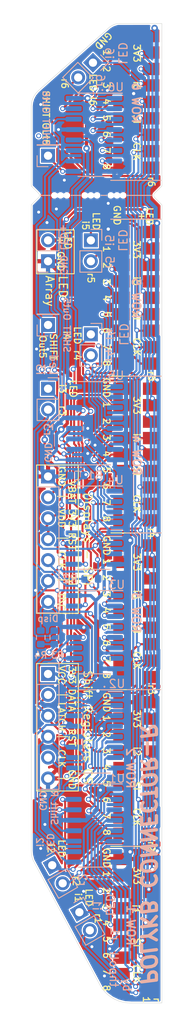
<source format=kicad_pcb>
(kicad_pcb (version 20171130) (host pcbnew "(5.1.9)-1")
  (layers (0 F.Cu signal) (31 B.Cu signal) (34 B.Paste user) (35 F.Paste user) (36 B.SilkS user) (37 F.SilkS user) (38 B.Mask user) (39 F.Mask user) (44 Edge.Cuts user))
  (net 0 "")
  (net 1 48)
  (net 2 47)
  (net 3 46)
  (net 4 45)
  (net 5 41)
  (net 6 42)
  (net 7 43)
  (net 8 44)
  (net 9 r6)
  (net 10 CLK)
  (net 11 D\C)
  (net 12 VLED)
  (net 13 SI)
  (net 14 VDD_3V3)
  (net 15 VBAT)
  (net 16 RST)
  (net 17 40)
  (net 18 39)
  (net 19 38)
  (net 20 37)
  (net 21 33)
  (net 22 34)
  (net 23 35)
  (net 24 36)
  (net 25 r5)
  (net 26 32)
  (net 27 31)
  (net 28 30)
  (net 29 29)
  (net 30 25)
  (net 31 26)
  (net 32 27)
  (net 33 28)
  (net 34 r4)
  (net 35 24)
  (net 36 23)
  (net 37 22)
  (net 38 21)
  (net 39 17)
  (net 40 18)
  (net 41 19)
  (net 42 20)
  (net 43 r3)
  (net 44 16)
  (net 45 15)
  (net 46 14)
  (net 47 13)
  (net 48 9)
  (net 49 10)
  (net 50 11)
  (net 51 12)
  (net 52 r2)
  (net 53 8)
  (net 54 7)
  (net 55 6)
  (net 56 5)
  (net 57 1)
  (net 58 2)
  (net 59 3)
  (net 60 4)
  (net 61 r1)
  (net 62 SHIFTR_CLK)
  (net 63 SHIFTR_RST)
  (net 64 SHIFTR_LATCH_CLK)
  (net 65 SHIFTR_DATA)
  (net 66 +3V3)
  (net 67 SHIFTR_OUT)
  (net 68 GND)
  (net 69 LedIn1)
  (net 70 LedIn2)
  (net 71 LedIn3)
  (net 72 LedIn4)
  (net 73 LedIn5)
  (net 74 LedIn6)
  (net 75 "Net-(U1-Pad9)")
  (net 76 "Net-(U2-Pad9)")
  (net 77 "Net-(U3-Pad9)")
  (net 78 "Net-(U4-Pad9)")
  (net 79 SHIFTR_AOUT)
  (module poly_kb:mouse-bite-3x (layer F.Cu) (at 89.154 50.4197)
    (fp_text reference mouse-bite-2mm-slot hide)
    (fp_text value VAL** hide)
    (pad "" np_thru_hole circle (at -0.7493 -0.0007) (size 0.5 0.5) (drill 0.5) (layers *.Cu *.Mask))
    (pad "" np_thru_hole circle (at 0.0007 -0.0007) (size 0.5 0.5) (drill 0.5) (layers *.Cu *.Mask))
    (pad "" np_thru_hole circle (at 0.7552 -0.0007) (size 0.5 0.5) (drill 0.5) (layers *.Cu *.Mask))
  )
  (module poly_kb:mouse-bite-3x (layer F.Cu) (at 85.979 50.419)
    (fp_text reference mouse-bite-2mm-slot hide)
    (fp_text value VAL** hide)
    (pad "" np_thru_hole circle (at -0.7493 -0.0007) (size 0.5 0.5) (drill 0.5) (layers *.Cu *.Mask))
    (pad "" np_thru_hole circle (at 0.0007 -0.0007) (size 0.5 0.5) (drill 0.5) (layers *.Cu *.Mask))
    (pad "" np_thru_hole circle (at 0.7552 -0.0007) (size 0.5 0.5) (drill 0.5) (layers *.Cu *.Mask))
  )
  (module poly_kb:mouse-bite-3x (layer F.Cu) (at 82.296 50.419)
    (fp_text reference mouse-bite-2mm-slot hide)
    (fp_text value VAL** hide)
    (pad "" np_thru_hole circle (at 0.7552 -0.0007) (size 0.5 0.5) (drill 0.5) (layers *.Cu *.Mask))
    (pad "" np_thru_hole circle (at 0.0007 -0.0007) (size 0.5 0.5) (drill 0.5) (layers *.Cu *.Mask))
    (pad "" np_thru_hole circle (at -0.7493 -0.0007) (size 0.5 0.5) (drill 0.5) (layers *.Cu *.Mask))
  )
  (module Connector_PinHeader_2.54mm:PinHeader_1x02_P2.54mm_Vertical (layer B.Cu) (at 80.772 58.42)
    (fp_text reference J16 hide)
    (fp_text value Conn_01x02)
    (pad 2 thru_hole oval (at 0 -2.54) (size 1.7 1.7) (drill 1) (layers *.Cu *.Mask) (net 12 VLED))
    (pad 1 thru_hole rect (at 0 0) (size 1.7 1.7) (drill 1) (layers *.Cu *.Mask) (net 68 GND))
  )
  (module Connector_PinHeader_2.54mm:PinHeader_1x02_P2.54mm_Vertical (layer B.Cu) (at 86.233 34.29 135)
    (fp_text reference J26 hide)
    (fp_text value Conn_01x02)
    (pad 2 thru_hole oval (at 0 -2.54 135) (size 1.7 1.7) (drill 1) (layers *.Cu *.Mask) (net 9 r6))
    (pad 1 thru_hole rect (at 0 0 135) (size 1.7 1.7) (drill 1) (layers *.Cu *.Mask) (net 74 LedIn6))
  )
  (module Connector_PinHeader_2.54mm:PinHeader_1x02_P2.54mm_Vertical (layer B.Cu) (at 85.979 55.88 180)
    (fp_text reference J25 hide)
    (fp_text value Conn_01x02)
    (pad 2 thru_hole oval (at 0 -2.54 180) (size 1.7 1.7) (drill 1) (layers *.Cu *.Mask) (net 25 r5))
    (pad 1 thru_hole rect (at 0 0 180) (size 1.7 1.7) (drill 1) (layers *.Cu *.Mask) (net 73 LedIn5))
  )
  (module Connector_PinHeader_2.54mm:PinHeader_1x02_P2.54mm_Vertical (layer B.Cu) (at 85.979 67.31 180)
    (fp_text reference J24 hide)
    (fp_text value Conn_01x02)
    (pad 2 thru_hole oval (at 0 -2.54 180) (size 1.7 1.7) (drill 1) (layers *.Cu *.Mask) (net 34 r4))
    (pad 1 thru_hole rect (at 0 0 180) (size 1.7 1.7) (drill 1) (layers *.Cu *.Mask) (net 72 LedIn4))
  )
  (module Connector_PinHeader_2.54mm:PinHeader_1x02_P2.54mm_Vertical (layer B.Cu) (at 80.772 73.914 180)
    (fp_text reference J23 hide)
    (fp_text value Conn_01x02)
    (pad 2 thru_hole oval (at 0 -2.54 180) (size 1.7 1.7) (drill 1) (layers *.Cu *.Mask) (net 43 r3))
    (pad 1 thru_hole rect (at 0 0 180) (size 1.7 1.7) (drill 1) (layers *.Cu *.Mask) (net 71 LedIn3))
  )
  (module Connector_PinHeader_2.54mm:PinHeader_1x02_P2.54mm_Vertical (layer B.Cu) (at 81.28 131.826 210)
    (fp_text reference J22 hide)
    (fp_text value Conn_01x02)
    (pad 2 thru_hole oval (at 0 -2.54 210) (size 1.7 1.7) (drill 1) (layers *.Cu *.Mask) (net 52 r2))
    (pad 1 thru_hole rect (at 0 0 210) (size 1.7 1.7) (drill 1) (layers *.Cu *.Mask) (net 70 LedIn2))
  )
  (module Connector_PinHeader_2.54mm:PinHeader_1x02_P2.54mm_Vertical (layer B.Cu) (at 84.582 137.541 210)
    (fp_text reference J21 hide)
    (fp_text value Conn_01x02)
    (pad 2 thru_hole oval (at 0 -2.54 210) (size 1.7 1.7) (drill 1) (layers *.Cu *.Mask) (net 61 r1))
    (pad 1 thru_hole rect (at 0 0 210) (size 1.7 1.7) (drill 1) (layers *.Cu *.Mask) (net 69 LedIn1))
  )
  (module Connector_PinHeader_2.54mm:PinHeader_1x01_P2.54mm_Vertical (layer B.Cu) (at 80.772 66.167)
    (fp_text reference J17 hide)
    (fp_text value Conn_01x01)
    (pad 1 thru_hole rect (at 0 0) (size 1.7 1.7) (drill 1) (layers *.Cu *.Mask) (net 79 SHIFTR_AOUT))
  )
  (module Package_SO:SOIC-16_3.9x9.9mm_P1.27mm (layer B.Cu) (at 86.36 43.053 180)
    (fp_text reference U6 (at -2.6416 5.7912 unlocked) (layer B.SilkS) (effects (justify mirror)))
    (fp_text value 74HCT595)
    (pad 16 smd roundrect (at 2.475 4.445 180) (size 1.95 0.6) (layers B.Cu B.Paste B.Mask) (net 66 +3V3))
    (pad 15 smd roundrect (at 2.475 3.175 180) (size 1.95 0.6) (layers B.Cu B.Paste B.Mask) (net 5 41))
    (pad 14 smd roundrect (at 2.475 1.905 180) (size 1.95 0.6) (layers B.Cu B.Paste B.Mask) (net 79 SHIFTR_AOUT))
    (pad 13 smd roundrect (at 2.475 0.635 180) (size 1.95 0.6) (layers B.Cu B.Paste B.Mask) (net 68 GND))
    (pad 12 smd roundrect (at 2.475 -0.635 180) (size 1.95 0.6) (layers B.Cu B.Paste B.Mask) (net 64 SHIFTR_LATCH_CLK))
    (pad 11 smd roundrect (at 2.475 -1.905 180) (size 1.95 0.6) (layers B.Cu B.Paste B.Mask) (net 62 SHIFTR_CLK))
    (pad 10 smd roundrect (at 2.475 -3.175 180) (size 1.95 0.6) (layers B.Cu B.Paste B.Mask) (net 63 SHIFTR_RST))
    (pad 9 smd roundrect (at 2.475 -4.445 180) (size 1.95 0.6) (layers B.Cu B.Paste B.Mask) (net 67 SHIFTR_OUT))
    (pad 8 smd roundrect (at -2.475 -4.445 180) (size 1.95 0.6) (layers B.Cu B.Paste B.Mask) (net 68 GND))
    (pad 7 smd roundrect (at -2.475 -3.175 180) (size 1.95 0.6) (layers B.Cu B.Paste B.Mask) (net 1 48))
    (pad 6 smd roundrect (at -2.475 -1.905 180) (size 1.95 0.6) (layers B.Cu B.Paste B.Mask) (net 2 47))
    (pad 5 smd roundrect (at -2.475 -0.635 180) (size 1.95 0.6) (layers B.Cu B.Paste B.Mask) (net 3 46))
    (pad 4 smd roundrect (at -2.475 0.635 180) (size 1.95 0.6) (layers B.Cu B.Paste B.Mask) (net 4 45))
    (pad 3 smd roundrect (at -2.475 1.905 180) (size 1.95 0.6) (layers B.Cu B.Paste B.Mask) (net 8 44))
    (pad 2 smd roundrect (at -2.475 3.175 180) (size 1.95 0.6) (layers B.Cu B.Paste B.Mask) (net 7 43))
    (pad 1 smd roundrect (at -2.475 4.445 180) (size 1.95 0.6) (layers B.Cu B.Paste B.Mask) (net 6 42))
  )
  (module Package_SO:SOIC-16_3.9x9.9mm_P1.27mm (layer B.Cu) (at 86.425 78.105 180)
    (fp_text reference U5 (at -2.602 5.7912 unlocked) (layer B.SilkS) (effects (justify mirror)))
    (fp_text value 74HCT595)
    (pad 16 smd roundrect (at 2.475 4.445 180) (size 1.95 0.6) (layers B.Cu B.Paste B.Mask) (net 66 +3V3))
    (pad 15 smd roundrect (at 2.475 3.175 180) (size 1.95 0.6) (layers B.Cu B.Paste B.Mask) (net 21 33))
    (pad 14 smd roundrect (at 2.475 1.905 180) (size 1.95 0.6) (layers B.Cu B.Paste B.Mask) (net 78 "Net-(U4-Pad9)"))
    (pad 13 smd roundrect (at 2.475 0.635 180) (size 1.95 0.6) (layers B.Cu B.Paste B.Mask) (net 68 GND))
    (pad 12 smd roundrect (at 2.475 -0.635 180) (size 1.95 0.6) (layers B.Cu B.Paste B.Mask) (net 64 SHIFTR_LATCH_CLK))
    (pad 11 smd roundrect (at 2.475 -1.905 180) (size 1.95 0.6) (layers B.Cu B.Paste B.Mask) (net 62 SHIFTR_CLK))
    (pad 10 smd roundrect (at 2.475 -3.175 180) (size 1.95 0.6) (layers B.Cu B.Paste B.Mask) (net 63 SHIFTR_RST))
    (pad 9 smd roundrect (at 2.475 -4.445 180) (size 1.95 0.6) (layers B.Cu B.Paste B.Mask) (net 79 SHIFTR_AOUT))
    (pad 8 smd roundrect (at -2.475 -4.445 180) (size 1.95 0.6) (layers B.Cu B.Paste B.Mask) (net 68 GND))
    (pad 7 smd roundrect (at -2.475 -3.175 180) (size 1.95 0.6) (layers B.Cu B.Paste B.Mask) (net 17 40))
    (pad 6 smd roundrect (at -2.475 -1.905 180) (size 1.95 0.6) (layers B.Cu B.Paste B.Mask) (net 18 39))
    (pad 5 smd roundrect (at -2.475 -0.635 180) (size 1.95 0.6) (layers B.Cu B.Paste B.Mask) (net 19 38))
    (pad 4 smd roundrect (at -2.475 0.635 180) (size 1.95 0.6) (layers B.Cu B.Paste B.Mask) (net 20 37))
    (pad 3 smd roundrect (at -2.475 1.905 180) (size 1.95 0.6) (layers B.Cu B.Paste B.Mask) (net 24 36))
    (pad 2 smd roundrect (at -2.475 3.175 180) (size 1.95 0.6) (layers B.Cu B.Paste B.Mask) (net 23 35))
    (pad 1 smd roundrect (at -2.475 4.445 180) (size 1.95 0.6) (layers B.Cu B.Paste B.Mask) (net 22 34))
  )
  (module Package_SO:SOIC-16_3.9x9.9mm_P1.27mm (layer B.Cu) (at 86.36 90.805 180)
    (fp_text reference U4 (at -2.6162 5.7912 unlocked) (layer B.SilkS) (effects (justify mirror)))
    (fp_text value 74HCT595)
    (pad 16 smd roundrect (at 2.475 4.445 180) (size 1.95 0.6) (layers B.Cu B.Paste B.Mask) (net 66 +3V3))
    (pad 15 smd roundrect (at 2.475 3.175 180) (size 1.95 0.6) (layers B.Cu B.Paste B.Mask) (net 30 25))
    (pad 14 smd roundrect (at 2.475 1.905 180) (size 1.95 0.6) (layers B.Cu B.Paste B.Mask) (net 77 "Net-(U3-Pad9)"))
    (pad 13 smd roundrect (at 2.475 0.635 180) (size 1.95 0.6) (layers B.Cu B.Paste B.Mask) (net 68 GND))
    (pad 12 smd roundrect (at 2.475 -0.635 180) (size 1.95 0.6) (layers B.Cu B.Paste B.Mask) (net 64 SHIFTR_LATCH_CLK))
    (pad 11 smd roundrect (at 2.475 -1.905 180) (size 1.95 0.6) (layers B.Cu B.Paste B.Mask) (net 62 SHIFTR_CLK))
    (pad 10 smd roundrect (at 2.475 -3.175 180) (size 1.95 0.6) (layers B.Cu B.Paste B.Mask) (net 63 SHIFTR_RST))
    (pad 9 smd roundrect (at 2.475 -4.445 180) (size 1.95 0.6) (layers B.Cu B.Paste B.Mask) (net 78 "Net-(U4-Pad9)"))
    (pad 8 smd roundrect (at -2.475 -4.445 180) (size 1.95 0.6) (layers B.Cu B.Paste B.Mask) (net 68 GND))
    (pad 7 smd roundrect (at -2.475 -3.175 180) (size 1.95 0.6) (layers B.Cu B.Paste B.Mask) (net 26 32))
    (pad 6 smd roundrect (at -2.475 -1.905 180) (size 1.95 0.6) (layers B.Cu B.Paste B.Mask) (net 27 31))
    (pad 5 smd roundrect (at -2.475 -0.635 180) (size 1.95 0.6) (layers B.Cu B.Paste B.Mask) (net 28 30))
    (pad 4 smd roundrect (at -2.475 0.635 180) (size 1.95 0.6) (layers B.Cu B.Paste B.Mask) (net 29 29))
    (pad 3 smd roundrect (at -2.475 1.905 180) (size 1.95 0.6) (layers B.Cu B.Paste B.Mask) (net 33 28))
    (pad 2 smd roundrect (at -2.475 3.175 180) (size 1.95 0.6) (layers B.Cu B.Paste B.Mask) (net 32 27))
    (pad 1 smd roundrect (at -2.475 4.445 180) (size 1.95 0.6) (layers B.Cu B.Paste B.Mask) (net 31 26))
  )
  (module Package_SO:SOIC-16_3.9x9.9mm_P1.27mm (layer B.Cu) (at 86.425 103.505 180)
    (fp_text reference U3 (at -2.7036 5.7658 unlocked) (layer B.SilkS) (effects (justify mirror)))
    (fp_text value 74HCT595)
    (pad 16 smd roundrect (at 2.475 4.445 180) (size 1.95 0.6) (layers B.Cu B.Paste B.Mask) (net 66 +3V3))
    (pad 15 smd roundrect (at 2.475 3.175 180) (size 1.95 0.6) (layers B.Cu B.Paste B.Mask) (net 39 17))
    (pad 14 smd roundrect (at 2.475 1.905 180) (size 1.95 0.6) (layers B.Cu B.Paste B.Mask) (net 76 "Net-(U2-Pad9)"))
    (pad 13 smd roundrect (at 2.475 0.635 180) (size 1.95 0.6) (layers B.Cu B.Paste B.Mask) (net 68 GND))
    (pad 12 smd roundrect (at 2.475 -0.635 180) (size 1.95 0.6) (layers B.Cu B.Paste B.Mask) (net 64 SHIFTR_LATCH_CLK))
    (pad 11 smd roundrect (at 2.475 -1.905 180) (size 1.95 0.6) (layers B.Cu B.Paste B.Mask) (net 62 SHIFTR_CLK))
    (pad 10 smd roundrect (at 2.475 -3.175 180) (size 1.95 0.6) (layers B.Cu B.Paste B.Mask) (net 63 SHIFTR_RST))
    (pad 9 smd roundrect (at 2.475 -4.445 180) (size 1.95 0.6) (layers B.Cu B.Paste B.Mask) (net 77 "Net-(U3-Pad9)"))
    (pad 8 smd roundrect (at -2.475 -4.445 180) (size 1.95 0.6) (layers B.Cu B.Paste B.Mask) (net 68 GND))
    (pad 7 smd roundrect (at -2.475 -3.175 180) (size 1.95 0.6) (layers B.Cu B.Paste B.Mask) (net 35 24))
    (pad 6 smd roundrect (at -2.475 -1.905 180) (size 1.95 0.6) (layers B.Cu B.Paste B.Mask) (net 36 23))
    (pad 5 smd roundrect (at -2.475 -0.635 180) (size 1.95 0.6) (layers B.Cu B.Paste B.Mask) (net 37 22))
    (pad 4 smd roundrect (at -2.475 0.635 180) (size 1.95 0.6) (layers B.Cu B.Paste B.Mask) (net 38 21))
    (pad 3 smd roundrect (at -2.475 1.905 180) (size 1.95 0.6) (layers B.Cu B.Paste B.Mask) (net 42 20))
    (pad 2 smd roundrect (at -2.475 3.175 180) (size 1.95 0.6) (layers B.Cu B.Paste B.Mask) (net 41 19))
    (pad 1 smd roundrect (at -2.475 4.445 180) (size 1.95 0.6) (layers B.Cu B.Paste B.Mask) (net 40 18))
  )
  (module Package_SO:SOIC-16_3.9x9.9mm_P1.27mm (layer B.Cu) (at 86.425 115.57 180)
    (fp_text reference U2 (at -2.729 5.7912 unlocked) (layer B.SilkS) (effects (justify mirror)))
    (fp_text value 74HCT595)
    (pad 16 smd roundrect (at 2.475 4.445 180) (size 1.95 0.6) (layers B.Cu B.Paste B.Mask) (net 66 +3V3))
    (pad 15 smd roundrect (at 2.475 3.175 180) (size 1.95 0.6) (layers B.Cu B.Paste B.Mask) (net 48 9))
    (pad 14 smd roundrect (at 2.475 1.905 180) (size 1.95 0.6) (layers B.Cu B.Paste B.Mask) (net 75 "Net-(U1-Pad9)"))
    (pad 13 smd roundrect (at 2.475 0.635 180) (size 1.95 0.6) (layers B.Cu B.Paste B.Mask) (net 68 GND))
    (pad 12 smd roundrect (at 2.475 -0.635 180) (size 1.95 0.6) (layers B.Cu B.Paste B.Mask) (net 64 SHIFTR_LATCH_CLK))
    (pad 11 smd roundrect (at 2.475 -1.905 180) (size 1.95 0.6) (layers B.Cu B.Paste B.Mask) (net 62 SHIFTR_CLK))
    (pad 10 smd roundrect (at 2.475 -3.175 180) (size 1.95 0.6) (layers B.Cu B.Paste B.Mask) (net 63 SHIFTR_RST))
    (pad 9 smd roundrect (at 2.475 -4.445 180) (size 1.95 0.6) (layers B.Cu B.Paste B.Mask) (net 76 "Net-(U2-Pad9)"))
    (pad 8 smd roundrect (at -2.475 -4.445 180) (size 1.95 0.6) (layers B.Cu B.Paste B.Mask) (net 68 GND))
    (pad 7 smd roundrect (at -2.475 -3.175 180) (size 1.95 0.6) (layers B.Cu B.Paste B.Mask) (net 44 16))
    (pad 6 smd roundrect (at -2.475 -1.905 180) (size 1.95 0.6) (layers B.Cu B.Paste B.Mask) (net 45 15))
    (pad 5 smd roundrect (at -2.475 -0.635 180) (size 1.95 0.6) (layers B.Cu B.Paste B.Mask) (net 46 14))
    (pad 4 smd roundrect (at -2.475 0.635 180) (size 1.95 0.6) (layers B.Cu B.Paste B.Mask) (net 47 13))
    (pad 3 smd roundrect (at -2.475 1.905 180) (size 1.95 0.6) (layers B.Cu B.Paste B.Mask) (net 51 12))
    (pad 2 smd roundrect (at -2.475 3.175 180) (size 1.95 0.6) (layers B.Cu B.Paste B.Mask) (net 50 11))
    (pad 1 smd roundrect (at -2.475 4.445 180) (size 1.95 0.6) (layers B.Cu B.Paste B.Mask) (net 49 10))
  )
  (module Package_SO:SOIC-16_3.9x9.9mm_P1.27mm (layer B.Cu) (at 86.36 127 180)
    (fp_text reference U1 (at -2.794 5.715 unlocked) (layer B.SilkS) (effects (justify mirror)))
    (fp_text value 74HCT595)
    (pad 16 smd roundrect (at 2.475 4.445 180) (size 1.95 0.6) (layers B.Cu B.Paste B.Mask) (net 66 +3V3))
    (pad 15 smd roundrect (at 2.475 3.175 180) (size 1.95 0.6) (layers B.Cu B.Paste B.Mask) (net 57 1))
    (pad 14 smd roundrect (at 2.475 1.905 180) (size 1.95 0.6) (layers B.Cu B.Paste B.Mask) (net 65 SHIFTR_DATA))
    (pad 13 smd roundrect (at 2.475 0.635 180) (size 1.95 0.6) (layers B.Cu B.Paste B.Mask) (net 68 GND))
    (pad 12 smd roundrect (at 2.475 -0.635 180) (size 1.95 0.6) (layers B.Cu B.Paste B.Mask) (net 64 SHIFTR_LATCH_CLK))
    (pad 11 smd roundrect (at 2.475 -1.905 180) (size 1.95 0.6) (layers B.Cu B.Paste B.Mask) (net 62 SHIFTR_CLK))
    (pad 10 smd roundrect (at 2.475 -3.175 180) (size 1.95 0.6) (layers B.Cu B.Paste B.Mask) (net 63 SHIFTR_RST))
    (pad 9 smd roundrect (at 2.475 -4.445 180) (size 1.95 0.6) (layers B.Cu B.Paste B.Mask) (net 75 "Net-(U1-Pad9)"))
    (pad 8 smd roundrect (at -2.475 -4.445 180) (size 1.95 0.6) (layers B.Cu B.Paste B.Mask) (net 68 GND))
    (pad 7 smd roundrect (at -2.475 -3.175 180) (size 1.95 0.6) (layers B.Cu B.Paste B.Mask) (net 53 8))
    (pad 6 smd roundrect (at -2.475 -1.905 180) (size 1.95 0.6) (layers B.Cu B.Paste B.Mask) (net 54 7))
    (pad 5 smd roundrect (at -2.475 -0.635 180) (size 1.95 0.6) (layers B.Cu B.Paste B.Mask) (net 55 6))
    (pad 4 smd roundrect (at -2.475 0.635 180) (size 1.95 0.6) (layers B.Cu B.Paste B.Mask) (net 56 5))
    (pad 3 smd roundrect (at -2.475 1.905 180) (size 1.95 0.6) (layers B.Cu B.Paste B.Mask) (net 60 4))
    (pad 2 smd roundrect (at -2.475 3.175 180) (size 1.95 0.6) (layers B.Cu B.Paste B.Mask) (net 59 3))
    (pad 1 smd roundrect (at -2.475 4.445 180) (size 1.95 0.6) (layers B.Cu B.Paste B.Mask) (net 58 2))
  )
  (module Resistor_SMD:R_0603_1608Metric (layer B.Cu) (at 79.883 104.14 90)
    (fp_text reference R4 (at -2.159 0 180) (layer B.SilkS) (effects (font (size 0.8 0.8)) (justify mirror)))
    (fp_text value 1M)
    (pad 2 smd roundrect (at 0.825 0 90) (size 0.8 0.95) (layers B.Cu B.Paste B.Mask) (net 11 D\C))
    (pad 1 smd roundrect (at -0.825 0 90) (size 0.8 0.95) (layers B.Cu B.Paste B.Mask) (net 14 VDD_3V3))
  )
  (module Resistor_SMD:R_0603_1608Metric (layer B.Cu) (at 81.534 104.14 90)
    (fp_text reference R3 (at -2.159 0.381 180) (layer B.SilkS) (effects (font (size 0.8 0.8)) (justify mirror)))
    (fp_text value 1M)
    (pad 2 smd roundrect (at 0.825 0 90) (size 0.8 0.95) (layers B.Cu B.Paste B.Mask) (net 13 SI))
    (pad 1 smd roundrect (at -0.825 0 90) (size 0.8 0.95) (layers B.Cu B.Paste B.Mask) (net 14 VDD_3V3))
  )
  (module Resistor_SMD:R_0603_1608Metric (layer B.Cu) (at 86.042 97.028 180)
    (fp_text reference R2 (at 2.603 0) (layer B.SilkS) (effects (justify mirror)))
    (fp_text value 1M)
    (pad 2 smd roundrect (at 0.825 0 180) (size 0.8 0.95) (layers B.Cu B.Paste B.Mask) (net 10 CLK))
    (pad 1 smd roundrect (at -0.825 0 180) (size 0.8 0.95) (layers B.Cu B.Paste B.Mask) (net 14 VDD_3V3))
  )
  (module Resistor_SMD:R_0603_1608Metric (layer B.Cu) (at 84.328 84.455)
    (fp_text reference R1 (at 2.159 0) (layer B.SilkS) (effects (justify mirror)))
    (fp_text value 1M)
    (pad 2 smd roundrect (at 0.825 0) (size 0.8 0.95) (layers B.Cu B.Paste B.Mask) (net 16 RST))
    (pad 1 smd roundrect (at -0.825 0) (size 0.8 0.95) (layers B.Cu B.Paste B.Mask) (net 14 VDD_3V3))
  )
  (module Connector_PinHeader_2.54mm:PinHeader_1x01_P2.54mm_Vertical (layer B.Cu) (at 80.772 45.593)
    (fp_text reference J15 hide)
    (fp_text value Conn_01x01)
    (pad 1 thru_hole rect (at 0 0) (size 1.7 1.7) (drill 1) (layers *.Cu *.Mask) (net 67 SHIFTR_OUT))
  )
  (module Connector_PinHeader_2.54mm:PinHeader_1x06_P2.54mm_Vertical (layer B.Cu) (at 80.772 108.585 180)
    (fp_text reference J14 hide)
    (fp_text value Conn_01x06)
    (pad 6 thru_hole oval (at 0 -12.7 180) (size 1.7 1.7) (drill 1) (layers *.Cu *.Mask) (net 68 GND))
    (pad 5 thru_hole oval (at 0 -10.16 180) (size 1.7 1.7) (drill 1) (layers *.Cu *.Mask) (net 62 SHIFTR_CLK))
    (pad 4 thru_hole oval (at 0 -7.62 180) (size 1.7 1.7) (drill 1) (layers *.Cu *.Mask) (net 63 SHIFTR_RST))
    (pad 3 thru_hole oval (at 0 -5.08 180) (size 1.7 1.7) (drill 1) (layers *.Cu *.Mask) (net 64 SHIFTR_LATCH_CLK))
    (pad 2 thru_hole oval (at 0 -2.54 180) (size 1.7 1.7) (drill 1) (layers *.Cu *.Mask) (net 65 SHIFTR_DATA))
    (pad 1 thru_hole rect (at 0 0 180) (size 1.7 1.7) (drill 1) (layers *.Cu *.Mask) (net 66 +3V3))
  )
  (module Connector_PinHeader_2.54mm:PinHeader_1x07_P2.54mm_Vertical (layer B.Cu) (at 80.772 84.582 180)
    (fp_text reference J13 hide)
    (fp_text value Conn_01x07)
    (pad 7 thru_hole oval (at 0 -15.24 180) (size 1.7 1.7) (drill 1) (layers *.Cu *.Mask) (net 11 D\C))
    (pad 6 thru_hole oval (at 0 -12.7 180) (size 1.7 1.7) (drill 1) (layers *.Cu *.Mask) (net 13 SI))
    (pad 5 thru_hole oval (at 0 -10.16 180) (size 1.7 1.7) (drill 1) (layers *.Cu *.Mask) (net 10 CLK))
    (pad 4 thru_hole oval (at 0 -7.62 180) (size 1.7 1.7) (drill 1) (layers *.Cu *.Mask) (net 16 RST))
    (pad 3 thru_hole oval (at 0 -5.08 180) (size 1.7 1.7) (drill 1) (layers *.Cu *.Mask) (net 14 VDD_3V3))
    (pad 2 thru_hole oval (at 0 -2.54 180) (size 1.7 1.7) (drill 1) (layers *.Cu *.Mask) (net 15 VBAT))
    (pad 1 thru_hole rect (at 0 0 180) (size 1.7 1.7) (drill 1) (layers *.Cu *.Mask) (net 68 GND))
  )
  (module poly_kb:AtomConnect2 (layer F.Cu) (at 93.309 39.0525 270)
    (fp_text reference J12 hide)
    (fp_text value Conn_01x09)
    (pad 9 smd rect (at 8 0 270) (size 1.5 2) (layers F.Cu F.Paste F.Mask) (net 9 r6))
    (pad 8 smd rect (at 6 0 270) (size 1.5 2) (layers F.Cu F.Paste F.Mask) (net 10 CLK))
    (pad 7 smd rect (at 4 0 270) (size 1.5 2) (layers F.Cu F.Paste F.Mask) (net 11 D\C))
    (pad 1 smd rect (at -8 0 270) (size 1.5 2) (layers F.Cu F.Paste F.Mask) (net 12 VLED))
    (pad 6 smd rect (at 2 0 270) (size 1.5 2) (layers F.Cu F.Paste F.Mask) (net 13 SI))
    (pad 2 smd rect (at -6 0 270) (size 1.5 2) (layers F.Cu F.Paste F.Mask) (net 14 VDD_3V3))
    (pad 3 smd rect (at -4 0 270) (size 1.5 2) (layers F.Cu F.Paste F.Mask) (net 15 VBAT))
    (pad 4 smd rect (at -2 0 270) (size 1.5 2) (layers F.Cu F.Paste F.Mask) (net 74 LedIn6))
    (pad 5 smd rect (at 0 0 270) (size 1.5 2) (layers F.Cu F.Paste F.Mask) (net 16 RST))
  )
  (module poly_kb:AtomConnect2 (layer F.Cu) (at 89.709 39.0525 270)
    (fp_text reference J11 hide)
    (fp_text value Conn_01x09)
    (pad 9 smd rect (at 8 0 270) (size 1.5 2) (layers F.Cu F.Paste F.Mask) (net 1 48))
    (pad 8 smd rect (at 6 0 270) (size 1.5 2) (layers F.Cu F.Paste F.Mask) (net 2 47))
    (pad 7 smd rect (at 4 0 270) (size 1.5 2) (layers F.Cu F.Paste F.Mask) (net 3 46))
    (pad 1 smd rect (at -8 0 270) (size 1.5 2) (layers F.Cu F.Paste F.Mask) (net 68 GND))
    (pad 6 smd rect (at 2 0 270) (size 1.5 2) (layers F.Cu F.Paste F.Mask) (net 4 45))
    (pad 2 smd rect (at -6 0 270) (size 1.5 2) (layers F.Cu F.Paste F.Mask) (net 5 41))
    (pad 3 smd rect (at -4 0 270) (size 1.5 2) (layers F.Cu F.Paste F.Mask) (net 6 42))
    (pad 4 smd rect (at -2 0 270) (size 1.5 2) (layers F.Cu F.Paste F.Mask) (net 7 43))
    (pad 5 smd rect (at 0 0 270) (size 1.5 2) (layers F.Cu F.Paste F.Mask) (net 8 44))
  )
  (module poly_kb:AtomConnect2 (layer F.Cu) (at 93.309 62.865 270)
    (fp_text reference J10 hide)
    (fp_text value Conn_01x09)
    (pad 9 smd rect (at 8 0 270) (size 1.5 2) (layers F.Cu F.Paste F.Mask) (net 25 r5))
    (pad 8 smd rect (at 6 0 270) (size 1.5 2) (layers F.Cu F.Paste F.Mask) (net 10 CLK))
    (pad 7 smd rect (at 4 0 270) (size 1.5 2) (layers F.Cu F.Paste F.Mask) (net 11 D\C))
    (pad 1 smd rect (at -8 0 270) (size 1.5 2) (layers F.Cu F.Paste F.Mask) (net 12 VLED))
    (pad 6 smd rect (at 2 0 270) (size 1.5 2) (layers F.Cu F.Paste F.Mask) (net 13 SI))
    (pad 2 smd rect (at -6 0 270) (size 1.5 2) (layers F.Cu F.Paste F.Mask) (net 14 VDD_3V3))
    (pad 3 smd rect (at -4 0 270) (size 1.5 2) (layers F.Cu F.Paste F.Mask) (net 15 VBAT))
    (pad 4 smd rect (at -2 0 270) (size 1.5 2) (layers F.Cu F.Paste F.Mask) (net 73 LedIn5))
    (pad 5 smd rect (at 0 0 270) (size 1.5 2) (layers F.Cu F.Paste F.Mask) (net 16 RST))
  )
  (module poly_kb:AtomConnect2 (layer F.Cu) (at 89.709 62.865 270)
    (fp_text reference J9 hide)
    (fp_text value Conn_01x09)
    (pad 9 smd rect (at 8 0 270) (size 1.5 2) (layers F.Cu F.Paste F.Mask) (net 17 40))
    (pad 8 smd rect (at 6 0 270) (size 1.5 2) (layers F.Cu F.Paste F.Mask) (net 18 39))
    (pad 7 smd rect (at 4 0 270) (size 1.5 2) (layers F.Cu F.Paste F.Mask) (net 19 38))
    (pad 1 smd rect (at -8 0 270) (size 1.5 2) (layers F.Cu F.Paste F.Mask) (net 68 GND))
    (pad 6 smd rect (at 2 0 270) (size 1.5 2) (layers F.Cu F.Paste F.Mask) (net 20 37))
    (pad 2 smd rect (at -6 0 270) (size 1.5 2) (layers F.Cu F.Paste F.Mask) (net 21 33))
    (pad 3 smd rect (at -4 0 270) (size 1.5 2) (layers F.Cu F.Paste F.Mask) (net 22 34))
    (pad 4 smd rect (at -2 0 270) (size 1.5 2) (layers F.Cu F.Paste F.Mask) (net 23 35))
    (pad 5 smd rect (at 0 0 270) (size 1.5 2) (layers F.Cu F.Paste F.Mask) (net 24 36))
  )
  (module poly_kb:AtomConnect2 (layer F.Cu) (at 93.309 81.915 270)
    (fp_text reference J8 hide)
    (fp_text value Conn_01x09)
    (pad 9 smd rect (at 8 0 270) (size 1.5 2) (layers F.Cu F.Paste F.Mask) (net 34 r4))
    (pad 8 smd rect (at 6 0 270) (size 1.5 2) (layers F.Cu F.Paste F.Mask) (net 10 CLK))
    (pad 7 smd rect (at 4 0 270) (size 1.5 2) (layers F.Cu F.Paste F.Mask) (net 11 D\C))
    (pad 1 smd rect (at -8 0 270) (size 1.5 2) (layers F.Cu F.Paste F.Mask) (net 12 VLED))
    (pad 6 smd rect (at 2 0 270) (size 1.5 2) (layers F.Cu F.Paste F.Mask) (net 13 SI))
    (pad 2 smd rect (at -6 0 270) (size 1.5 2) (layers F.Cu F.Paste F.Mask) (net 14 VDD_3V3))
    (pad 3 smd rect (at -4 0 270) (size 1.5 2) (layers F.Cu F.Paste F.Mask) (net 15 VBAT))
    (pad 4 smd rect (at -2 0 270) (size 1.5 2) (layers F.Cu F.Paste F.Mask) (net 72 LedIn4))
    (pad 5 smd rect (at 0 0 270) (size 1.5 2) (layers F.Cu F.Paste F.Mask) (net 16 RST))
  )
  (module poly_kb:AtomConnect2 (layer F.Cu) (at 89.709 81.915 270)
    (fp_text reference J7 hide)
    (fp_text value Conn_01x09)
    (pad 9 smd rect (at 8 0 270) (size 1.5 2) (layers F.Cu F.Paste F.Mask) (net 26 32))
    (pad 8 smd rect (at 6 0 270) (size 1.5 2) (layers F.Cu F.Paste F.Mask) (net 27 31))
    (pad 7 smd rect (at 4 0 270) (size 1.5 2) (layers F.Cu F.Paste F.Mask) (net 28 30))
    (pad 1 smd rect (at -8 0 270) (size 1.5 2) (layers F.Cu F.Paste F.Mask) (net 68 GND))
    (pad 6 smd rect (at 2 0 270) (size 1.5 2) (layers F.Cu F.Paste F.Mask) (net 29 29))
    (pad 2 smd rect (at -6 0 270) (size 1.5 2) (layers F.Cu F.Paste F.Mask) (net 30 25))
    (pad 3 smd rect (at -4 0 270) (size 1.5 2) (layers F.Cu F.Paste F.Mask) (net 31 26))
    (pad 4 smd rect (at -2 0 270) (size 1.5 2) (layers F.Cu F.Paste F.Mask) (net 32 27))
    (pad 5 smd rect (at 0 0 270) (size 1.5 2) (layers F.Cu F.Paste F.Mask) (net 33 28))
  )
  (module poly_kb:AtomConnect2 (layer F.Cu) (at 93.309 100.965 270)
    (fp_text reference J6 hide)
    (fp_text value Conn_01x09)
    (pad 9 smd rect (at 8 0 270) (size 1.5 2) (layers F.Cu F.Paste F.Mask) (net 43 r3))
    (pad 8 smd rect (at 6 0 270) (size 1.5 2) (layers F.Cu F.Paste F.Mask) (net 10 CLK))
    (pad 7 smd rect (at 4 0 270) (size 1.5 2) (layers F.Cu F.Paste F.Mask) (net 11 D\C))
    (pad 1 smd rect (at -8 0 270) (size 1.5 2) (layers F.Cu F.Paste F.Mask) (net 12 VLED))
    (pad 6 smd rect (at 2 0 270) (size 1.5 2) (layers F.Cu F.Paste F.Mask) (net 13 SI))
    (pad 2 smd rect (at -6 0 270) (size 1.5 2) (layers F.Cu F.Paste F.Mask) (net 14 VDD_3V3))
    (pad 3 smd rect (at -4 0 270) (size 1.5 2) (layers F.Cu F.Paste F.Mask) (net 15 VBAT))
    (pad 4 smd rect (at -2 0 270) (size 1.5 2) (layers F.Cu F.Paste F.Mask) (net 71 LedIn3))
    (pad 5 smd rect (at 0 0 270) (size 1.5 2) (layers F.Cu F.Paste F.Mask) (net 16 RST))
  )
  (module poly_kb:AtomConnect2 (layer F.Cu) (at 89.709 100.965 270)
    (fp_text reference J5 hide)
    (fp_text value Conn_01x09)
    (pad 9 smd rect (at 8 0 270) (size 1.5 2) (layers F.Cu F.Paste F.Mask) (net 35 24))
    (pad 8 smd rect (at 6 0 270) (size 1.5 2) (layers F.Cu F.Paste F.Mask) (net 36 23))
    (pad 7 smd rect (at 4 0 270) (size 1.5 2) (layers F.Cu F.Paste F.Mask) (net 37 22))
    (pad 1 smd rect (at -8 0 270) (size 1.5 2) (layers F.Cu F.Paste F.Mask) (net 68 GND))
    (pad 6 smd rect (at 2 0 270) (size 1.5 2) (layers F.Cu F.Paste F.Mask) (net 38 21))
    (pad 2 smd rect (at -6 0 270) (size 1.5 2) (layers F.Cu F.Paste F.Mask) (net 39 17))
    (pad 3 smd rect (at -4 0 270) (size 1.5 2) (layers F.Cu F.Paste F.Mask) (net 40 18))
    (pad 4 smd rect (at -2 0 270) (size 1.5 2) (layers F.Cu F.Paste F.Mask) (net 41 19))
    (pad 5 smd rect (at 0 0 270) (size 1.5 2) (layers F.Cu F.Paste F.Mask) (net 42 20))
  )
  (module poly_kb:AtomConnect2 (layer F.Cu) (at 93.309 120.015 270)
    (fp_text reference J4 hide)
    (fp_text value Conn_01x09)
    (pad 9 smd rect (at 8 0 270) (size 1.5 2) (layers F.Cu F.Paste F.Mask) (net 52 r2))
    (pad 8 smd rect (at 6 0 270) (size 1.5 2) (layers F.Cu F.Paste F.Mask) (net 10 CLK))
    (pad 7 smd rect (at 4 0 270) (size 1.5 2) (layers F.Cu F.Paste F.Mask) (net 11 D\C))
    (pad 1 smd rect (at -8 0 270) (size 1.5 2) (layers F.Cu F.Paste F.Mask) (net 12 VLED))
    (pad 6 smd rect (at 2 0 270) (size 1.5 2) (layers F.Cu F.Paste F.Mask) (net 13 SI))
    (pad 2 smd rect (at -6 0 270) (size 1.5 2) (layers F.Cu F.Paste F.Mask) (net 14 VDD_3V3))
    (pad 3 smd rect (at -4 0 270) (size 1.5 2) (layers F.Cu F.Paste F.Mask) (net 15 VBAT))
    (pad 4 smd rect (at -2 0 270) (size 1.5 2) (layers F.Cu F.Paste F.Mask) (net 70 LedIn2))
    (pad 5 smd rect (at 0 0 270) (size 1.5 2) (layers F.Cu F.Paste F.Mask) (net 16 RST))
  )
  (module poly_kb:AtomConnect2 (layer F.Cu) (at 89.709 120.015 270)
    (fp_text reference J3 hide)
    (fp_text value Conn_01x09)
    (pad 9 smd rect (at 8 0 270) (size 1.5 2) (layers F.Cu F.Paste F.Mask) (net 44 16))
    (pad 8 smd rect (at 6 0 270) (size 1.5 2) (layers F.Cu F.Paste F.Mask) (net 45 15))
    (pad 7 smd rect (at 4 0 270) (size 1.5 2) (layers F.Cu F.Paste F.Mask) (net 46 14))
    (pad 1 smd rect (at -8 0 270) (size 1.5 2) (layers F.Cu F.Paste F.Mask) (net 68 GND))
    (pad 6 smd rect (at 2 0 270) (size 1.5 2) (layers F.Cu F.Paste F.Mask) (net 47 13))
    (pad 2 smd rect (at -6 0 270) (size 1.5 2) (layers F.Cu F.Paste F.Mask) (net 48 9))
    (pad 3 smd rect (at -4 0 270) (size 1.5 2) (layers F.Cu F.Paste F.Mask) (net 49 10))
    (pad 4 smd rect (at -2 0 270) (size 1.5 2) (layers F.Cu F.Paste F.Mask) (net 50 11))
    (pad 5 smd rect (at 0 0 270) (size 1.5 2) (layers F.Cu F.Paste F.Mask) (net 51 12))
  )
  (module poly_kb:AtomConnect2 (layer F.Cu) (at 93.309 139.065 270)
    (fp_text reference J2 hide)
    (fp_text value Conn_01x09)
    (pad 9 smd rect (at 8 0 270) (size 1.5 2) (layers F.Cu F.Paste F.Mask) (net 61 r1))
    (pad 8 smd rect (at 6 0 270) (size 1.5 2) (layers F.Cu F.Paste F.Mask) (net 10 CLK))
    (pad 7 smd rect (at 4 0 270) (size 1.5 2) (layers F.Cu F.Paste F.Mask) (net 11 D\C))
    (pad 1 smd rect (at -8 0 270) (size 1.5 2) (layers F.Cu F.Paste F.Mask) (net 12 VLED))
    (pad 6 smd rect (at 2 0 270) (size 1.5 2) (layers F.Cu F.Paste F.Mask) (net 13 SI))
    (pad 2 smd rect (at -6 0 270) (size 1.5 2) (layers F.Cu F.Paste F.Mask) (net 14 VDD_3V3))
    (pad 3 smd rect (at -4 0 270) (size 1.5 2) (layers F.Cu F.Paste F.Mask) (net 15 VBAT))
    (pad 4 smd rect (at -2 0 270) (size 1.5 2) (layers F.Cu F.Paste F.Mask) (net 69 LedIn1))
    (pad 5 smd rect (at 0 0 270) (size 1.5 2) (layers F.Cu F.Paste F.Mask) (net 16 RST))
  )
  (module poly_kb:AtomConnect2 (layer F.Cu) (at 89.709 139.065 270)
    (fp_text reference J1 hide)
    (fp_text value Conn_01x09)
    (pad 9 smd rect (at 8 0 270) (size 1.5 2) (layers F.Cu F.Paste F.Mask) (net 53 8))
    (pad 8 smd rect (at 6 0 270) (size 1.5 2) (layers F.Cu F.Paste F.Mask) (net 54 7))
    (pad 7 smd rect (at 4 0 270) (size 1.5 2) (layers F.Cu F.Paste F.Mask) (net 55 6))
    (pad 1 smd rect (at -8 0 270) (size 1.5 2) (layers F.Cu F.Paste F.Mask) (net 68 GND))
    (pad 6 smd rect (at 2 0 270) (size 1.5 2) (layers F.Cu F.Paste F.Mask) (net 56 5))
    (pad 2 smd rect (at -6 0 270) (size 1.5 2) (layers F.Cu F.Paste F.Mask) (net 57 1))
    (pad 3 smd rect (at -4 0 270) (size 1.5 2) (layers F.Cu F.Paste F.Mask) (net 58 2))
    (pad 4 smd rect (at -2 0 270) (size 1.5 2) (layers F.Cu F.Paste F.Mask) (net 59 3))
    (pad 5 smd rect (at 0 0 270) (size 1.5 2) (layers F.Cu F.Paste F.Mask) (net 60 4))
  )
  (gr_text . (at 87.63 84.963) (layer B.SilkS) (effects (font (size 1 1)) (justify mirror)))
  (gr_text . (at 87.63 121.158) (layer B.SilkS) (effects (font (size 1 1)) (justify mirror)))
  (gr_text . (at 87.63 109.728) (layer B.SilkS) (effects (font (size 1 1)) (justify mirror)))
  (gr_text . (at 87.63 97.663) (layer B.SilkS) (effects (font (size 1 1)) (justify mirror)))
  (gr_text . (at 87.63 72.263) (layer B.SilkS) (effects (font (size 1 1)) (justify mirror)))
  (gr_text . (at 87.376 37.211) (layer B.SilkS) (effects (font (size 1 1)) (justify mirror)))
  (gr_text "Shift R" (at 81.534 124.841 -90) (layer B.SilkS) (effects (font (size 0.8 0.8)) (justify mirror)))
  (gr_text Disp (at 80.772 101.854) (layer B.SilkS) (effects (font (size 0.8 0.8)) (justify mirror)))
  (gr_line (start 87.884 50.419) (end 87.249 50.419) (layer F.SilkS) (width 0.12))
  (gr_line (start 93.345 50.419) (end 90.424 50.419) (layer F.SilkS) (width 0.12))
  (gr_line (start 84.709 50.419) (end 83.566 50.419) (layer F.SilkS) (width 0.12))
  (gr_line (start 81.026 50.419) (end 79.883 50.419) (layer F.SilkS) (width 0.12))
  (gr_line (start 81.026 50.419) (end 79.883 50.419) (layer B.SilkS) (width 0.12))
  (gr_line (start 84.709 50.419) (end 83.566 50.419) (layer B.SilkS) (width 0.12))
  (gr_line (start 87.884 50.419) (end 87.249 50.419) (layer B.SilkS) (width 0.12))
  (gr_line (start 93.345 50.419) (end 90.424 50.419) (layer B.SilkS) (width 0.12))
  (gr_line (start 94.615 49.276) (end 94.615 29.5275) (layer Edge.Cuts) (width 0.05))
  (gr_line (start 93.726 50.673) (end 94.615 51.562) (layer Edge.Cuts) (width 0.05))
  (gr_arc (start 93.98 50.419) (end 93.726001 50.165001) (angle -90) (layer Edge.Cuts) (width 0.05))
  (gr_line (start 93.726001 50.165001) (end 94.615 49.276) (layer Edge.Cuts) (width 0.05))
  (gr_line (start 78.74 49.276) (end 78.74 39.624) (layer Edge.Cuts) (width 0.05))
  (gr_arc (start 79.375 50.419) (end 79.628999 50.672999) (angle -90) (layer Edge.Cuts) (width 0.05))
  (gr_line (start 79.628999 50.672999) (end 78.74 51.562) (layer Edge.Cuts) (width 0.05))
  (gr_line (start 79.629 50.165) (end 78.74 49.276) (layer Edge.Cuts) (width 0.05))
  (gr_text "ROW 6" (at 91.4908 39.1668 -90) (layer B.SilkS) (effects (font (size 1 1) (thickness 0.2)) (justify mirror)))
  (gr_text "ROW 5" (at 91.4908 62.9158 -90) (layer B.SilkS) (effects (font (size 1 1) (thickness 0.2)) (justify mirror)))
  (gr_text "ROW 4" (at 91.567 81.9912 -90) (layer B.SilkS) (effects (font (size 1 1) (thickness 0.2)) (justify mirror)))
  (gr_text "ROW 3" (at 91.4908 101.1174 -90) (layer B.SilkS) (effects (font (size 1 1) (thickness 0.2)) (justify mirror)))
  (gr_text "ROW 2" (at 90.805 120.0404 -90) (layer B.SilkS) (effects (font (size 1 1) (thickness 0.2)) (justify mirror)))
  (gr_text "ROW 1" (at 90.8304 139.1412 -90) (layer B.SilkS) (effects (font (size 1 1) (thickness 0.2)) (justify mirror)))
  (gr_line (start 91.7702 53.3146) (end 89.8906 53.3146) (layer F.SilkS) (width 0.12))
  (gr_line (start 92.6084 110.49) (end 88.392 110.49) (layer F.SilkS) (width 0.12))
  (gr_line (start 92.583 72.39) (end 88.4174 72.39) (layer F.SilkS) (width 0.12))
  (gr_line (start 92.7354 48.5902) (end 88.392 48.5902) (layer F.SilkS) (width 0.12))
  (gr_line (start 92.6592 129.54) (end 88.392 129.54) (layer F.SilkS) (width 0.12))
  (gr_line (start 92.6338 91.44) (end 88.4174 91.44) (layer F.SilkS) (width 0.12))
  (gr_line (start 91.2114 129.54) (end 89.8652 129.54) (layer B.SilkS) (width 0.12))
  (gr_line (start 94.4626 110.49) (end 90.3986 110.49) (layer B.SilkS) (width 0.12))
  (gr_line (start 94.5134 91.44) (end 90.2716 91.4654) (layer B.SilkS) (width 0.12))
  (gr_line (start 94.5134 72.39) (end 90.17 72.39) (layer B.SilkS) (width 0.12))
  (gr_line (start 94.488 53.3146) (end 88.392 53.3146) (layer B.SilkS) (width 0.12))
  (gr_line (start 94.488 48.5902) (end 88.392 48.5902) (layer B.SilkS) (width 0.12))
  (gr_text "by\n     thpoll" (at 89.5858 146.3802 -90) (layer B.SilkS) (effects (font (size 1 1)) (justify mirror)))
  (gr_text GND (at 89.154 52.832 -90) (layer F.SilkS) (effects (font (size 0.8 0.8))))
  (gr_text GND (at 87.884 73.787 -90) (layer F.SilkS) (effects (font (size 0.8 0.8))))
  (gr_text GND (at 87.884 92.964 -90) (layer F.SilkS) (effects (font (size 0.8 0.8))))
  (gr_text GND (at 87.884 130.937 -90) (layer F.SilkS) (effects (font (size 0.8 0.8))))
  (gr_text GND (at 87.884 112.014 -90) (layer F.SilkS) (effects (font (size 0.8 0.8))))
  (gr_text "POLYKB CONNECTOR-R" (at 92.964 130.6068 -90) (layer B.SilkS) (effects (font (size 1.8 1.8) (thickness 0.4) italic) (justify mirror)))
  (gr_text "SHIFT\nOut5" (at 80.772 68.834 -90) (layer F.SilkS) (effects (font (size 0.8 0.8))))
  (gr_text "SHIFT Out6" (at 80.518 41.021 -90) (layer F.SilkS) (effects (font (size 0.8 0.8))))
  (gr_text "LED i6" (at 86.233 37.592 -90) (layer F.SilkS) (effects (font (size 0.8 0.8))))
  (gr_text r6 (at 82.804 36.83 -90) (layer F.SilkS) (effects (font (size 0.8 0.8))))
  (gr_text + (at 92.202 52.959 -90) (layer F.SilkS) (effects (font (size 0.8 0.8))))
  (gr_text LED (at 93.091 52.959 -90) (layer F.SilkS) (effects (font (size 0.8 0.8))))
  (gr_text r5 (at 85.979 60.452 -90) (layer F.SilkS) (effects (font (size 0.8 0.8))))
  (gr_text "LED\ni5" (at 85.979 54.737 -90) (layer F.SilkS) (effects (font (size 0.8 0.8)) (justify right)))
  (gr_text r4 (at 84.328 69.85 -90) (layer F.SilkS) (effects (font (size 0.8 0.8))))
  (gr_text "LED\ni4" (at 83.693 67.437 -90) (layer F.SilkS) (effects (font (size 0.8 0.8))))
  (gr_text "LED\ni3" (at 83.185 73.914 -90) (layer F.SilkS) (effects (font (size 0.8 0.8))))
  (gr_text r3 (at 82.55 76.581 -90) (layer F.SilkS) (effects (font (size 0.8 0.8))))
  (gr_text "LED\ni2" (at 81.788 129.794 -90) (layer F.SilkS) (effects (font (size 0.8 0.8))))
  (gr_text r2 (at 84.201 133.731 -90) (layer F.SilkS) (effects (font (size 0.8 0.8))))
  (gr_text "LED\ni1" (at 85.09 135.763 -90) (layer F.SilkS) (effects (font (size 0.8 0.8))))
  (gr_text r1 (at 86.868 138.303 -90) (layer F.SilkS) (effects (font (size 0.8 0.8))))
  (gr_text + (at 82.296 55.88 -90) (layer F.SilkS) (effects (font (size 0.8 0.8))))
  (gr_line (start 83.947 59.944) (end 83.947 54.61) (layer F.SilkS) (width 0.12))
  (gr_line (start 79.375 59.944) (end 83.947 59.944) (layer F.SilkS) (width 0.12))
  (gr_line (start 79.375 54.61) (end 79.375 59.944) (layer F.SilkS) (width 0.12))
  (gr_line (start 83.947 54.61) (end 79.375 54.61) (layer F.SilkS) (width 0.12))
  (gr_text LED (at 83.185 55.88 -90) (layer F.SilkS) (effects (font (size 0.8 0.8))))
  (gr_text GND (at 82.296 58.42 -90) (layer F.SilkS) (effects (font (size 0.8 0.8))))
  (gr_text "LED\nArray" (at 81.788 60.071 -90) (layer F.SilkS) (effects (font (size 1 1)) (justify left)))
  (gr_text "Displays - SPI" (at 85.598 92.202 -90) (layer F.SilkS) (effects (font (size 1 1))))
  (gr_line (start 79.375 101.219) (end 79.375 83.185) (layer F.SilkS) (width 0.12))
  (gr_line (start 84.455 101.219) (end 79.375 101.219) (layer F.SilkS) (width 0.12))
  (gr_line (start 84.455 83.185) (end 84.455 101.219) (layer F.SilkS) (width 0.12))
  (gr_line (start 79.375 83.185) (end 84.455 83.185) (layer F.SilkS) (width 0.12))
  (gr_line (start 83.185 97.155) (end 81.915 97.155) (layer F.SilkS) (width 0.12))
  (gr_line (start 83.185 92.075) (end 81.915 92.075) (layer F.SilkS) (width 0.12))
  (gr_line (start 83.185 86.995) (end 81.915 86.995) (layer F.SilkS) (width 0.12))
  (gr_text "Shift Registers CS" (at 85.598 115.062 -90) (layer F.SilkS) (effects (font (size 1 1))))
  (gr_line (start 79.375 122.809) (end 79.375 107.315) (layer F.SilkS) (width 0.12))
  (gr_line (start 84.455 122.809) (end 79.375 122.809) (layer F.SilkS) (width 0.12))
  (gr_line (start 84.455 107.315) (end 84.455 122.809) (layer F.SilkS) (width 0.12))
  (gr_line (start 79.375 107.315) (end 84.455 107.315) (layer F.SilkS) (width 0.12))
  (gr_line (start 83.185 121.285) (end 81.915 121.285) (layer F.SilkS) (width 0.12))
  (gr_line (start 83.185 116.205) (end 81.915 116.205) (layer F.SilkS) (width 0.12))
  (gr_line (start 83.185 111.125) (end 81.915 111.125) (layer F.SilkS) (width 0.12))
  (gr_text GND (at 83.693 121.412 -90) (layer F.SilkS) (effects (font (size 0.8 0.8))))
  (gr_text CLK (at 82.423 118.872 -90) (layer F.SilkS) (effects (font (size 0.8 0.8))))
  (gr_text RST (at 83.693 116.332 -90) (layer F.SilkS) (effects (font (size 0.8 0.8))))
  (gr_text LATCH (at 82.423 113.792 -90) (layer F.SilkS) (effects (font (size 0.8 0.8))))
  (gr_text DATA (at 83.693 111.76 -90) (layer F.SilkS) (effects (font (size 0.8 0.8))))
  (gr_text "3V3\nVCC" (at 83.058 108.712 -90) (layer F.SilkS) (effects (font (size 0.8 0.8))))
  (gr_text GND (at 82.423 84.582 -90) (layer F.SilkS) (effects (font (size 0.8 0.8))))
  (gr_text D\C (at 82.423 99.822 -90) (layer F.SilkS) (effects (font (size 0.8 0.8))))
  (gr_text SI (at 83.693 97.282 -90) (layer F.SilkS) (effects (font (size 0.8 0.8))))
  (gr_text CLK (at 82.423 94.742 -90) (layer F.SilkS) (effects (font (size 0.8 0.8))))
  (gr_text RST (at 83.693 92.456 -90) (layer F.SilkS) (effects (font (size 0.8 0.8))))
  (gr_text "3V3\nVDD" (at 83.058 89.662 -90) (layer F.SilkS) (effects (font (size 0.8 0.8))))
  (gr_text VBAT (at 83.693 86.487 -90) (layer F.SilkS) (effects (font (size 0.8 0.8))))
  (gr_text i6 (at 91.567 37.084 -90) (layer F.SilkS) (effects (font (size 0.8 0.8))))
  (gr_text i5 (at 91.567 60.833 -90) (layer F.SilkS) (effects (font (size 0.8 0.8))))
  (gr_text i4 (at 91.567 79.883 -90) (layer F.SilkS) (effects (font (size 0.8 0.8))))
  (gr_text i3 (at 91.567 98.933 -90) (layer F.SilkS) (effects (font (size 0.8 0.8))))
  (gr_text i2 (at 91.567 117.983 -90) (layer F.SilkS) (effects (font (size 0.8 0.8))))
  (gr_text i1 (at 91.44 137.16 -90) (layer F.SilkS) (effects (font (size 0.8 0.8))))
  (gr_text CLK (at 91.567 145.034 -90) (layer F.SilkS) (effects (font (size 0.8 0.8))))
  (gr_text CLK (at 91.567 125.984 -90) (layer F.SilkS) (effects (font (size 0.8 0.8))))
  (gr_text CLK (at 91.567 106.934 -90) (layer F.SilkS) (effects (font (size 0.8 0.8))))
  (gr_text CLK (at 91.567 87.884 -90) (layer F.SilkS) (effects (font (size 0.8 0.8))))
  (gr_text CLK (at 91.567 68.834 -90) (layer F.SilkS) (effects (font (size 0.8 0.8))))
  (gr_text CLK (at 91.567 45.085 -90) (layer F.SilkS) (effects (font (size 0.8 0.8))))
  (gr_text SI (at 91.567 41.148 -90) (layer F.SilkS) (effects (font (size 0.8 0.8))))
  (gr_text SI (at 91.567 65.024 -90) (layer F.SilkS) (effects (font (size 0.8 0.8))))
  (gr_text SI (at 91.567 83.947 -90) (layer F.SilkS) (effects (font (size 0.8 0.8))))
  (gr_text SI (at 91.567 103.124 -90) (layer F.SilkS) (effects (font (size 0.8 0.8))))
  (gr_text SI (at 91.567 122.174 -90) (layer F.SilkS) (effects (font (size 0.8 0.8))))
  (gr_text SI (at 91.567 141.224 -90) (layer F.SilkS) (effects (font (size 0.8 0.8))))
  (gr_text 3V3 (at 91.567 133.096 -90) (layer F.SilkS) (effects (font (size 0.8 0.8))))
  (gr_text 3V3 (at 91.567 114.046 -90) (layer F.SilkS) (effects (font (size 0.8 0.8))))
  (gr_text 3V3 (at 91.567 94.996 -90) (layer F.SilkS) (effects (font (size 0.8 0.8))))
  (gr_text 3V3 (at 91.567 75.946 -90) (layer F.SilkS) (effects (font (size 0.8 0.8))))
  (gr_text 3V3 (at 91.567 57.023 -90) (layer F.SilkS) (effects (font (size 0.8 0.8))))
  (gr_text 3V3 (at 91.567 33.147 -90) (layer F.SilkS) (effects (font (size 0.8 0.8))))
  (gr_text "r\n1" (at 93.3704 148.1582 -90) (layer F.SilkS) (effects (font (size 0.8 0.8))))
  (gr_text r2 (at 93.345 129.54 -90) (layer F.SilkS) (effects (font (size 0.8 0.8))))
  (gr_text r3 (at 93.345 110.49 -90) (layer F.SilkS) (effects (font (size 0.8 0.8))))
  (gr_text r4 (at 93.345 91.44 -90) (layer F.SilkS) (effects (font (size 0.8 0.8))))
  (gr_text r5 (at 93.345 72.39 -90) (layer F.SilkS) (effects (font (size 0.8 0.8))))
  (gr_text r6 (at 93.345 48.768 270) (layer F.SilkS) (effects (font (size 0.8 0.8))))
  (gr_text "1  2  3  4  5  6  7  8" (at 87.884 139.827 -90) (layer F.SilkS) (effects (font (size 0.8 0.8))))
  (gr_text "1  2  3  4  5  6  7  8" (at 87.884 120.904 -90) (layer F.SilkS) (effects (font (size 0.8 0.8))))
  (gr_text "1  2  3  4  5  6  7  8" (at 87.884 101.854 -90) (layer F.SilkS) (effects (font (size 0.8 0.8))))
  (gr_text "1  2  3  4  5  6  7  8" (at 87.884 82.804 -90) (layer F.SilkS) (effects (font (size 0.8 0.8))))
  (gr_text "1  2  3  4  5  6  7  8" (at 87.884 63.881 -90) (layer F.SilkS) (effects (font (size 0.8 0.8))))
  (gr_text GND (at 80.137 122.682 -90) (layer B.SilkS) (effects (font (size 0.8 0.8)) (justify right mirror)))
  (gr_text r2 (at 84.963 133.604 -90) (layer B.SilkS) (effects (font (size 1 1)) (justify mirror)))
  (gr_text "LED\ni2" (at 80.391 129.032 -90) (layer B.SilkS) (effects (font (size 0.8 0.8)) (justify mirror)))
  (gr_text r1 (at 88.9 140.208 -90) (layer B.SilkS) (effects (font (size 1 1)) (justify mirror)))
  (gr_text "LED\ni1" (at 87.503 136.652 -90) (layer B.SilkS) (effects (font (size 1 1)) (justify mirror)))
  (gr_text GND (at 80.772 81.661 -90) (layer B.SilkS) (effects (font (size 0.8 0.8)) (justify mirror)))
  (gr_text "GND LED+" (at 82.677 57.023 -90) (layer B.SilkS) (effects (font (size 0.8 0.8)) (justify mirror)))
  (gr_text "SHIFT Out5" (at 83.058 66.167 -90) (layer B.SilkS) (effects (font (size 0.8 0.8)) (justify mirror)))
  (gr_text "Led\ni3" (at 80.645 72.39 -90) (layer B.SilkS) (effects (font (size 1 1)) (justify left mirror)))
  (gr_text r3 (at 80.772 78.867 -90) (layer B.SilkS) (effects (font (size 1 1)) (justify mirror)))
  (gr_text r4 (at 88.265 69.85 -90) (layer B.SilkS) (effects (font (size 1 1)) (justify mirror)))
  (gr_text "LED\ni4" (at 89.154 67.31 -90) (layer B.SilkS) (effects (font (size 1 1)) (justify mirror)))
  (gr_text "LED\ni5" (at 89.027 55.88 -90) (layer B.SilkS) (effects (font (size 1 1)) (justify mirror)))
  (gr_text r5 (at 88.265 58.547 -90) (layer B.SilkS) (effects (font (size 1 1)) (justify mirror)))
  (gr_text GND (at 87.503 31.623 225) (layer F.SilkS) (effects (font (size 0.8 0.8))))
  (gr_text "1  2  3  4  5  6  7  8" (at 87.884 40.005 -90) (layer F.SilkS) (effects (font (size 0.8 0.8))))
  (gr_text "LED\ni6" (at 89.027 33.147 -90) (layer B.SilkS) (effects (font (size 1 1)) (justify mirror)))
  (gr_text r6 (at 87.122 36.449 -90) (layer B.SilkS) (effects (font (size 1 1)) (justify mirror)))
  (gr_text "SHIFT Out6" (at 80.518 41.021 -90) (layer B.SilkS) (effects (font (size 0.8 0.8)) (justify mirror)))
  (gr_arc (start 89.690761 31.903548) (end 89.281 29.5275) (angle -37.505975) (layer Edge.Cuts) (width 0.05))
  (gr_arc (start 81.345821 39.624) (end 79.567822 37.719001) (angle -46.97493401) (layer Edge.Cuts) (width 0.05))
  (gr_arc (start 82.042 130.048) (end 78.74 130.048) (angle -20.55604522) (layer Edge.Cuts) (width 0.05))
  (gr_arc (start 90.805 144.272) (end 87.249001 146.684999) (angle -57.52498977) (layer Edge.Cuts) (width 0.05))
  (gr_line (start 79.567822 37.719001) (end 87.919059 30.268134) (layer Edge.Cuts) (width 0.05))
  (gr_line (start 87.249001 146.684999) (end 78.950241 131.20741) (layer Edge.Cuts) (width 0.05))
  (gr_line (start 89.281 29.5275) (end 94.615 29.5275) (layer Edge.Cuts) (width 0.05))
  (gr_line (start 78.74 130.048) (end 78.74 51.562) (layer Edge.Cuts) (width 0.05))
  (gr_line (start 94.615 148.567548) (end 90.931339 148.567548) (layer Edge.Cuts) (width 0.05))
  (gr_line (start 94.615 51.562) (end 94.615 148.567548) (layer Edge.Cuts) (width 0.05))
  (via (at 79.629 43.18) (size 0.6096) (drill 0.3556) (layers F.Cu B.Cu) (net 0))
  (via (at 87.376 46.228) (size 0.6096) (drill 0.3556) (layers F.Cu B.Cu) (net 1))
  (segment (start 88.2005 47.0525) (end 87.376 46.228) (width 0.25) (layer F.Cu) (net 1))
  (segment (start 89.709 47.0525) (end 88.2005 47.0525) (width 0.25) (layer F.Cu) (net 1))
  (segment (start 87.376 46.228) (end 88.835 46.228) (width 0.25) (layer B.Cu) (net 1))
  (via (at 87.376 44.958) (size 0.6096) (drill 0.3556) (layers F.Cu B.Cu) (net 2))
  (segment (start 88.835 44.958) (end 87.376 44.958) (width 0.25) (layer B.Cu) (net 2))
  (segment (start 89.6145 44.958) (end 89.709 45.0525) (width 0.25) (layer F.Cu) (net 2))
  (segment (start 87.376 44.958) (end 89.6145 44.958) (width 0.25) (layer F.Cu) (net 2))
  (via (at 87.249 43.688) (size 0.6096) (drill 0.3556) (layers F.Cu B.Cu) (net 3))
  (segment (start 87.8845 43.0525) (end 87.249 43.688) (width 0.25) (layer F.Cu) (net 3))
  (segment (start 89.709 43.0525) (end 87.8845 43.0525) (width 0.25) (layer F.Cu) (net 3))
  (segment (start 87.249 43.688) (end 88.835 43.688) (width 0.25) (layer B.Cu) (net 3))
  (segment (start 87.7255 41.0525) (end 86.233 42.545) (width 0.25) (layer F.Cu) (net 4))
  (via (at 86.233 42.545) (size 0.6096) (drill 0.3556) (layers F.Cu B.Cu) (net 4))
  (segment (start 89.709 41.0525) (end 87.7255 41.0525) (width 0.25) (layer F.Cu) (net 4))
  (segment (start 88.708 42.545) (end 88.835 42.418) (width 0.25) (layer B.Cu) (net 4))
  (segment (start 86.233 42.545) (end 88.708 42.545) (width 0.25) (layer B.Cu) (net 4))
  (via (at 82.55 39.878) (size 0.6096) (drill 0.3556) (layers F.Cu B.Cu) (net 5))
  (segment (start 89.3755 33.0525) (end 82.55 39.878) (width 0.25) (layer F.Cu) (net 5))
  (segment (start 89.709 33.0525) (end 89.3755 33.0525) (width 0.25) (layer F.Cu) (net 5))
  (segment (start 82.55 39.878) (end 83.885 39.878) (width 0.25) (layer B.Cu) (net 5))
  (via (at 86.487 37.465) (size 0.6096) (drill 0.3556) (layers F.Cu B.Cu) (net 6))
  (segment (start 88.8995 35.0525) (end 86.487 37.465) (width 0.25) (layer F.Cu) (net 6))
  (segment (start 89.709 35.0525) (end 88.8995 35.0525) (width 0.25) (layer F.Cu) (net 6))
  (segment (start 86.487 37.465) (end 86.487 38.354) (width 0.25) (layer B.Cu) (net 6))
  (segment (start 86.741 38.608) (end 88.835 38.608) (width 0.25) (layer B.Cu) (net 6))
  (segment (start 86.487 38.354) (end 86.741 38.608) (width 0.25) (layer B.Cu) (net 6))
  (segment (start 89.709 37.0525) (end 87.7885 37.0525) (width 0.25) (layer F.Cu) (net 7))
  (via (at 86.233 39.878) (size 0.6096) (drill 0.3556) (layers F.Cu B.Cu) (net 7))
  (segment (start 86.233 38.608) (end 86.233 39.878) (width 0.25) (layer F.Cu) (net 7))
  (segment (start 87.7885 37.0525) (end 86.233 38.608) (width 0.25) (layer F.Cu) (net 7))
  (segment (start 86.233 39.878) (end 88.835 39.878) (width 0.25) (layer B.Cu) (net 7))
  (segment (start 88.3285 39.0525) (end 86.233 41.148) (width 0.25) (layer F.Cu) (net 8))
  (via (at 86.233 41.148) (size 0.6096) (drill 0.3556) (layers F.Cu B.Cu) (net 8))
  (segment (start 89.709 39.0525) (end 88.3285 39.0525) (width 0.25) (layer F.Cu) (net 8))
  (segment (start 86.233 41.148) (end 88.835 41.148) (width 0.25) (layer B.Cu) (net 8))
  (segment (start 92.303999 48.057501) (end 85.776501 48.057501) (width 0.25) (layer F.Cu) (net 9))
  (segment (start 93.309 47.0525) (end 92.303999 48.057501) (width 0.25) (layer F.Cu) (net 9))
  (segment (start 85.776501 48.057501) (end 81.28 43.561) (width 0.25) (layer F.Cu) (net 9))
  (segment (start 81.28 39.243) (end 84.436949 36.086051) (width 0.25) (layer F.Cu) (net 9))
  (segment (start 81.28 43.561) (end 81.28 39.243) (width 0.25) (layer F.Cu) (net 9))
  (segment (start 91.361635 45.0525) (end 91.202135 45.212) (width 0.254) (layer F.Cu) (net 10))
  (segment (start 93.309 45.0525) (end 91.361635 45.0525) (width 0.254) (layer F.Cu) (net 10))
  (via (at 91.202135 45.212) (size 0.6096) (drill 0.3556) (layers F.Cu B.Cu) (net 10))
  (segment (start 93.309 145.065) (end 92.691164 145.065) (width 0.254) (layer F.Cu) (net 10))
  (segment (start 92.691164 145.065) (end 92.182612 144.556448) (width 0.254) (layer F.Cu) (net 10))
  (via (at 92.182612 144.556448) (size 0.6096) (drill 0.3556) (layers F.Cu B.Cu) (net 10))
  (via (at 86.106 97.79) (size 0.6096) (drill 0.3556) (layers F.Cu B.Cu) (net 10))
  (segment (start 85.979 97.79) (end 86.106 97.79) (width 0.25) (layer B.Cu) (net 10))
  (segment (start 85.217 97.028) (end 85.979 97.79) (width 0.25) (layer B.Cu) (net 10))
  (segment (start 86.995 99.314) (end 86.995 98.679) (width 0.25) (layer F.Cu) (net 10))
  (segment (start 86.995 98.679) (end 86.106 97.79) (width 0.25) (layer F.Cu) (net 10))
  (segment (start 82.690818 97.028) (end 80.772 95.109182) (width 0.25) (layer B.Cu) (net 10))
  (segment (start 85.217 97.028) (end 82.690818 97.028) (width 0.25) (layer B.Cu) (net 10))
  (segment (start 80.772 95.109182) (end 80.772 94.742) (width 0.25) (layer B.Cu) (net 10))
  (via (at 91.559134 87.440447) (size 0.6096) (drill 0.3556) (layers F.Cu B.Cu) (net 10))
  (segment (start 93.309 87.915) (end 92.033687 87.915) (width 0.254) (layer F.Cu) (net 10))
  (segment (start 92.033687 87.915) (end 91.559134 87.440447) (width 0.254) (layer F.Cu) (net 10))
  (via (at 91.523851 68.74921) (size 0.6096) (drill 0.3556) (layers F.Cu B.Cu) (net 10))
  (segment (start 91.639641 68.865) (end 91.523851 68.74921) (width 0.254) (layer F.Cu) (net 10))
  (segment (start 93.309 68.865) (end 91.639641 68.865) (width 0.254) (layer F.Cu) (net 10))
  (segment (start 86.869011 108.807766) (end 88.554257 110.493011) (width 0.254) (layer F.Cu) (net 10))
  (via (at 91.527813 106.807) (size 0.6096) (drill 0.3556) (layers F.Cu B.Cu) (net 10))
  (segment (start 86.48801 107.156766) (end 86.869011 107.537767) (width 0.254) (layer F.Cu) (net 10))
  (segment (start 86.48801 102.584766) (end 86.48801 107.156766) (width 0.254) (layer F.Cu) (net 10))
  (segment (start 86.995 99.314) (end 85.344 100.965) (width 0.254) (layer F.Cu) (net 10))
  (segment (start 86.869011 107.537767) (end 86.869011 108.807766) (width 0.254) (layer F.Cu) (net 10))
  (segment (start 93.309 106.965) (end 91.685813 106.965) (width 0.254) (layer F.Cu) (net 10))
  (segment (start 88.554257 110.493011) (end 90.936664 110.493011) (width 0.254) (layer F.Cu) (net 10))
  (segment (start 85.344 101.567755) (end 85.502235 101.72599) (width 0.254) (layer F.Cu) (net 10))
  (segment (start 91.527813 109.901862) (end 91.527813 106.807) (width 0.254) (layer F.Cu) (net 10))
  (segment (start 90.936664 110.493011) (end 91.527813 109.901862) (width 0.254) (layer F.Cu) (net 10))
  (segment (start 85.629234 101.72599) (end 86.48801 102.584766) (width 0.254) (layer F.Cu) (net 10))
  (segment (start 85.502235 101.72599) (end 85.629234 101.72599) (width 0.254) (layer F.Cu) (net 10))
  (segment (start 85.344 100.965) (end 85.344 101.567755) (width 0.254) (layer F.Cu) (net 10))
  (segment (start 91.685813 106.965) (end 91.527813 106.807) (width 0.254) (layer F.Cu) (net 10))
  (via (at 91.527811 125.984) (size 0.6096) (drill 0.3556) (layers F.Cu B.Cu) (net 10))
  (segment (start 91.254335 143.197119) (end 91.254335 130.654649) (width 0.254) (layer B.Cu) (net 10))
  (segment (start 93.309 126.015) (end 91.558811 126.015) (width 0.254) (layer F.Cu) (net 10))
  (segment (start 91.558811 126.015) (end 91.527811 125.984) (width 0.254) (layer F.Cu) (net 10))
  (segment (start 91.135201 107.199612) (end 91.135201 125.59139) (width 0.254) (layer B.Cu) (net 10))
  (segment (start 91.527813 106.807) (end 91.135201 107.199612) (width 0.254) (layer B.Cu) (net 10))
  (segment (start 91.436904 126.074907) (end 91.527811 125.984) (width 0.254) (layer B.Cu) (net 10))
  (segment (start 91.135201 125.59139) (end 91.527811 125.984) (width 0.254) (layer B.Cu) (net 10))
  (segment (start 91.436904 130.47208) (end 91.436904 126.074907) (width 0.254) (layer B.Cu) (net 10))
  (segment (start 91.254335 130.654649) (end 91.436904 130.47208) (width 0.254) (layer B.Cu) (net 10))
  (segment (start 92.182612 144.125396) (end 91.254335 143.197119) (width 0.254) (layer B.Cu) (net 10))
  (segment (start 92.182612 144.556448) (end 92.182612 144.125396) (width 0.254) (layer B.Cu) (net 10))
  (segment (start 91.135201 106.414388) (end 91.527813 106.807) (width 0.254) (layer B.Cu) (net 10))
  (segment (start 91.135201 93.098193) (end 91.135201 106.414388) (width 0.254) (layer B.Cu) (net 10))
  (segment (start 91.436895 92.796499) (end 91.135201 93.098193) (width 0.254) (layer B.Cu) (net 10))
  (segment (start 91.436895 92.002575) (end 91.436895 92.796499) (width 0.254) (layer B.Cu) (net 10))
  (segment (start 91.002187 91.567868) (end 91.436895 92.002575) (width 0.254) (layer B.Cu) (net 10))
  (segment (start 91.002187 90.455413) (end 91.002187 91.567868) (width 0.254) (layer B.Cu) (net 10))
  (segment (start 91.559134 89.898466) (end 91.002187 90.455413) (width 0.254) (layer B.Cu) (net 10))
  (segment (start 91.559134 87.440447) (end 91.559134 89.898466) (width 0.254) (layer B.Cu) (net 10))
  (segment (start 91.523851 71.696549) (end 91.523851 68.74921) (width 0.254) (layer B.Cu) (net 10))
  (segment (start 90.762021 72.458379) (end 91.523851 71.696549) (width 0.254) (layer B.Cu) (net 10))
  (segment (start 91.3638 87.245113) (end 91.3638 83.8962) (width 0.254) (layer B.Cu) (net 10))
  (segment (start 91.559134 87.440447) (end 91.3638 87.245113) (width 0.254) (layer B.Cu) (net 10))
  (segment (start 91.3638 83.8962) (end 90.762021 83.294421) (width 0.254) (layer B.Cu) (net 10))
  (segment (start 90.762021 83.294421) (end 90.762021 72.458379) (width 0.254) (layer B.Cu) (net 10))
  (segment (start 90.95282 68.17818) (end 91.523851 68.74921) (width 0.254) (layer B.Cu) (net 10))
  (segment (start 90.490934 52.644934) (end 90.95282 53.10682) (width 0.254) (layer B.Cu) (net 10))
  (segment (start 90.490934 48.341848) (end 90.490934 52.644934) (width 0.254) (layer B.Cu) (net 10))
  (segment (start 90.95282 53.10682) (end 90.95282 68.17818) (width 0.254) (layer B.Cu) (net 10))
  (segment (start 91.202135 47.630647) (end 90.490934 48.341848) (width 0.254) (layer B.Cu) (net 10))
  (segment (start 91.202135 45.212) (end 91.202135 47.630647) (width 0.254) (layer B.Cu) (net 10))
  (via (at 92.075 142.875) (size 0.6096) (drill 0.3556) (layers F.Cu B.Cu) (net 11))
  (segment (start 92.265 143.065) (end 92.075 142.875) (width 0.254) (layer F.Cu) (net 11))
  (segment (start 93.309 143.065) (end 92.265 143.065) (width 0.254) (layer F.Cu) (net 11))
  (via (at 91.44 43.561) (size 0.6096) (drill 0.3556) (layers F.Cu B.Cu) (net 11))
  (segment (start 91.9485 43.0525) (end 93.309 43.0525) (width 0.254) (layer F.Cu) (net 11))
  (segment (start 91.44 43.561) (end 91.9485 43.0525) (width 0.254) (layer F.Cu) (net 11))
  (via (at 91.74781 105.025989) (size 0.6096) (drill 0.3556) (layers F.Cu B.Cu) (net 11))
  (segment (start 93.309 124.015) (end 91.934799 124.015) (width 0.254) (layer F.Cu) (net 11))
  (segment (start 91.808799 104.965) (end 91.74781 105.025989) (width 0.254) (layer F.Cu) (net 11))
  (segment (start 93.309 104.965) (end 91.808799 104.965) (width 0.254) (layer F.Cu) (net 11))
  (segment (start 91.934799 124.015) (end 91.74781 123.828011) (width 0.254) (layer F.Cu) (net 11))
  (via (at 91.74781 123.828011) (size 0.6096) (drill 0.3556) (layers F.Cu B.Cu) (net 11))
  (segment (start 79.883 100.711) (end 80.772 99.822) (width 0.25) (layer B.Cu) (net 11))
  (segment (start 79.883 103.315) (end 79.883 100.711) (width 0.25) (layer B.Cu) (net 11))
  (via (at 85.936531 101.255671) (size 0.6096) (drill 0.3556) (layers F.Cu B.Cu) (net 11))
  (segment (start 85.695193 101.014333) (end 85.936531 101.255671) (width 0.254) (layer B.Cu) (net 11))
  (segment (start 80.772 99.822) (end 81.964333 101.014333) (width 0.254) (layer B.Cu) (net 11))
  (segment (start 81.964333 101.014333) (end 85.695193 101.014333) (width 0.254) (layer B.Cu) (net 11))
  (segment (start 91.570011 66.805011) (end 91.567 66.802) (width 0.254) (layer B.Cu) (net 11))
  (segment (start 93.309 66.865) (end 91.623746 66.865) (width 0.254) (layer F.Cu) (net 11))
  (segment (start 91.567 66.802) (end 91.560746 66.802) (width 0.254) (layer B.Cu) (net 11))
  (segment (start 91.623746 66.865) (end 91.560746 66.802) (width 0.254) (layer F.Cu) (net 11))
  (via (at 91.560746 66.802) (size 0.6096) (drill 0.3556) (layers F.Cu B.Cu) (net 11))
  (segment (start 88.713319 110.109) (end 87.253022 108.648703) (width 0.254) (layer F.Cu) (net 11))
  (segment (start 91.570011 123.650212) (end 91.570011 107.596268) (width 0.254) (layer B.Cu) (net 11))
  (segment (start 90.777602 110.109) (end 88.713319 110.109) (width 0.254) (layer F.Cu) (net 11))
  (segment (start 90.966001 105.807798) (end 90.966001 109.920601) (width 0.254) (layer F.Cu) (net 11))
  (segment (start 92.089615 106.537334) (end 91.74781 106.195531) (width 0.254) (layer B.Cu) (net 11))
  (segment (start 87.253022 108.648703) (end 87.253022 107.378703) (width 0.254) (layer F.Cu) (net 11))
  (segment (start 86.872021 106.997702) (end 86.872021 102.191161) (width 0.254) (layer F.Cu) (net 11))
  (segment (start 86.872021 102.191161) (end 85.936531 101.255671) (width 0.254) (layer F.Cu) (net 11))
  (segment (start 91.74781 106.195531) (end 91.74781 105.025989) (width 0.254) (layer B.Cu) (net 11))
  (segment (start 91.74781 105.025989) (end 90.966001 105.807798) (width 0.254) (layer F.Cu) (net 11))
  (segment (start 92.089615 107.076666) (end 92.089615 106.537334) (width 0.254) (layer B.Cu) (net 11))
  (segment (start 91.570011 107.596268) (end 92.089615 107.076666) (width 0.254) (layer B.Cu) (net 11))
  (segment (start 91.74781 123.828011) (end 91.570011 123.650212) (width 0.254) (layer B.Cu) (net 11))
  (segment (start 87.253022 107.378703) (end 86.872021 106.997702) (width 0.254) (layer F.Cu) (net 11))
  (segment (start 90.966001 109.920601) (end 90.777602 110.109) (width 0.254) (layer F.Cu) (net 11))
  (segment (start 91.820913 126.522366) (end 92.089613 126.253666) (width 0.254) (layer B.Cu) (net 11))
  (segment (start 91.697011 142.497011) (end 91.697011 130.788402) (width 0.254) (layer B.Cu) (net 11))
  (segment (start 92.089613 126.253666) (end 92.089613 125.714334) (width 0.254) (layer B.Cu) (net 11))
  (segment (start 92.089613 125.714334) (end 91.74781 125.372531) (width 0.254) (layer B.Cu) (net 11))
  (segment (start 92.075 142.875) (end 91.697011 142.497011) (width 0.254) (layer B.Cu) (net 11))
  (segment (start 91.74781 125.372531) (end 91.74781 123.828011) (width 0.254) (layer B.Cu) (net 11))
  (segment (start 91.820913 130.6645) (end 91.820913 126.522366) (width 0.254) (layer B.Cu) (net 11))
  (segment (start 91.697011 130.788402) (end 91.820913 130.6645) (width 0.254) (layer B.Cu) (net 11))
  (segment (start 91.92561 85.839262) (end 91.92561 85.852516) (width 0.254) (layer B.Cu) (net 11))
  (segment (start 93.309 85.915) (end 91.988094 85.915) (width 0.254) (layer F.Cu) (net 11))
  (segment (start 91.988094 85.915) (end 91.92561 85.852516) (width 0.254) (layer F.Cu) (net 11))
  (via (at 91.92561 85.852516) (size 0.6096) (drill 0.3556) (layers F.Cu B.Cu) (net 11))
  (segment (start 91.87481 85.85501) (end 91.923116 85.85501) (width 0.254) (layer B.Cu) (net 11))
  (segment (start 91.923116 85.85501) (end 91.92561 85.852516) (width 0.254) (layer B.Cu) (net 11))
  (segment (start 92.120936 85.643936) (end 91.92561 85.839262) (width 0.254) (layer B.Cu) (net 11))
  (segment (start 91.386198 90.614474) (end 91.386198 91.408805) (width 0.254) (layer B.Cu) (net 11))
  (segment (start 91.570011 104.84819) (end 91.74781 105.025989) (width 0.254) (layer B.Cu) (net 11))
  (segment (start 91.820906 91.843513) (end 91.820906 92.955561) (width 0.254) (layer B.Cu) (net 11))
  (segment (start 92.120936 89.879736) (end 91.386198 90.614474) (width 0.254) (layer B.Cu) (net 11))
  (segment (start 91.570011 93.206455) (end 91.570011 104.84819) (width 0.254) (layer B.Cu) (net 11))
  (segment (start 91.820906 92.955561) (end 91.570011 93.206455) (width 0.254) (layer B.Cu) (net 11))
  (segment (start 92.120936 85.643936) (end 92.120936 89.879736) (width 0.254) (layer B.Cu) (net 11))
  (segment (start 91.386198 91.408805) (end 91.820906 91.843513) (width 0.254) (layer B.Cu) (net 11))
  (segment (start 91.570011 66.805011) (end 91.570011 67.963904) (width 0.254) (layer B.Cu) (net 11))
  (segment (start 92.085653 69.01884) (end 91.907862 69.196631) (width 0.254) (layer B.Cu) (net 11))
  (segment (start 91.146032 83.043432) (end 92.120936 84.018336) (width 0.254) (layer B.Cu) (net 11))
  (segment (start 92.120936 84.018336) (end 92.120936 85.643936) (width 0.254) (layer B.Cu) (net 11))
  (segment (start 91.146032 72.61744) (end 91.146032 83.043432) (width 0.254) (layer B.Cu) (net 11))
  (segment (start 91.907862 71.855611) (end 91.146032 72.61744) (width 0.254) (layer B.Cu) (net 11))
  (segment (start 91.907862 69.196631) (end 91.907862 71.855611) (width 0.254) (layer B.Cu) (net 11))
  (segment (start 92.085653 68.479544) (end 92.085653 69.01884) (width 0.254) (layer B.Cu) (net 11))
  (segment (start 91.570011 67.963904) (end 92.085653 68.479544) (width 0.254) (layer B.Cu) (net 11))
  (segment (start 91.570011 66.805011) (end 91.380177 66.615177) (width 0.254) (layer B.Cu) (net 11))
  (segment (start 91.380177 66.615177) (end 91.380177 52.899332) (width 0.254) (layer B.Cu) (net 11))
  (segment (start 91.380177 52.899332) (end 90.874945 52.3941) (width 0.254) (layer B.Cu) (net 11))
  (segment (start 91.763945 43.884945) (end 91.44 43.561) (width 0.254) (layer B.Cu) (net 11))
  (segment (start 91.763945 47.611909) (end 91.763945 43.884945) (width 0.254) (layer B.Cu) (net 11))
  (segment (start 90.874945 48.500909) (end 91.763945 47.611909) (width 0.254) (layer B.Cu) (net 11))
  (segment (start 90.874945 52.3941) (end 90.874945 48.500909) (width 0.254) (layer B.Cu) (net 11))
  (via (at 93.726 30.0825) (size 0.8) (drill 0.4) (layers F.Cu B.Cu) (net 12))
  (segment (start 93.726 30.6355) (end 93.309 31.0525) (width 0.5) (layer F.Cu) (net 12))
  (segment (start 93.726 30.0825) (end 93.726 30.6355) (width 0.5) (layer F.Cu) (net 12))
  (segment (start 93.309 112.015) (end 93.309 111.391677) (width 0.5) (layer F.Cu) (net 12))
  (via (at 93.930042 110.770635) (size 0.8) (drill 0.4) (layers F.Cu B.Cu) (net 12))
  (segment (start 93.309 111.391677) (end 93.930042 110.770635) (width 0.5) (layer F.Cu) (net 12))
  (segment (start 93.309 130.846371) (end 94.059958 130.095413) (width 0.5) (layer F.Cu) (net 12))
  (segment (start 93.309 131.065) (end 93.309 130.846371) (width 0.5) (layer F.Cu) (net 12))
  (via (at 94.059958 130.095413) (size 0.8) (drill 0.4) (layers F.Cu B.Cu) (net 12))
  (via (at 94.059967 91.715046) (size 0.8) (drill 0.4) (layers F.Cu B.Cu) (net 12))
  (segment (start 93.309 92.965) (end 93.309 92.466013) (width 0.5) (layer F.Cu) (net 12))
  (segment (start 93.309 92.466013) (end 94.059967 91.715046) (width 0.5) (layer F.Cu) (net 12))
  (segment (start 93.309 54.50982) (end 94.013931 53.804889) (width 0.5) (layer F.Cu) (net 12))
  (segment (start 93.309 54.865) (end 93.309 54.50982) (width 0.5) (layer F.Cu) (net 12))
  (via (at 94.013931 53.804889) (size 0.8) (drill 0.4) (layers F.Cu B.Cu) (net 12))
  (segment (start 93.184019 52.974977) (end 85.836023 52.974977) (width 0.5) (layer F.Cu) (net 12))
  (segment (start 94.013931 53.804889) (end 93.184019 52.974977) (width 0.5) (layer F.Cu) (net 12))
  (segment (start 82.931 55.88) (end 80.772 55.88) (width 0.5) (layer F.Cu) (net 12))
  (segment (start 85.836023 52.974977) (end 82.931 55.88) (width 0.5) (layer F.Cu) (net 12))
  (segment (start 94.1324 91.787479) (end 94.059967 91.715046) (width 0.5) (layer B.Cu) (net 12))
  (segment (start 94.178667 105.67202) (end 94.1324 105.625753) (width 0.5) (layer B.Cu) (net 12))
  (segment (start 94.178667 107.941977) (end 94.178667 105.67202) (width 0.5) (layer B.Cu) (net 12))
  (segment (start 94.1324 107.988244) (end 94.178667 107.941977) (width 0.5) (layer B.Cu) (net 12))
  (segment (start 94.1324 110.568277) (end 94.1324 107.988244) (width 0.5) (layer B.Cu) (net 12))
  (segment (start 93.930042 110.770635) (end 94.1324 110.568277) (width 0.5) (layer B.Cu) (net 12))
  (segment (start 94.1324 105.625753) (end 94.1324 91.787479) (width 0.5) (layer B.Cu) (net 12))
  (segment (start 94.0816 127.216042) (end 94.0816 130.073771) (width 0.5) (layer B.Cu) (net 12))
  (segment (start 94.0816 124.751955) (end 94.178666 124.849022) (width 0.5) (layer B.Cu) (net 12))
  (segment (start 94.0816 111.487878) (end 94.0816 124.751955) (width 0.5) (layer B.Cu) (net 12))
  (segment (start 94.0816 130.073771) (end 94.059958 130.095413) (width 0.5) (layer B.Cu) (net 12))
  (segment (start 93.930042 110.770635) (end 93.930042 111.33632) (width 0.5) (layer B.Cu) (net 12))
  (segment (start 94.178666 124.849022) (end 94.178665 127.118977) (width 0.5) (layer B.Cu) (net 12))
  (segment (start 94.178665 127.118977) (end 94.0816 127.216042) (width 0.5) (layer B.Cu) (net 12))
  (segment (start 93.930042 111.33632) (end 94.0816 111.487878) (width 0.5) (layer B.Cu) (net 12))
  (segment (start 94.209989 72.987492) (end 94.05999 72.837493) (width 0.5) (layer B.Cu) (net 12))
  (segment (start 94.209989 91.565024) (end 94.209989 72.987492) (width 0.5) (layer B.Cu) (net 12))
  (segment (start 94.059967 91.715046) (end 94.209989 91.565024) (width 0.5) (layer B.Cu) (net 12))
  (segment (start 94.174704 72.722779) (end 94.05999 72.837493) (width 0.5) (layer B.Cu) (net 12))
  (segment (start 94.013931 53.804889) (end 94.013931 67.453457) (width 0.5) (layer B.Cu) (net 12))
  (segment (start 94.174704 67.614231) (end 94.174704 72.722779) (width 0.5) (layer B.Cu) (net 12))
  (segment (start 94.013931 67.453457) (end 94.174704 67.614231) (width 0.5) (layer B.Cu) (net 12))
  (segment (start 93.309 73.915) (end 93.309 73.588483) (width 0.5) (layer F.Cu) (net 12))
  (via (at 94.05999 72.837493) (size 0.8) (drill 0.4) (layers F.Cu B.Cu) (net 12))
  (segment (start 93.309 73.588483) (end 94.05999 72.837493) (width 0.5) (layer F.Cu) (net 12))
  (segment (start 93.98 48.514) (end 93.98 30.3365) (width 0.5) (layer B.Cu) (net 12))
  (segment (start 92.964 49.53) (end 93.98 48.514) (width 0.5) (layer B.Cu) (net 12))
  (segment (start 92.964 51.054) (end 92.964 49.53) (width 0.5) (layer B.Cu) (net 12))
  (segment (start 93.853 53.643958) (end 93.853 51.943) (width 0.5) (layer B.Cu) (net 12))
  (segment (start 93.853 51.943) (end 92.964 51.054) (width 0.5) (layer B.Cu) (net 12))
  (segment (start 93.98 30.3365) (end 93.726 30.0825) (width 0.5) (layer B.Cu) (net 12))
  (segment (start 94.013931 53.804889) (end 93.853 53.643958) (width 0.5) (layer B.Cu) (net 12))
  (segment (start 92.480821 122.015) (end 92.131821 121.666) (width 0.254) (layer F.Cu) (net 13))
  (via (at 92.131821 121.666) (size 0.6096) (drill 0.3556) (layers F.Cu B.Cu) (net 13))
  (segment (start 93.309 122.015) (end 92.480821 122.015) (width 0.254) (layer F.Cu) (net 13))
  (via (at 92.131821 102.743) (size 0.6096) (drill 0.3556) (layers F.Cu B.Cu) (net 13))
  (segment (start 92.353821 102.965) (end 92.131821 102.743) (width 0.254) (layer F.Cu) (net 13))
  (segment (start 93.309 102.965) (end 92.353821 102.965) (width 0.254) (layer F.Cu) (net 13))
  (segment (start 93.309 141.065) (end 92.353821 141.065) (width 0.254) (layer F.Cu) (net 13))
  (segment (start 92.353821 141.065) (end 92.258821 140.97) (width 0.254) (layer F.Cu) (net 13))
  (via (at 92.258821 140.97) (size 0.6096) (drill 0.3556) (layers F.Cu B.Cu) (net 13))
  (segment (start 91.960044 102.743) (end 91.954022 102.749022) (width 0.254) (layer B.Cu) (net 13))
  (segment (start 92.131821 102.743) (end 91.960044 102.743) (width 0.254) (layer B.Cu) (net 13))
  (via (at 92.258821 83.0969) (size 0.6096) (drill 0.3556) (layers F.Cu B.Cu) (net 13))
  (segment (start 93.076921 83.915) (end 92.258821 83.0969) (width 0.254) (layer F.Cu) (net 13))
  (segment (start 93.309 83.915) (end 93.076921 83.915) (width 0.254) (layer F.Cu) (net 13))
  (segment (start 92.001657 41.0525) (end 91.970157 41.021) (width 0.254) (layer F.Cu) (net 13))
  (via (at 91.970157 41.021) (size 0.6096) (drill 0.3556) (layers F.Cu B.Cu) (net 13))
  (segment (start 93.309 41.0525) (end 92.001657 41.0525) (width 0.254) (layer F.Cu) (net 13))
  (via (at 85.979 96.139) (size 0.6096) (drill 0.3556) (layers F.Cu B.Cu) (net 13))
  (segment (start 82.593516 96.139) (end 82.127258 95.672742) (width 0.254) (layer B.Cu) (net 13))
  (segment (start 85.979 96.139) (end 82.593516 96.139) (width 0.254) (layer B.Cu) (net 13))
  (via (at 82.127258 95.672742) (size 0.6096) (drill 0.3556) (layers F.Cu B.Cu) (net 13))
  (segment (start 80.772 97.028) (end 80.772 97.282) (width 0.254) (layer F.Cu) (net 13))
  (segment (start 82.127258 95.672742) (end 80.772 97.028) (width 0.254) (layer F.Cu) (net 13))
  (segment (start 91.954022 93.365517) (end 92.204917 93.114622) (width 0.254) (layer B.Cu) (net 13))
  (segment (start 91.954022 102.749022) (end 91.954022 93.365517) (width 0.254) (layer B.Cu) (net 13))
  (segment (start 92.204917 93.114622) (end 92.204917 91.297748) (width 0.254) (layer B.Cu) (net 13))
  (via (at 92.015506 91.108337) (size 0.6096) (drill 0.3556) (layers F.Cu B.Cu) (net 13))
  (segment (start 92.204917 91.297748) (end 92.015506 91.108337) (width 0.254) (layer B.Cu) (net 13))
  (segment (start 85.569356 92.545772) (end 85.569356 93.403228) (width 0.254) (layer F.Cu) (net 13))
  (segment (start 85.979 93.812872) (end 85.979 96.139) (width 0.254) (layer F.Cu) (net 13))
  (segment (start 87.193127 90.922001) (end 85.569356 92.545772) (width 0.254) (layer F.Cu) (net 13))
  (segment (start 85.569356 93.403228) (end 85.979 93.812872) (width 0.254) (layer F.Cu) (net 13))
  (segment (start 91.82917 90.922001) (end 87.193127 90.922001) (width 0.254) (layer F.Cu) (net 13))
  (segment (start 92.015506 91.108337) (end 91.82917 90.922001) (width 0.254) (layer F.Cu) (net 13))
  (segment (start 93.309 64.865) (end 92.039757 64.865) (width 0.254) (layer F.Cu) (net 13))
  (segment (start 91.954022 64.779265) (end 91.944757 64.77) (width 0.254) (layer B.Cu) (net 13))
  (segment (start 92.039757 64.865) (end 91.944757 64.77) (width 0.254) (layer F.Cu) (net 13))
  (segment (start 91.954022 64.890978) (end 91.954022 64.779265) (width 0.254) (layer B.Cu) (net 13))
  (via (at 91.944757 64.77) (size 0.6096) (drill 0.3556) (layers F.Cu B.Cu) (net 13))
  (segment (start 92.427356 106.332002) (end 92.427356 103.222356) (width 0.254) (layer B.Cu) (net 13))
  (segment (start 92.473626 107.235728) (end 92.473626 106.378272) (width 0.254) (layer B.Cu) (net 13))
  (segment (start 92.473626 106.378272) (end 92.427356 106.332002) (width 0.254) (layer B.Cu) (net 13))
  (segment (start 91.954022 121.488201) (end 91.954022 107.755332) (width 0.254) (layer B.Cu) (net 13))
  (segment (start 91.954022 107.755332) (end 92.473626 107.235728) (width 0.254) (layer B.Cu) (net 13))
  (segment (start 92.131821 121.666) (end 91.954022 121.488201) (width 0.254) (layer B.Cu) (net 13))
  (segment (start 92.427356 103.222356) (end 91.954022 102.749022) (width 0.254) (layer B.Cu) (net 13))
  (segment (start 92.204924 130.833588) (end 92.081022 130.95749) (width 0.254) (layer B.Cu) (net 13))
  (segment (start 92.473624 126.412728) (end 92.204924 126.681428) (width 0.254) (layer B.Cu) (net 13))
  (segment (start 92.204924 126.681428) (end 92.204924 130.833588) (width 0.254) (layer B.Cu) (net 13))
  (segment (start 92.376556 125.458204) (end 92.473624 125.555272) (width 0.254) (layer B.Cu) (net 13))
  (segment (start 92.376556 121.910735) (end 92.376556 125.458204) (width 0.254) (layer B.Cu) (net 13))
  (segment (start 92.081022 140.792201) (end 92.258821 140.97) (width 0.254) (layer B.Cu) (net 13))
  (segment (start 92.131821 121.666) (end 92.376556 121.910735) (width 0.254) (layer B.Cu) (net 13))
  (segment (start 92.473624 125.555272) (end 92.473624 126.412728) (width 0.254) (layer B.Cu) (net 13))
  (segment (start 92.081022 130.95749) (end 92.081022 140.792201) (width 0.254) (layer B.Cu) (net 13))
  (segment (start 92.015506 90.528239) (end 92.015506 91.108337) (width 0.254) (layer B.Cu) (net 13))
  (segment (start 92.504947 90.038798) (end 92.015506 90.528239) (width 0.254) (layer B.Cu) (net 13))
  (segment (start 92.504947 83.343026) (end 92.504947 90.038798) (width 0.254) (layer B.Cu) (net 13))
  (segment (start 92.258821 83.0969) (end 92.504947 83.343026) (width 0.254) (layer B.Cu) (net 13))
  (segment (start 91.530043 82.368122) (end 92.258821 83.0969) (width 0.254) (layer B.Cu) (net 13))
  (segment (start 92.122556 65.059512) (end 92.122556 67.973374) (width 0.254) (layer B.Cu) (net 13))
  (segment (start 91.954022 64.890978) (end 92.122556 65.059512) (width 0.254) (layer B.Cu) (net 13))
  (segment (start 92.469664 68.320482) (end 92.469664 69.177938) (width 0.254) (layer B.Cu) (net 13))
  (segment (start 92.122556 67.973374) (end 92.469664 68.320482) (width 0.254) (layer B.Cu) (net 13))
  (segment (start 91.530043 72.776501) (end 91.530043 82.368122) (width 0.254) (layer B.Cu) (net 13))
  (segment (start 92.291873 69.355728) (end 92.291873 72.014673) (width 0.254) (layer B.Cu) (net 13))
  (segment (start 92.469664 69.177938) (end 92.291873 69.355728) (width 0.254) (layer B.Cu) (net 13))
  (segment (start 92.291873 72.014673) (end 91.530043 72.776501) (width 0.254) (layer B.Cu) (net 13))
  (segment (start 92.147956 41.198799) (end 91.970157 41.021) (width 0.254) (layer B.Cu) (net 13))
  (segment (start 92.147956 47.770971) (end 92.147956 41.198799) (width 0.254) (layer B.Cu) (net 13))
  (segment (start 91.764188 64.701144) (end 91.764188 52.74027) (width 0.254) (layer B.Cu) (net 13))
  (segment (start 91.764188 52.74027) (end 91.258956 52.235038) (width 0.254) (layer B.Cu) (net 13))
  (segment (start 91.258956 48.659971) (end 92.147956 47.770971) (width 0.254) (layer B.Cu) (net 13))
  (segment (start 91.258956 52.235038) (end 91.258956 48.659971) (width 0.254) (layer B.Cu) (net 13))
  (segment (start 91.954022 64.890978) (end 91.764188 64.701144) (width 0.254) (layer B.Cu) (net 13))
  (segment (start 80.772 97.917) (end 80.772 97.282) (width 0.25) (layer B.Cu) (net 13))
  (segment (start 79.15299 103.703472) (end 79.15299 99.53601) (width 0.25) (layer B.Cu) (net 13))
  (segment (start 79.15299 99.53601) (end 80.772 97.917) (width 0.25) (layer B.Cu) (net 13))
  (segment (start 79.419528 103.97001) (end 79.15299 103.703472) (width 0.25) (layer B.Cu) (net 13))
  (segment (start 80.87899 103.97001) (end 79.419528 103.97001) (width 0.25) (layer B.Cu) (net 13))
  (segment (start 81.534 103.315) (end 80.87899 103.97001) (width 0.25) (layer B.Cu) (net 13))
  (segment (start 93.309 132.481854) (end 93.456854 132.334) (width 0.254) (layer F.Cu) (net 14))
  (via (at 93.456854 132.334) (size 0.6096) (drill 0.3556) (layers F.Cu B.Cu) (net 14))
  (segment (start 93.309 133.065) (end 93.309 132.481854) (width 0.254) (layer F.Cu) (net 14))
  (via (at 93.456854 75.09984) (size 0.6096) (drill 0.3556) (layers F.Cu B.Cu) (net 14))
  (segment (start 93.309 75.915) (end 93.309 75.247694) (width 0.254) (layer F.Cu) (net 14))
  (segment (start 93.309 75.247694) (end 93.456854 75.09984) (width 0.254) (layer F.Cu) (net 14))
  (segment (start 79.883 104.965) (end 81.534 104.965) (width 0.25) (layer B.Cu) (net 14))
  (segment (start 81.534 105.283) (end 80.899 105.918) (width 0.25) (layer B.Cu) (net 14))
  (via (at 80.899 105.918) (size 0.6096) (drill 0.3556) (layers F.Cu B.Cu) (net 14))
  (segment (start 81.534 104.965) (end 81.534 105.283) (width 0.25) (layer B.Cu) (net 14))
  (segment (start 80.899 105.918) (end 82.042 104.775) (width 0.25) (layer F.Cu) (net 14))
  (segment (start 82.042 98.552) (end 81.915 98.425) (width 0.25) (layer F.Cu) (net 14))
  (segment (start 82.042 104.775) (end 82.042 98.552) (width 0.25) (layer F.Cu) (net 14))
  (via (at 81.915 98.425) (size 0.6096) (drill 0.3556) (layers F.Cu B.Cu) (net 14))
  (segment (start 86.867 98.045) (end 86.867 97.028) (width 0.25) (layer B.Cu) (net 14))
  (segment (start 86.487 98.425) (end 86.867 98.045) (width 0.25) (layer B.Cu) (net 14))
  (segment (start 81.915 98.425) (end 86.487 98.425) (width 0.25) (layer B.Cu) (net 14))
  (via (at 86.788526 94.679765) (size 0.6096) (drill 0.3556) (layers F.Cu B.Cu) (net 14))
  (segment (start 86.867 97.028) (end 86.867 94.758239) (width 0.254) (layer B.Cu) (net 14))
  (segment (start 86.867 94.758239) (end 86.788526 94.679765) (width 0.254) (layer B.Cu) (net 14))
  (segment (start 92.055 94.965) (end 91.842013 94.752013) (width 0.254) (layer F.Cu) (net 14))
  (segment (start 85.953367 92.704834) (end 85.953367 93.239367) (width 0.254) (layer F.Cu) (net 14))
  (segment (start 91.418661 91.306012) (end 87.352189 91.306012) (width 0.254) (layer F.Cu) (net 14))
  (segment (start 87.352189 91.306012) (end 85.953367 92.704834) (width 0.254) (layer F.Cu) (net 14))
  (segment (start 91.842013 94.752013) (end 91.842013 91.729364) (width 0.254) (layer F.Cu) (net 14))
  (segment (start 93.309 94.965) (end 92.055 94.965) (width 0.254) (layer F.Cu) (net 14))
  (segment (start 86.788526 94.074526) (end 86.788526 94.679765) (width 0.254) (layer F.Cu) (net 14))
  (segment (start 85.953367 93.239367) (end 86.788526 94.074526) (width 0.254) (layer F.Cu) (net 14))
  (segment (start 91.842013 91.729364) (end 91.418661 91.306012) (width 0.254) (layer F.Cu) (net 14))
  (segment (start 83.503 84.455) (end 82.707649 85.250351) (width 0.25) (layer B.Cu) (net 14))
  (segment (start 82.707649 85.250351) (end 82.492168 85.250351) (width 0.25) (layer B.Cu) (net 14))
  (via (at 82.492168 85.250351) (size 0.6096) (drill 0.3556) (layers F.Cu B.Cu) (net 14))
  (via (at 92.147486 33.170322) (size 0.6096) (drill 0.3556) (layers F.Cu B.Cu) (net 14))
  (segment (start 93.191178 33.170322) (end 92.147486 33.170322) (width 0.254) (layer F.Cu) (net 14))
  (segment (start 93.309 33.0525) (end 93.191178 33.170322) (width 0.254) (layer F.Cu) (net 14))
  (segment (start 93.309 56.228243) (end 93.14279 56.062033) (width 0.254) (layer F.Cu) (net 14))
  (segment (start 93.309 56.865) (end 93.309 56.228243) (width 0.254) (layer F.Cu) (net 14))
  (via (at 93.14279 56.062033) (size 0.6096) (drill 0.3556) (layers F.Cu B.Cu) (net 14))
  (via (at 93.44759 94.149842) (size 0.6096) (drill 0.3556) (layers F.Cu B.Cu) (net 14))
  (segment (start 93.309 94.965) (end 93.309 94.288432) (width 0.254) (layer F.Cu) (net 14))
  (segment (start 93.309 94.288432) (end 93.44759 94.149842) (width 0.254) (layer F.Cu) (net 14))
  (via (at 93.39679 113.199803) (size 0.6096) (drill 0.3556) (layers F.Cu B.Cu) (net 14))
  (segment (start 93.574589 124.961964) (end 93.574589 113.377602) (width 0.254) (layer B.Cu) (net 14))
  (segment (start 93.574589 113.377602) (end 93.39679 113.199803) (width 0.254) (layer B.Cu) (net 14))
  (segment (start 93.309 114.015) (end 93.309 113.287593) (width 0.254) (layer F.Cu) (net 14))
  (segment (start 93.625389 105.835762) (end 93.671658 105.882031) (width 0.254) (layer B.Cu) (net 14))
  (segment (start 93.671655 126.908968) (end 93.671656 125.059031) (width 0.254) (layer B.Cu) (net 14))
  (segment (start 93.402957 127.177666) (end 93.671655 126.908968) (width 0.254) (layer B.Cu) (net 14))
  (segment (start 93.402957 132.280103) (end 93.402957 127.177666) (width 0.254) (layer B.Cu) (net 14))
  (segment (start 93.456854 132.334) (end 93.402957 132.280103) (width 0.254) (layer B.Cu) (net 14))
  (segment (start 93.671658 105.882031) (end 93.671658 107.771166) (width 0.254) (layer B.Cu) (net 14))
  (segment (start 93.44759 94.149842) (end 93.625389 94.327641) (width 0.254) (layer B.Cu) (net 14))
  (segment (start 93.671656 125.059031) (end 93.574589 124.961964) (width 0.254) (layer B.Cu) (net 14))
  (segment (start 93.273032 113.076045) (end 93.39679 113.199803) (width 0.254) (layer B.Cu) (net 14))
  (segment (start 93.273032 108.169792) (end 93.273032 113.076045) (width 0.254) (layer B.Cu) (net 14))
  (segment (start 93.671658 107.771166) (end 93.273032 108.169792) (width 0.254) (layer B.Cu) (net 14))
  (segment (start 93.625389 94.327641) (end 93.625389 105.835762) (width 0.254) (layer B.Cu) (net 14))
  (segment (start 93.309 113.287593) (end 93.39679 113.199803) (width 0.254) (layer F.Cu) (net 14))
  (segment (start 93.702979 75.345965) (end 93.702979 90.53504) (width 0.254) (layer B.Cu) (net 14))
  (segment (start 93.402957 94.105209) (end 93.44759 94.149842) (width 0.254) (layer B.Cu) (net 14))
  (segment (start 93.702979 90.53504) (end 93.402957 90.835062) (width 0.254) (layer B.Cu) (net 14))
  (segment (start 93.402957 90.835062) (end 93.402957 94.105209) (width 0.254) (layer B.Cu) (net 14))
  (segment (start 93.456854 75.09984) (end 93.702979 75.345965) (width 0.254) (layer B.Cu) (net 14))
  (segment (start 93.667694 69.674181) (end 93.667694 67.82424) (width 0.254) (layer B.Cu) (net 14))
  (segment (start 93.489906 69.851969) (end 93.667694 69.674181) (width 0.254) (layer B.Cu) (net 14))
  (segment (start 93.489906 72.510913) (end 93.489906 69.851969) (width 0.254) (layer B.Cu) (net 14))
  (segment (start 93.667694 67.82424) (end 93.320589 67.477135) (width 0.254) (layer B.Cu) (net 14))
  (segment (start 93.320589 72.68023) (end 93.489906 72.510913) (width 0.254) (layer B.Cu) (net 14))
  (segment (start 93.320589 74.963575) (end 93.320589 72.68023) (width 0.254) (layer B.Cu) (net 14))
  (segment (start 93.456854 75.09984) (end 93.320589 74.963575) (width 0.254) (layer B.Cu) (net 14))
  (segment (start 93.320589 55.884234) (end 93.14279 56.062033) (width 0.254) (layer B.Cu) (net 14))
  (segment (start 93.320589 55.728589) (end 93.320589 55.884234) (width 0.254) (layer B.Cu) (net 14))
  (segment (start 93.320589 67.477135) (end 93.320589 55.728589) (width 0.254) (layer B.Cu) (net 14))
  (segment (start 93.320589 55.728589) (end 93.320589 52.127609) (width 0.254) (layer B.Cu) (net 14))
  (segment (start 93.320589 52.127609) (end 92.456989 51.26401) (width 0.254) (layer B.Cu) (net 14))
  (segment (start 92.456989 51.26401) (end 92.456989 49.276989) (width 0.254) (layer B.Cu) (net 14))
  (segment (start 92.456989 49.276989) (end 93.472989 48.260989) (width 0.254) (layer B.Cu) (net 14))
  (segment (start 93.472989 48.260989) (end 93.472989 34.495825) (width 0.254) (layer B.Cu) (net 14))
  (segment (start 93.472989 34.495825) (end 92.147486 33.170322) (width 0.254) (layer B.Cu) (net 14))
  (segment (start 82.492168 87.108599) (end 82.492168 85.250351) (width 0.25) (layer F.Cu) (net 14))
  (segment (start 80.772 89.662) (end 81.28 89.662) (width 0.25) (layer F.Cu) (net 14))
  (segment (start 81.752384 89.189616) (end 81.752384 87.848384) (width 0.25) (layer F.Cu) (net 14))
  (segment (start 81.28 89.662) (end 81.752384 89.189616) (width 0.25) (layer F.Cu) (net 14))
  (segment (start 81.752384 87.848384) (end 82.492168 87.108599) (width 0.25) (layer F.Cu) (net 14))
  (segment (start 80.137 98.425) (end 81.915 98.425) (width 0.25) (layer F.Cu) (net 14))
  (segment (start 79.666999 91.529001) (end 79.666999 97.954999) (width 0.25) (layer F.Cu) (net 14))
  (segment (start 79.666999 97.954999) (end 80.137 98.425) (width 0.25) (layer F.Cu) (net 14))
  (segment (start 80.772 90.424) (end 79.666999 91.529001) (width 0.25) (layer F.Cu) (net 14))
  (segment (start 80.772 89.662) (end 80.772 90.424) (width 0.25) (layer F.Cu) (net 14))
  (via (at 92.075 35.052) (size 0.6096) (drill 0.3556) (layers F.Cu B.Cu) (net 15))
  (segment (start 93.3085 35.052) (end 93.309 35.0525) (width 0.3) (layer F.Cu) (net 15))
  (segment (start 92.075 35.052) (end 93.3085 35.052) (width 0.3) (layer F.Cu) (net 15))
  (segment (start 93.309 96.646136) (end 92.899843 96.236979) (width 0.254) (layer F.Cu) (net 15))
  (segment (start 93.309 96.965) (end 93.309 96.646136) (width 0.254) (layer F.Cu) (net 15))
  (via (at 92.899843 96.236979) (size 0.6096) (drill 0.3556) (layers F.Cu B.Cu) (net 15))
  (segment (start 93.309 115.696135) (end 92.899843 115.286978) (width 0.254) (layer F.Cu) (net 15))
  (segment (start 93.309 116.015) (end 93.309 115.696135) (width 0.254) (layer F.Cu) (net 15))
  (via (at 92.899843 115.286978) (size 0.6096) (drill 0.3556) (layers F.Cu B.Cu) (net 15))
  (segment (start 93.309 135.065) (end 93.026843 134.782843) (width 0.3) (layer F.Cu) (net 15))
  (via (at 93.026843 134.747) (size 0.6096) (drill 0.3556) (layers F.Cu B.Cu) (net 15))
  (segment (start 93.026843 134.782843) (end 93.026843 134.747) (width 0.3) (layer F.Cu) (net 15))
  (via (at 92.872044 77.124044) (size 0.6096) (drill 0.3556) (layers F.Cu B.Cu) (net 15))
  (segment (start 93.309 77.915) (end 93.309 77.561) (width 0.25) (layer F.Cu) (net 15))
  (segment (start 93.309 77.561) (end 92.872044 77.124044) (width 0.25) (layer F.Cu) (net 15))
  (via (at 80.36697 80.105212) (size 0.8) (drill 0.4) (layers F.Cu B.Cu) (net 15))
  (segment (start 80.772 87.122) (end 81.907366 85.986634) (width 0.3) (layer F.Cu) (net 15))
  (segment (start 81.907366 83.60432) (end 80.36697 82.063924) (width 0.3) (layer F.Cu) (net 15))
  (segment (start 81.907366 85.986634) (end 81.907366 83.60432) (width 0.3) (layer F.Cu) (net 15))
  (segment (start 80.36697 82.063924) (end 80.36697 80.105212) (width 0.3) (layer F.Cu) (net 15))
  (segment (start 93.309 58.745243) (end 92.758779 58.195022) (width 0.254) (layer F.Cu) (net 15))
  (segment (start 93.309 58.865) (end 93.309 58.745243) (width 0.254) (layer F.Cu) (net 15))
  (via (at 92.758779 58.195022) (size 0.6096) (drill 0.3556) (layers F.Cu B.Cu) (net 15))
  (segment (start 92.811988 118.630452) (end 93.167578 118.986042) (width 0.3) (layer B.Cu) (net 15))
  (segment (start 93.264646 125.227621) (end 93.264645 126.74038) (width 0.3) (layer B.Cu) (net 15))
  (segment (start 93.264647 107.602577) (end 92.811988 108.055236) (width 0.3) (layer B.Cu) (net 15))
  (segment (start 92.872044 131.285141) (end 92.872044 134.592201) (width 0.3) (layer B.Cu) (net 15))
  (segment (start 92.995945 127.00908) (end 92.995945 131.16124) (width 0.3) (layer B.Cu) (net 15))
  (segment (start 93.264645 126.74038) (end 92.995945 127.00908) (width 0.3) (layer B.Cu) (net 15))
  (segment (start 93.218379 106.004352) (end 93.264647 106.05062) (width 0.3) (layer B.Cu) (net 15))
  (segment (start 92.872044 134.592201) (end 93.026843 134.747) (width 0.3) (layer B.Cu) (net 15))
  (segment (start 92.811988 108.055236) (end 92.811988 118.630452) (width 0.3) (layer B.Cu) (net 15))
  (segment (start 92.899843 96.236979) (end 93.218378 96.555514) (width 0.3) (layer B.Cu) (net 15))
  (segment (start 92.995945 131.16124) (end 92.872044 131.285141) (width 0.3) (layer B.Cu) (net 15))
  (segment (start 93.167578 125.130553) (end 93.264646 125.227621) (width 0.3) (layer B.Cu) (net 15))
  (segment (start 93.218378 96.555514) (end 93.218379 106.004352) (width 0.3) (layer B.Cu) (net 15))
  (segment (start 93.167578 118.986042) (end 93.167578 125.130553) (width 0.3) (layer B.Cu) (net 15))
  (segment (start 93.264647 106.05062) (end 93.264647 107.602577) (width 0.3) (layer B.Cu) (net 15))
  (segment (start 92.995946 93.442267) (end 92.995946 90.666473) (width 0.3) (layer B.Cu) (net 15))
  (segment (start 93.295968 90.366451) (end 93.295968 77.547968) (width 0.3) (layer B.Cu) (net 15))
  (segment (start 92.862788 96.199924) (end 92.862788 93.575425) (width 0.3) (layer B.Cu) (net 15))
  (segment (start 93.295968 77.547968) (end 92.872044 77.124044) (width 0.3) (layer B.Cu) (net 15))
  (segment (start 92.995946 90.666473) (end 93.295968 90.366451) (width 0.3) (layer B.Cu) (net 15))
  (segment (start 92.862788 93.575425) (end 92.995946 93.442267) (width 0.3) (layer B.Cu) (net 15))
  (segment (start 92.899843 96.236979) (end 92.862788 96.199924) (width 0.3) (layer B.Cu) (net 15))
  (segment (start 93.260684 67.99283) (end 92.913578 67.645724) (width 0.3) (layer B.Cu) (net 15))
  (segment (start 92.913578 58.349821) (end 92.758779 58.195022) (width 0.3) (layer B.Cu) (net 15))
  (segment (start 92.872044 77.124044) (end 92.872044 72.553175) (width 0.3) (layer B.Cu) (net 15))
  (segment (start 93.082895 72.342324) (end 93.082895 69.68338) (width 0.3) (layer B.Cu) (net 15))
  (segment (start 92.872044 72.553175) (end 93.082895 72.342324) (width 0.3) (layer B.Cu) (net 15))
  (segment (start 93.260684 69.505591) (end 93.260684 67.99283) (width 0.3) (layer B.Cu) (net 15))
  (segment (start 92.913578 67.645724) (end 92.913578 58.349821) (width 0.3) (layer B.Cu) (net 15))
  (segment (start 93.082895 69.68338) (end 93.260684 69.505591) (width 0.3) (layer B.Cu) (net 15))
  (segment (start 82.271989 74.462761) (end 82.27199 71.274608) (width 0.3) (layer B.Cu) (net 15))
  (segment (start 82.299622 71.246976) (end 82.299622 67.920653) (width 0.3) (layer B.Cu) (net 15))
  (segment (start 82.670023 67.550252) (end 82.670023 64.783748) (width 0.3) (layer B.Cu) (net 15))
  (segment (start 80.36697 78.998792) (end 82.39899 76.966772) (width 0.3) (layer B.Cu) (net 15))
  (segment (start 82.39899 76.966772) (end 82.39899 74.589762) (width 0.3) (layer B.Cu) (net 15))
  (segment (start 82.27199 71.274608) (end 82.299622 71.246976) (width 0.3) (layer B.Cu) (net 15))
  (segment (start 82.299622 67.920653) (end 82.670023 67.550252) (width 0.3) (layer B.Cu) (net 15))
  (segment (start 81.967577 62.736694) (end 82.670028 62.034243) (width 0.3) (layer B.Cu) (net 15))
  (segment (start 82.670028 62.034243) (end 82.670028 53.659454) (width 0.3) (layer B.Cu) (net 15))
  (segment (start 82.670028 53.659454) (end 83.002013 53.327469) (width 0.3) (layer B.Cu) (net 15))
  (segment (start 82.670023 64.783748) (end 81.967577 64.081302) (width 0.3) (layer B.Cu) (net 15))
  (segment (start 80.36697 80.105212) (end 80.36697 78.998792) (width 0.3) (layer B.Cu) (net 15))
  (segment (start 81.967577 64.081302) (end 81.967577 62.736694) (width 0.3) (layer B.Cu) (net 15))
  (segment (start 82.39899 74.589762) (end 82.271989 74.462761) (width 0.3) (layer B.Cu) (net 15))
  (via (at 83.002013 53.327469) (size 0.6096) (drill 0.3556) (layers F.Cu B.Cu) (net 15))
  (via (at 92.525729 52.12727) (size 0.6096) (drill 0.3556) (layers F.Cu B.Cu) (net 15))
  (segment (start 83.002013 53.327469) (end 84.202212 52.12727) (width 0.3) (layer F.Cu) (net 15))
  (segment (start 84.202212 52.12727) (end 92.525729 52.12727) (width 0.3) (layer F.Cu) (net 15))
  (segment (start 92.758779 58.195022) (end 92.557989 57.994232) (width 0.3) (layer B.Cu) (net 15))
  (segment (start 92.557989 52.15953) (end 92.525729 52.12727) (width 0.3) (layer B.Cu) (net 15))
  (segment (start 92.557989 57.994232) (end 92.557989 52.15953) (width 0.3) (layer B.Cu) (net 15))
  (segment (start 92.049978 49.047022) (end 92.049978 51.651519) (width 0.3) (layer B.Cu) (net 15))
  (segment (start 92.075 35.052) (end 92.9894 35.9664) (width 0.3) (layer B.Cu) (net 15))
  (segment (start 92.049978 51.651519) (end 92.525729 52.12727) (width 0.3) (layer B.Cu) (net 15))
  (segment (start 92.9894 48.1076) (end 92.049978 49.047022) (width 0.3) (layer B.Cu) (net 15))
  (segment (start 92.9894 35.9664) (end 92.9894 48.1076) (width 0.3) (layer B.Cu) (net 15))
  (via (at 92.202 38.989) (size 0.6096) (drill 0.3556) (layers F.Cu B.Cu) (net 16))
  (segment (start 93.2455 38.989) (end 93.309 39.0525) (width 0.254) (layer F.Cu) (net 16))
  (segment (start 92.202 38.989) (end 93.2455 38.989) (width 0.254) (layer F.Cu) (net 16))
  (via (at 92.515832 119.199802) (size 0.6096) (drill 0.3556) (layers F.Cu B.Cu) (net 16))
  (segment (start 93.309 100.965) (end 92.515832 100.171832) (width 0.254) (layer F.Cu) (net 16))
  (segment (start 92.515832 100.171832) (end 92.515832 100.149802) (width 0.254) (layer F.Cu) (net 16))
  (via (at 92.515832 100.149802) (size 0.6096) (drill 0.3556) (layers F.Cu B.Cu) (net 16))
  (via (at 92.642832 138.811) (size 0.6096) (drill 0.3556) (layers F.Cu B.Cu) (net 16))
  (segment (start 92.896832 139.065) (end 92.642832 138.811) (width 0.254) (layer F.Cu) (net 16))
  (segment (start 93.309 139.065) (end 92.896832 139.065) (width 0.254) (layer F.Cu) (net 16))
  (segment (start 92.515832 119.221832) (end 93.309 120.015) (width 0.254) (layer F.Cu) (net 16))
  (segment (start 92.515832 119.199802) (end 92.515832 119.221832) (width 0.254) (layer F.Cu) (net 16))
  (segment (start 92.400264 119.199802) (end 92.338033 119.262033) (width 0.254) (layer B.Cu) (net 16))
  (segment (start 92.515832 119.199802) (end 92.400264 119.199802) (width 0.254) (layer B.Cu) (net 16))
  (segment (start 92.382198 100.149802) (end 92.338033 100.193967) (width 0.254) (layer B.Cu) (net 16))
  (segment (start 92.515832 100.149802) (end 92.382198 100.149802) (width 0.254) (layer B.Cu) (net 16))
  (via (at 82.436811 88.013373) (size 0.6096) (drill 0.3556) (layers F.Cu B.Cu) (net 16))
  (segment (start 82.436811 86.260417) (end 82.436811 88.013373) (width 0.25) (layer B.Cu) (net 16))
  (segment (start 84.01 85.598) (end 83.099228 85.598) (width 0.25) (layer B.Cu) (net 16))
  (segment (start 85.153 84.455) (end 84.01 85.598) (width 0.25) (layer B.Cu) (net 16))
  (segment (start 83.099228 85.598) (end 82.436811 86.260417) (width 0.25) (layer B.Cu) (net 16))
  (segment (start 82.436811 89.632593) (end 82.436811 88.013373) (width 0.25) (layer F.Cu) (net 16))
  (segment (start 80.772 92.202) (end 80.772 91.297404) (width 0.25) (layer F.Cu) (net 16))
  (segment (start 80.772 91.297404) (end 82.436811 89.632593) (width 0.25) (layer F.Cu) (net 16))
  (via (at 92.185434 81.081887) (size 0.6096) (drill 0.3556) (layers F.Cu B.Cu) (net 16))
  (segment (start 92.475887 81.081887) (end 92.185434 81.081887) (width 0.254) (layer F.Cu) (net 16))
  (segment (start 93.309 81.915) (end 92.475887 81.081887) (width 0.254) (layer F.Cu) (net 16))
  (segment (start 92.062995 81.081887) (end 91.914054 80.932946) (width 0.254) (layer B.Cu) (net 16))
  (segment (start 92.185434 81.081887) (end 92.062995 81.081887) (width 0.254) (layer B.Cu) (net 16))
  (segment (start 85.153 84.455) (end 85.268536 84.455) (width 0.254) (layer B.Cu) (net 16))
  (segment (start 85.268536 84.455) (end 85.374163 84.349373) (width 0.254) (layer B.Cu) (net 16))
  (via (at 85.374163 84.349373) (size 0.6096) (drill 0.3556) (layers F.Cu B.Cu) (net 16))
  (via (at 85.970149 76.660443) (size 0.6096) (drill 0.3556) (layers F.Cu B.Cu) (net 16))
  (segment (start 85.374163 84.349373) (end 84.962033 83.937243) (width 0.254) (layer F.Cu) (net 16))
  (segment (start 84.862377 77.768215) (end 85.970149 76.660443) (width 0.254) (layer F.Cu) (net 16))
  (segment (start 84.962033 80.56528) (end 84.862377 80.465624) (width 0.254) (layer F.Cu) (net 16))
  (segment (start 84.862377 80.465624) (end 84.862377 77.768215) (width 0.254) (layer F.Cu) (net 16))
  (segment (start 84.962033 83.937243) (end 84.962033 80.56528) (width 0.254) (layer F.Cu) (net 16))
  (segment (start 85.194435 72.339019) (end 85.615669 71.917785) (width 0.254) (layer B.Cu) (net 16))
  (segment (start 92.185434 81.081887) (end 91.438989 80.335442) (width 0.254) (layer F.Cu) (net 16))
  (via (at 85.615669 71.917785) (size 0.6096) (drill 0.3556) (layers F.Cu B.Cu) (net 16))
  (segment (start 91.438989 80.335442) (end 91.438989 72.895742) (width 0.254) (layer F.Cu) (net 16))
  (segment (start 85.194435 75.884729) (end 85.194435 72.339019) (width 0.254) (layer B.Cu) (net 16))
  (segment (start 86.140397 72.442513) (end 85.615669 71.917785) (width 0.254) (layer F.Cu) (net 16))
  (segment (start 91.438989 72.895742) (end 90.98576 72.442513) (width 0.254) (layer F.Cu) (net 16))
  (segment (start 85.970149 76.660443) (end 85.194435 75.884729) (width 0.254) (layer B.Cu) (net 16))
  (segment (start 90.98576 72.442513) (end 86.140397 72.442513) (width 0.254) (layer F.Cu) (net 16))
  (segment (start 92.148199 61.902801) (end 92.181767 61.902801) (width 0.254) (layer B.Cu) (net 16))
  (segment (start 93.309 62.865) (end 92.493802 62.049802) (width 0.254) (layer F.Cu) (net 16))
  (segment (start 92.493802 62.049802) (end 92.328768 62.049802) (width 0.254) (layer F.Cu) (net 16))
  (via (at 92.328768 62.049802) (size 0.6096) (drill 0.3556) (layers F.Cu B.Cu) (net 16))
  (segment (start 92.181767 61.902801) (end 92.328768 62.049802) (width 0.254) (layer B.Cu) (net 16))
  (segment (start 92.857637 106.21921) (end 92.857637 107.433987) (width 0.254) (layer B.Cu) (net 16))
  (segment (start 92.338033 107.953591) (end 92.338033 119.262033) (width 0.254) (layer B.Cu) (net 16))
  (segment (start 92.857637 107.433987) (end 92.338033 107.953591) (width 0.254) (layer B.Cu) (net 16))
  (segment (start 92.811367 106.17294) (end 92.857637 106.21921) (width 0.254) (layer B.Cu) (net 16))
  (segment (start 92.811367 100.667301) (end 92.811367 106.17294) (width 0.254) (layer B.Cu) (net 16))
  (segment (start 92.338033 100.193967) (end 92.811367 100.667301) (width 0.254) (layer B.Cu) (net 16))
  (segment (start 92.338033 119.262033) (end 92.760567 119.684567) (width 0.254) (layer B.Cu) (net 16))
  (segment (start 92.588935 130.99265) (end 92.465033 131.116552) (width 0.254) (layer B.Cu) (net 16))
  (segment (start 92.760567 125.299142) (end 92.857635 125.39621) (width 0.254) (layer B.Cu) (net 16))
  (segment (start 92.857635 126.57179) (end 92.588935 126.84049) (width 0.254) (layer B.Cu) (net 16))
  (segment (start 92.465033 131.116552) (end 92.465033 138.633201) (width 0.254) (layer B.Cu) (net 16))
  (segment (start 92.760567 119.684567) (end 92.760567 125.299142) (width 0.254) (layer B.Cu) (net 16))
  (segment (start 92.465033 138.633201) (end 92.642832 138.811) (width 0.254) (layer B.Cu) (net 16))
  (segment (start 92.857635 125.39621) (end 92.857635 126.57179) (width 0.254) (layer B.Cu) (net 16))
  (segment (start 92.588935 126.84049) (end 92.588935 130.99265) (width 0.254) (layer B.Cu) (net 16))
  (segment (start 91.914054 80.932946) (end 91.914054 81.885837) (width 0.254) (layer B.Cu) (net 16))
  (segment (start 92.588934 90.497885) (end 92.588934 93.273679) (width 0.254) (layer B.Cu) (net 16))
  (segment (start 92.338033 93.524579) (end 92.338033 100.193967) (width 0.254) (layer B.Cu) (net 16))
  (segment (start 92.888958 90.197861) (end 92.588934 90.497885) (width 0.254) (layer B.Cu) (net 16))
  (segment (start 91.914054 81.885837) (end 92.888958 82.860741) (width 0.254) (layer B.Cu) (net 16))
  (segment (start 92.588934 93.273679) (end 92.338033 93.524579) (width 0.254) (layer B.Cu) (net 16))
  (segment (start 92.888958 82.860741) (end 92.888958 90.197861) (width 0.254) (layer B.Cu) (net 16))
  (segment (start 92.853675 68.16142) (end 92.853674 69.337002) (width 0.254) (layer B.Cu) (net 16))
  (segment (start 92.506567 62.261169) (end 92.506567 67.814313) (width 0.254) (layer B.Cu) (net 16))
  (segment (start 92.675884 72.173735) (end 91.914054 72.935563) (width 0.254) (layer B.Cu) (net 16))
  (segment (start 91.914054 72.935563) (end 91.914054 80.932946) (width 0.254) (layer B.Cu) (net 16))
  (segment (start 92.675884 69.514791) (end 92.675884 72.173735) (width 0.254) (layer B.Cu) (net 16))
  (segment (start 92.853674 69.337002) (end 92.675884 69.514791) (width 0.254) (layer B.Cu) (net 16))
  (segment (start 92.506567 67.814313) (end 92.853675 68.16142) (width 0.254) (layer B.Cu) (net 16))
  (segment (start 92.148199 61.902801) (end 92.506567 62.261169) (width 0.254) (layer B.Cu) (net 16))
  (segment (start 92.148199 61.902801) (end 92.148199 52.581208) (width 0.254) (layer B.Cu) (net 16))
  (segment (start 92.567335 39.354335) (end 92.202 38.989) (width 0.254) (layer B.Cu) (net 16))
  (segment (start 92.567335 47.894665) (end 92.567335 39.354335) (width 0.254) (layer B.Cu) (net 16))
  (segment (start 91.642967 48.819033) (end 92.567335 47.894665) (width 0.254) (layer B.Cu) (net 16))
  (segment (start 91.642967 52.075976) (end 91.642967 48.819033) (width 0.254) (layer B.Cu) (net 16))
  (segment (start 92.148199 52.581208) (end 91.642967 52.075976) (width 0.254) (layer B.Cu) (net 16))
  (segment (start 89.709 70.865) (end 86.6538 70.865) (width 0.25) (layer F.Cu) (net 17))
  (segment (start 86.6538 70.865) (end 86.41844 71.10036) (width 0.25) (layer F.Cu) (net 17))
  (via (at 86.41844 71.10036) (size 0.6096) (drill 0.3556) (layers F.Cu B.Cu) (net 17))
  (segment (start 85.76994 75.497376) (end 85.76994 72.555208) (width 0.25) (layer B.Cu) (net 17))
  (segment (start 85.76994 72.555208) (end 86.175546 72.149602) (width 0.25) (layer B.Cu) (net 17))
  (segment (start 88.9 81.28) (end 88.460168 81.28) (width 0.25) (layer B.Cu) (net 17))
  (segment (start 86.529957 76.257393) (end 85.76994 75.497376) (width 0.25) (layer B.Cu) (net 17))
  (segment (start 86.529957 79.349789) (end 86.529957 76.257393) (width 0.25) (layer B.Cu) (net 17))
  (segment (start 86.175546 71.343254) (end 86.41844 71.10036) (width 0.25) (layer B.Cu) (net 17))
  (segment (start 86.175546 72.149602) (end 86.175546 71.343254) (width 0.25) (layer B.Cu) (net 17))
  (segment (start 88.460168 81.28) (end 86.529957 79.349789) (width 0.25) (layer B.Cu) (net 17))
  (via (at 86.904202 68.707) (size 0.6096) (drill 0.3556) (layers F.Cu B.Cu) (net 18))
  (segment (start 87.062202 68.865) (end 86.904202 68.707) (width 0.25) (layer F.Cu) (net 18))
  (segment (start 89.709 68.865) (end 87.062202 68.865) (width 0.25) (layer F.Cu) (net 18))
  (segment (start 86.909968 78.994968) (end 86.909968 76.099983) (width 0.25) (layer B.Cu) (net 18))
  (segment (start 86.909968 76.099983) (end 86.14995 75.339965) (width 0.25) (layer B.Cu) (net 18))
  (segment (start 87.084 71.30778) (end 87.084 68.886799) (width 0.25) (layer B.Cu) (net 18))
  (segment (start 86.14995 72.712614) (end 86.564102 72.298462) (width 0.25) (layer B.Cu) (net 18))
  (segment (start 86.14995 75.339965) (end 86.14995 72.712614) (width 0.25) (layer B.Cu) (net 18))
  (segment (start 88.9 80.01) (end 87.925 80.01) (width 0.25) (layer B.Cu) (net 18))
  (segment (start 86.564102 72.298462) (end 86.564103 71.827677) (width 0.25) (layer B.Cu) (net 18))
  (segment (start 86.564103 71.827677) (end 87.084 71.30778) (width 0.25) (layer B.Cu) (net 18))
  (segment (start 87.925 80.01) (end 86.909968 78.994968) (width 0.25) (layer B.Cu) (net 18))
  (segment (start 87.084 68.886799) (end 86.904202 68.707) (width 0.25) (layer B.Cu) (net 18))
  (via (at 87.325179 67.056) (size 0.6096) (drill 0.3556) (layers F.Cu B.Cu) (net 19))
  (segment (start 87.516179 66.865) (end 87.325179 67.056) (width 0.25) (layer F.Cu) (net 19))
  (segment (start 89.709 66.865) (end 87.516179 66.865) (width 0.25) (layer F.Cu) (net 19))
  (segment (start 87.289978 75.942577) (end 86.52996 75.182559) (width 0.25) (layer B.Cu) (net 19))
  (segment (start 86.52996 72.87002) (end 86.944113 72.455867) (width 0.25) (layer B.Cu) (net 19))
  (segment (start 86.944113 72.455867) (end 86.944113 71.985083) (width 0.25) (layer B.Cu) (net 19))
  (segment (start 87.464011 71.465185) (end 87.464011 67.194832) (width 0.25) (layer B.Cu) (net 19))
  (segment (start 87.464011 67.194832) (end 87.325179 67.056) (width 0.25) (layer B.Cu) (net 19))
  (segment (start 86.52996 75.182559) (end 86.52996 72.87002) (width 0.25) (layer B.Cu) (net 19))
  (segment (start 87.376 78.74) (end 87.289979 78.653979) (width 0.25) (layer B.Cu) (net 19))
  (segment (start 87.289979 78.653979) (end 87.289978 75.942577) (width 0.25) (layer B.Cu) (net 19))
  (segment (start 86.944113 71.985083) (end 87.464011 71.465185) (width 0.25) (layer B.Cu) (net 19))
  (segment (start 88.9 78.74) (end 87.376 78.74) (width 0.25) (layer B.Cu) (net 19))
  (via (at 87.376 64.897) (size 0.6096) (drill 0.3556) (layers F.Cu B.Cu) (net 20))
  (segment (start 89.677 64.897) (end 89.709 64.865) (width 0.25) (layer F.Cu) (net 20))
  (segment (start 87.376 64.897) (end 89.677 64.897) (width 0.25) (layer F.Cu) (net 20))
  (segment (start 87.324124 72.613272) (end 87.324125 72.142487) (width 0.25) (layer B.Cu) (net 20))
  (segment (start 87.884989 71.581623) (end 87.884989 65.405989) (width 0.25) (layer B.Cu) (net 20))
  (segment (start 88.9 77.47) (end 87.925 77.47) (width 0.25) (layer B.Cu) (net 20))
  (segment (start 87.66999 77.21499) (end 87.66999 75.785173) (width 0.25) (layer B.Cu) (net 20))
  (segment (start 87.884989 65.405989) (end 87.376 64.897) (width 0.25) (layer B.Cu) (net 20))
  (segment (start 87.925 77.47) (end 87.66999 77.21499) (width 0.25) (layer B.Cu) (net 20))
  (segment (start 87.324125 72.142487) (end 87.884989 71.581623) (width 0.25) (layer B.Cu) (net 20))
  (segment (start 86.90997 73.027426) (end 87.324124 72.613272) (width 0.25) (layer B.Cu) (net 20))
  (segment (start 86.90997 75.025153) (end 86.90997 73.027426) (width 0.25) (layer B.Cu) (net 20))
  (segment (start 87.66999 75.785173) (end 86.90997 75.025153) (width 0.25) (layer B.Cu) (net 20))
  (segment (start 83.95 74.93) (end 83.312 74.93) (width 0.25) (layer B.Cu) (net 21))
  (segment (start 88.392 56.932) (end 88.392 58.753193) (width 0.25) (layer F.Cu) (net 21))
  (segment (start 89.709 56.865) (end 88.459 56.865) (width 0.25) (layer F.Cu) (net 21))
  (segment (start 84.153193 62.992) (end 82.552379 62.992) (width 0.25) (layer F.Cu) (net 21))
  (segment (start 88.459 56.865) (end 88.392 56.932) (width 0.25) (layer F.Cu) (net 21))
  (segment (start 88.392 58.753193) (end 84.153193 62.992) (width 0.25) (layer F.Cu) (net 21))
  (via (at 82.552379 62.992) (size 0.6096) (drill 0.3556) (layers F.Cu B.Cu) (net 21))
  (segment (start 83.95 74.93) (end 83.439 74.93) (width 0.25) (layer B.Cu) (net 21))
  (segment (start 82.677 74.168) (end 82.677 71.44237) (width 0.25) (layer B.Cu) (net 21))
  (segment (start 82.677 71.44237) (end 82.704633 71.414737) (width 0.25) (layer B.Cu) (net 21))
  (segment (start 82.704633 71.414737) (end 82.704633 68.088414) (width 0.25) (layer B.Cu) (net 21))
  (segment (start 83.075033 64.615986) (end 82.552379 64.093332) (width 0.25) (layer B.Cu) (net 21))
  (segment (start 82.552379 64.093332) (end 82.552379 62.992) (width 0.25) (layer B.Cu) (net 21))
  (segment (start 83.075034 67.718013) (end 83.075033 64.615986) (width 0.25) (layer B.Cu) (net 21))
  (segment (start 82.704633 68.088414) (end 83.075034 67.718013) (width 0.25) (layer B.Cu) (net 21))
  (segment (start 83.439 74.93) (end 82.677 74.168) (width 0.25) (layer B.Cu) (net 21))
  (segment (start 89.071885 58.865) (end 88.535479 59.401406) (width 0.25) (layer F.Cu) (net 22))
  (segment (start 89.709 58.865) (end 89.071885 58.865) (width 0.25) (layer F.Cu) (net 22))
  (via (at 88.535479 59.401406) (size 0.6096) (drill 0.3556) (layers F.Cu B.Cu) (net 22))
  (segment (start 89.02601 72.166405) (end 89.02601 59.891937) (width 0.25) (layer B.Cu) (net 22))
  (segment (start 88.9 72.292415) (end 89.02601 72.166405) (width 0.25) (layer B.Cu) (net 22))
  (segment (start 89.02601 59.891937) (end 88.535479 59.401406) (width 0.25) (layer B.Cu) (net 22))
  (segment (start 88.9 73.66) (end 88.9 72.292415) (width 0.25) (layer B.Cu) (net 22))
  (via (at 87.884 61.087) (size 0.6096) (drill 0.3556) (layers F.Cu B.Cu) (net 23))
  (segment (start 89.487 61.087) (end 89.709 60.865) (width 0.25) (layer F.Cu) (net 23))
  (segment (start 87.884 61.087) (end 89.487 61.087) (width 0.25) (layer F.Cu) (net 23))
  (segment (start 88.646 61.849) (end 87.884 61.087) (width 0.25) (layer B.Cu) (net 23))
  (segment (start 88.9 74.93) (end 87.925 74.93) (width 0.25) (layer B.Cu) (net 23))
  (segment (start 88.646 72.009) (end 88.646 61.849) (width 0.25) (layer B.Cu) (net 23))
  (segment (start 88.084146 72.570851) (end 88.646 72.009) (width 0.25) (layer B.Cu) (net 23))
  (segment (start 88.084146 72.928082) (end 88.084146 72.570851) (width 0.25) (layer B.Cu) (net 23))
  (segment (start 87.66999 74.67499) (end 87.66999 73.342238) (width 0.25) (layer B.Cu) (net 23))
  (segment (start 87.925 74.93) (end 87.66999 74.67499) (width 0.25) (layer B.Cu) (net 23))
  (segment (start 87.66999 73.342238) (end 88.084146 72.928082) (width 0.25) (layer B.Cu) (net 23))
  (via (at 88.08619 63.119) (size 0.6096) (drill 0.3556) (layers F.Cu B.Cu) (net 24))
  (segment (start 89.709 62.865) (end 88.34019 62.865) (width 0.25) (layer F.Cu) (net 24))
  (segment (start 88.34019 62.865) (end 88.08619 63.119) (width 0.25) (layer F.Cu) (net 24))
  (segment (start 88.622233 76.2) (end 87.28998 74.867747) (width 0.25) (layer B.Cu) (net 24))
  (segment (start 87.28998 74.867747) (end 87.28998 73.184832) (width 0.25) (layer B.Cu) (net 24))
  (segment (start 88.265 63.29781) (end 88.08619 63.119) (width 0.25) (layer B.Cu) (net 24))
  (segment (start 87.704135 72.770677) (end 87.704135 72.299893) (width 0.25) (layer B.Cu) (net 24))
  (segment (start 88.265 71.739028) (end 88.265 63.29781) (width 0.25) (layer B.Cu) (net 24))
  (segment (start 87.704135 72.299893) (end 88.265 71.739028) (width 0.25) (layer B.Cu) (net 24))
  (segment (start 88.9 76.2) (end 88.622233 76.2) (width 0.25) (layer B.Cu) (net 24))
  (segment (start 87.28998 73.184832) (end 87.704135 72.770677) (width 0.25) (layer B.Cu) (net 24))
  (segment (start 87.084001 54.393999) (end 87.084001 57.314999) (width 0.25) (layer F.Cu) (net 25))
  (segment (start 87.618001 53.859999) (end 87.084001 54.393999) (width 0.25) (layer F.Cu) (net 25))
  (segment (start 90.943999 53.859999) (end 87.618001 53.859999) (width 0.25) (layer F.Cu) (net 25))
  (segment (start 91.673988 54.589988) (end 90.943999 53.859999) (width 0.25) (layer F.Cu) (net 25))
  (segment (start 87.084001 57.314999) (end 85.979 58.42) (width 0.25) (layer F.Cu) (net 25))
  (segment (start 90.964001 64.864999) (end 91.673988 64.155012) (width 0.25) (layer F.Cu) (net 25))
  (segment (start 91.673988 64.155012) (end 91.673988 54.589988) (width 0.25) (layer F.Cu) (net 25))
  (segment (start 92.059 70.865) (end 90.964001 69.770001) (width 0.25) (layer F.Cu) (net 25))
  (segment (start 90.964001 69.770001) (end 90.964001 64.864999) (width 0.25) (layer F.Cu) (net 25))
  (segment (start 93.309 70.865) (end 92.059 70.865) (width 0.25) (layer F.Cu) (net 25))
  (segment (start 89.709 89.915) (end 86.801107 89.915) (width 0.25) (layer F.Cu) (net 26))
  (via (at 86.223191 90.492916) (size 0.6096) (drill 0.3556) (layers F.Cu B.Cu) (net 26))
  (segment (start 86.801107 89.915) (end 86.223191 90.492916) (width 0.25) (layer F.Cu) (net 26))
  (segment (start 87.60499 92.39436) (end 86.223191 91.012561) (width 0.25) (layer B.Cu) (net 26))
  (segment (start 86.223191 91.012561) (end 86.223191 90.492916) (width 0.25) (layer B.Cu) (net 26))
  (segment (start 87.60499 93.027762) (end 87.60499 92.39436) (width 0.25) (layer B.Cu) (net 26))
  (segment (start 88.835 93.98) (end 88.557228 93.98) (width 0.25) (layer B.Cu) (net 26))
  (segment (start 88.557228 93.98) (end 87.60499 93.027762) (width 0.25) (layer B.Cu) (net 26))
  (segment (start 86.438242 87.915) (end 86.285108 87.761866) (width 0.25) (layer F.Cu) (net 27))
  (segment (start 88.835 92.71) (end 88.458047 92.71) (width 0.25) (layer B.Cu) (net 27))
  (segment (start 88.458047 92.71) (end 86.782992 91.034945) (width 0.25) (layer B.Cu) (net 27))
  (segment (start 86.782992 91.034945) (end 86.782992 90.251682) (width 0.25) (layer B.Cu) (net 27))
  (segment (start 86.285108 89.753798) (end 86.285108 87.761866) (width 0.25) (layer B.Cu) (net 27))
  (segment (start 86.782992 90.251682) (end 86.285108 89.753798) (width 0.25) (layer B.Cu) (net 27))
  (segment (start 89.709 87.915) (end 86.438242 87.915) (width 0.25) (layer F.Cu) (net 27))
  (via (at 86.285108 87.761866) (size 0.6096) (drill 0.3556) (layers F.Cu B.Cu) (net 27))
  (segment (start 89.709 85.915) (end 86.837018 85.915) (width 0.25) (layer F.Cu) (net 28))
  (segment (start 86.84497 89.748773) (end 86.84497 87.52999) (width 0.25) (layer B.Cu) (net 28))
  (segment (start 86.84497 87.52999) (end 86.085779 86.770799) (width 0.25) (layer B.Cu) (net 28))
  (via (at 86.085779 86.666239) (size 0.6096) (drill 0.3556) (layers F.Cu B.Cu) (net 28))
  (segment (start 86.085779 86.770799) (end 86.085779 86.666239) (width 0.25) (layer B.Cu) (net 28))
  (segment (start 88.835 91.44) (end 88.536197 91.44) (width 0.25) (layer B.Cu) (net 28))
  (segment (start 86.837018 85.915) (end 86.085779 86.666239) (width 0.25) (layer F.Cu) (net 28))
  (segment (start 88.536197 91.44) (end 86.84497 89.748773) (width 0.25) (layer B.Cu) (net 28))
  (segment (start 87.86 90.17) (end 87.224979 89.534979) (width 0.25) (layer B.Cu) (net 29))
  (segment (start 86.815011 86.962613) (end 86.815011 84.858902) (width 0.25) (layer B.Cu) (net 29))
  (via (at 86.99481 84.679103) (size 0.6096) (drill 0.3556) (layers F.Cu B.Cu) (net 29))
  (segment (start 86.815011 84.858902) (end 86.99481 84.679103) (width 0.25) (layer B.Cu) (net 29))
  (segment (start 87.758913 83.915) (end 86.99481 84.679103) (width 0.25) (layer F.Cu) (net 29))
  (segment (start 87.224979 89.534979) (end 87.224979 87.372581) (width 0.25) (layer B.Cu) (net 29))
  (segment (start 88.835 90.17) (end 87.86 90.17) (width 0.25) (layer B.Cu) (net 29))
  (segment (start 87.224979 87.372581) (end 86.815011 86.962613) (width 0.25) (layer B.Cu) (net 29))
  (segment (start 89.709 83.915) (end 87.758913 83.915) (width 0.25) (layer F.Cu) (net 29))
  (segment (start 83.885 87.63) (end 84.197914 87.942914) (width 0.25) (layer B.Cu) (net 30))
  (via (at 84.797606 87.942914) (size 0.6096) (drill 0.3556) (layers F.Cu B.Cu) (net 30))
  (segment (start 84.197914 87.942914) (end 84.797606 87.942914) (width 0.25) (layer B.Cu) (net 30))
  (segment (start 84.200011 80.880919) (end 84.200011 87.345319) (width 0.25) (layer F.Cu) (net 30))
  (segment (start 84.551594 74.67699) (end 83.94601 75.282574) (width 0.25) (layer F.Cu) (net 30))
  (segment (start 83.94601 75.282574) (end 83.94601 80.626918) (width 0.25) (layer F.Cu) (net 30))
  (segment (start 83.94601 80.626918) (end 84.200011 80.880919) (width 0.25) (layer F.Cu) (net 30))
  (segment (start 88.459 75.915) (end 87.22099 74.67699) (width 0.25) (layer F.Cu) (net 30))
  (segment (start 89.709 75.915) (end 88.459 75.915) (width 0.25) (layer F.Cu) (net 30))
  (segment (start 87.22099 74.67699) (end 84.551594 74.67699) (width 0.25) (layer F.Cu) (net 30))
  (segment (start 84.200011 87.345319) (end 84.797606 87.942914) (width 0.25) (layer F.Cu) (net 30))
  (segment (start 89.709 77.915) (end 87.991839 77.915) (width 0.25) (layer F.Cu) (net 31))
  (segment (start 87.991839 77.915) (end 85.500803 80.406036) (width 0.25) (layer F.Cu) (net 31))
  (segment (start 88.835 86.36) (end 88.835 84.137309) (width 0.25) (layer B.Cu) (net 31))
  (segment (start 88.835 84.137309) (end 85.500803 80.803112) (width 0.25) (layer B.Cu) (net 31))
  (segment (start 85.500803 80.803112) (end 85.500803 80.406036) (width 0.25) (layer B.Cu) (net 31))
  (via (at 85.500803 80.406036) (size 0.6096) (drill 0.3556) (layers F.Cu B.Cu) (net 31))
  (segment (start 88.459 79.915) (end 86.382706 81.991294) (width 0.25) (layer F.Cu) (net 32))
  (via (at 86.382706 82.506784) (size 0.6096) (drill 0.3556) (layers F.Cu B.Cu) (net 32))
  (segment (start 86.382706 81.991294) (end 86.382706 82.506784) (width 0.25) (layer F.Cu) (net 32))
  (segment (start 89.709 79.915) (end 88.459 79.915) (width 0.25) (layer F.Cu) (net 32))
  (segment (start 88.835 87.63) (end 88.557228 87.63) (width 0.25) (layer B.Cu) (net 32))
  (segment (start 87.966021 85.134978) (end 87.966021 83.805746) (width 0.25) (layer B.Cu) (net 32))
  (segment (start 88.557228 87.63) (end 87.60499 86.67776) (width 0.25) (layer B.Cu) (net 32))
  (segment (start 87.966021 83.805746) (end 86.667059 82.506784) (width 0.25) (layer B.Cu) (net 32))
  (segment (start 87.60499 86.67776) (end 87.604991 85.496008) (width 0.25) (layer B.Cu) (net 32))
  (segment (start 86.667059 82.506784) (end 86.382706 82.506784) (width 0.25) (layer B.Cu) (net 32))
  (segment (start 87.604991 85.496008) (end 87.966021 85.134978) (width 0.25) (layer B.Cu) (net 32))
  (segment (start 87.554611 84.949871) (end 87.554611 84.193189) (width 0.25) (layer B.Cu) (net 33))
  (via (at 86.99481 83.633388) (size 0.6096) (drill 0.3556) (layers F.Cu B.Cu) (net 33))
  (segment (start 86.99481 83.37919) (end 86.99481 83.633388) (width 0.25) (layer F.Cu) (net 33))
  (segment (start 88.835 88.9) (end 87.86 88.9) (width 0.25) (layer B.Cu) (net 33))
  (segment (start 89.709 81.915) (end 88.459 81.915) (width 0.25) (layer F.Cu) (net 33))
  (segment (start 87.604992 88.644992) (end 87.604992 87.215178) (width 0.25) (layer B.Cu) (net 33))
  (segment (start 87.86 88.9) (end 87.604992 88.644992) (width 0.25) (layer B.Cu) (net 33))
  (segment (start 87.224981 86.835167) (end 87.22498 85.279502) (width 0.25) (layer B.Cu) (net 33))
  (segment (start 87.554611 84.193189) (end 86.99481 83.633388) (width 0.25) (layer B.Cu) (net 33))
  (segment (start 88.459 81.915) (end 86.99481 83.37919) (width 0.25) (layer F.Cu) (net 33))
  (segment (start 87.22498 85.279502) (end 87.554611 84.949871) (width 0.25) (layer B.Cu) (net 33))
  (segment (start 87.604992 87.215178) (end 87.224981 86.835167) (width 0.25) (layer B.Cu) (net 33))
  (segment (start 90.999324 88.855324) (end 92.059 89.915) (width 0.25) (layer F.Cu) (net 34))
  (segment (start 85.028139 70.800861) (end 85.028139 72.121947) (width 0.25) (layer F.Cu) (net 34))
  (segment (start 85.763304 72.857112) (end 90.860114 72.857112) (width 0.25) (layer F.Cu) (net 34))
  (segment (start 92.059 89.915) (end 93.309 89.915) (width 0.25) (layer F.Cu) (net 34))
  (segment (start 85.979 69.85) (end 85.028139 70.800861) (width 0.25) (layer F.Cu) (net 34))
  (segment (start 90.999324 72.996322) (end 90.999324 88.855324) (width 0.25) (layer F.Cu) (net 34))
  (segment (start 90.860114 72.857112) (end 90.999324 72.996322) (width 0.25) (layer F.Cu) (net 34))
  (segment (start 85.028139 72.121947) (end 85.763304 72.857112) (width 0.25) (layer F.Cu) (net 34))
  (via (at 87.63 106.68) (size 0.6096) (drill 0.3556) (layers F.Cu B.Cu) (net 35))
  (segment (start 87.63 106.68) (end 88.9 106.68) (width 0.25) (layer B.Cu) (net 35))
  (segment (start 89.709 108.965) (end 89.459 108.965) (width 0.25) (layer F.Cu) (net 35))
  (segment (start 89.459 108.965) (end 87.63 107.136) (width 0.25) (layer F.Cu) (net 35))
  (segment (start 87.63 107.136) (end 87.63 106.68) (width 0.25) (layer F.Cu) (net 35))
  (via (at 87.63 105.41) (size 0.6096) (drill 0.3556) (layers F.Cu B.Cu) (net 36))
  (segment (start 88.9 105.41) (end 87.63 105.41) (width 0.25) (layer B.Cu) (net 36))
  (segment (start 89.185 106.965) (end 89.709 106.965) (width 0.25) (layer F.Cu) (net 36))
  (segment (start 87.63 105.41) (end 89.185 106.965) (width 0.25) (layer F.Cu) (net 36))
  (via (at 87.63 104.14) (size 0.6096) (drill 0.3556) (layers F.Cu B.Cu) (net 37))
  (segment (start 88.455 104.965) (end 87.63 104.14) (width 0.25) (layer F.Cu) (net 37))
  (segment (start 89.709 104.965) (end 88.455 104.965) (width 0.25) (layer F.Cu) (net 37))
  (segment (start 87.63 104.14) (end 88.9 104.14) (width 0.25) (layer B.Cu) (net 37))
  (via (at 87.63 102.997) (size 0.6096) (drill 0.3556) (layers F.Cu B.Cu) (net 38))
  (segment (start 87.757 102.87) (end 87.63 102.997) (width 0.25) (layer B.Cu) (net 38))
  (segment (start 88.9 102.87) (end 87.757 102.87) (width 0.25) (layer B.Cu) (net 38))
  (segment (start 89.677 102.997) (end 89.709 102.965) (width 0.25) (layer F.Cu) (net 38))
  (segment (start 87.63 102.997) (end 89.677 102.997) (width 0.25) (layer F.Cu) (net 38))
  (segment (start 85.146911 100.33) (end 85.312459 100.164452) (width 0.25) (layer B.Cu) (net 39))
  (segment (start 83.95 100.33) (end 85.146911 100.33) (width 0.25) (layer B.Cu) (net 39))
  (via (at 85.312459 100.164452) (size 0.6096) (drill 0.3556) (layers F.Cu B.Cu) (net 39))
  (segment (start 89.709 94.965) (end 88.102494 94.965) (width 0.25) (layer F.Cu) (net 39))
  (segment (start 88.102494 94.965) (end 85.312459 97.755035) (width 0.25) (layer F.Cu) (net 39))
  (segment (start 85.312459 97.755035) (end 85.312459 100.164452) (width 0.25) (layer F.Cu) (net 39))
  (via (at 88.265 97.028) (size 0.6096) (drill 0.3556) (layers F.Cu B.Cu) (net 40))
  (segment (start 88.328 96.965) (end 88.265 97.028) (width 0.25) (layer F.Cu) (net 40))
  (segment (start 89.709 96.965) (end 88.328 96.965) (width 0.25) (layer F.Cu) (net 40))
  (segment (start 88.265 98.425) (end 88.9 99.06) (width 0.25) (layer B.Cu) (net 40))
  (segment (start 88.265 97.028) (end 88.265 98.425) (width 0.25) (layer B.Cu) (net 40))
  (via (at 87.63 100.076) (size 0.6096) (drill 0.3556) (layers F.Cu B.Cu) (net 41))
  (segment (start 88.741 98.965) (end 87.63 100.076) (width 0.25) (layer F.Cu) (net 41))
  (segment (start 89.709 98.965) (end 88.741 98.965) (width 0.25) (layer F.Cu) (net 41))
  (segment (start 87.63 100.076) (end 87.63 100.203) (width 0.25) (layer B.Cu) (net 41))
  (segment (start 87.757 100.33) (end 88.9 100.33) (width 0.25) (layer B.Cu) (net 41))
  (segment (start 87.63 100.203) (end 87.757 100.33) (width 0.25) (layer B.Cu) (net 41))
  (via (at 87.63 101.473) (size 0.6096) (drill 0.3556) (layers F.Cu B.Cu) (net 42))
  (segment (start 88.138 100.965) (end 87.63 101.473) (width 0.25) (layer F.Cu) (net 42))
  (segment (start 89.709 100.965) (end 88.138 100.965) (width 0.25) (layer F.Cu) (net 42))
  (segment (start 87.757 101.6) (end 87.63 101.473) (width 0.25) (layer B.Cu) (net 42))
  (segment (start 88.9 101.6) (end 87.757 101.6) (width 0.25) (layer B.Cu) (net 42))
  (segment (start 88.015022 110.875022) (end 86.270717 109.130717) (width 0.25) (layer F.Cu) (net 43))
  (segment (start 91.398978 110.875022) (end 88.015022 110.875022) (width 0.25) (layer F.Cu) (net 43))
  (segment (start 93.309 108.965) (end 91.398978 110.875022) (width 0.25) (layer F.Cu) (net 43))
  (segment (start 86.270717 109.130717) (end 86.270717 108.670526) (width 0.25) (layer F.Cu) (net 43))
  (segment (start 86.270717 108.670526) (end 86.10501 108.504819) (width 0.25) (layer F.Cu) (net 43))
  (segment (start 86.10501 108.504819) (end 86.10501 103.12301) (width 0.25) (layer F.Cu) (net 43))
  (segment (start 84.582 101.6) (end 84.582 97.86519) (width 0.25) (layer F.Cu) (net 43))
  (segment (start 86.10501 103.12301) (end 84.582 101.6) (width 0.25) (layer F.Cu) (net 43))
  (via (at 84.582 97.86519) (size 0.6096) (drill 0.3556) (layers F.Cu B.Cu) (net 43))
  (segment (start 82.990592 97.86519) (end 84.582 97.86519) (width 0.25) (layer B.Cu) (net 43))
  (segment (start 81.302401 96.176999) (end 82.990592 97.86519) (width 0.25) (layer B.Cu) (net 43))
  (segment (start 80.301999 96.176999) (end 81.302401 96.176999) (width 0.25) (layer B.Cu) (net 43))
  (segment (start 79.121989 79.043811) (end 79.121989 94.996989) (width 0.25) (layer B.Cu) (net 43))
  (segment (start 80.772 77.3938) (end 79.121989 79.043811) (width 0.25) (layer B.Cu) (net 43))
  (segment (start 79.121989 94.996989) (end 80.301999 96.176999) (width 0.25) (layer B.Cu) (net 43))
  (segment (start 80.772 76.454) (end 80.772 77.3938) (width 0.25) (layer B.Cu) (net 43))
  (via (at 85.725 125.222) (size 0.6096) (drill 0.3556) (layers F.Cu B.Cu) (net 44))
  (segment (start 88.518 128.015) (end 85.725 125.222) (width 0.25) (layer F.Cu) (net 44))
  (segment (start 89.709 128.015) (end 88.518 128.015) (width 0.25) (layer F.Cu) (net 44))
  (segment (start 86.452957 124.494043) (end 86.452957 122.335043) (width 0.25) (layer B.Cu) (net 44))
  (segment (start 85.725 125.222) (end 86.452957 124.494043) (width 0.25) (layer B.Cu) (net 44))
  (segment (start 87.925 118.745) (end 88.9 118.745) (width 0.25) (layer B.Cu) (net 44))
  (segment (start 87.66999 119.00001) (end 87.925 118.745) (width 0.25) (layer B.Cu) (net 44))
  (segment (start 87.66999 121.11801) (end 87.66999 119.00001) (width 0.25) (layer B.Cu) (net 44))
  (segment (start 86.452957 122.335043) (end 87.66999 121.11801) (width 0.25) (layer B.Cu) (net 44))
  (segment (start 87.870911 126.015) (end 85.67319 123.817279) (width 0.25) (layer F.Cu) (net 45))
  (via (at 85.67319 123.817279) (size 0.6096) (drill 0.3556) (layers F.Cu B.Cu) (net 45))
  (segment (start 87.925 117.475) (end 87.249 118.151) (width 0.25) (layer B.Cu) (net 45))
  (segment (start 89.709 126.015) (end 87.870911 126.015) (width 0.25) (layer F.Cu) (net 45))
  (segment (start 85.977989 123.51248) (end 85.67319 123.817279) (width 0.25) (layer B.Cu) (net 45))
  (segment (start 85.977989 122.272595) (end 85.977989 123.51248) (width 0.25) (layer B.Cu) (net 45))
  (segment (start 87.249 121.001584) (end 85.977989 122.272595) (width 0.25) (layer B.Cu) (net 45))
  (segment (start 87.249 118.151) (end 87.249 121.001584) (width 0.25) (layer B.Cu) (net 45))
  (segment (start 88.9 117.475) (end 87.925 117.475) (width 0.25) (layer B.Cu) (net 45))
  (via (at 85.305287 122.561613) (size 0.6096) (drill 0.3556) (layers F.Cu B.Cu) (net 46))
  (segment (start 89.709 124.015) (end 86.758674 124.015) (width 0.25) (layer F.Cu) (net 46))
  (segment (start 86.758674 124.015) (end 85.305287 122.561613) (width 0.25) (layer F.Cu) (net 46))
  (segment (start 87.376 116.754) (end 87.376 117.486584) (width 0.25) (layer B.Cu) (net 46))
  (segment (start 85.305287 122.407881) (end 85.305287 122.561613) (width 0.25) (layer B.Cu) (net 46))
  (segment (start 87.376 117.486584) (end 86.868989 117.993595) (width 0.25) (layer B.Cu) (net 46))
  (segment (start 86.868989 120.844179) (end 85.305287 122.407881) (width 0.25) (layer B.Cu) (net 46))
  (segment (start 86.868989 117.993595) (end 86.868989 120.844179) (width 0.25) (layer B.Cu) (net 46))
  (segment (start 88.9 116.205) (end 87.925 116.205) (width 0.25) (layer B.Cu) (net 46))
  (segment (start 87.925 116.205) (end 87.376 116.754) (width 0.25) (layer B.Cu) (net 46))
  (segment (start 85.649576 122.015) (end 85.166179 121.531603) (width 0.25) (layer F.Cu) (net 47))
  (segment (start 89.709 122.015) (end 85.649576 122.015) (width 0.25) (layer F.Cu) (net 47))
  (via (at 85.166179 121.531603) (size 0.6096) (drill 0.3556) (layers F.Cu B.Cu) (net 47))
  (segment (start 88.9 114.935) (end 88.534106 114.935) (width 0.25) (layer B.Cu) (net 47))
  (segment (start 88.534106 114.935) (end 86.679633 116.789473) (width 0.25) (layer B.Cu) (net 47))
  (segment (start 86.679633 116.789473) (end 86.679632 117.645536) (width 0.25) (layer B.Cu) (net 47))
  (segment (start 86.679632 117.645536) (end 86.488978 117.83619) (width 0.25) (layer B.Cu) (net 47))
  (segment (start 86.488978 117.83619) (end 86.488978 120.208804) (width 0.25) (layer B.Cu) (net 47))
  (segment (start 86.488978 120.208804) (end 85.166179 121.531603) (width 0.25) (layer B.Cu) (net 47))
  (segment (start 89.709 114.015) (end 87.015808 114.015) (width 0.25) (layer F.Cu) (net 48))
  (segment (start 83.95 112.395) (end 85.395808 112.395) (width 0.25) (layer B.Cu) (net 48))
  (via (at 85.64981 112.649002) (size 0.6096) (drill 0.3556) (layers F.Cu B.Cu) (net 48))
  (segment (start 85.395808 112.395) (end 85.64981 112.649002) (width 0.25) (layer B.Cu) (net 48))
  (segment (start 87.015808 114.015) (end 85.64981 112.649002) (width 0.25) (layer F.Cu) (net 48))
  (segment (start 88.9 111.125) (end 88.002318 111.125) (width 0.25) (layer B.Cu) (net 49))
  (segment (start 88.002318 111.125) (end 85.64981 113.477508) (width 0.25) (layer B.Cu) (net 49))
  (segment (start 89.709 116.015) (end 85.748854 116.015) (width 0.25) (layer F.Cu) (net 49))
  (via (at 85.64981 115.915956) (size 0.6096) (drill 0.3556) (layers F.Cu B.Cu) (net 49))
  (segment (start 85.64981 113.477508) (end 85.64981 115.915956) (width 0.25) (layer B.Cu) (net 49))
  (segment (start 85.748854 116.015) (end 85.64981 115.915956) (width 0.25) (layer F.Cu) (net 49))
  (segment (start 86.498551 118.015) (end 85.739806 117.256255) (width 0.25) (layer F.Cu) (net 50))
  (via (at 85.739806 117.256255) (size 0.6096) (drill 0.3556) (layers F.Cu B.Cu) (net 50))
  (segment (start 89.709 118.015) (end 86.498551 118.015) (width 0.25) (layer F.Cu) (net 50))
  (segment (start 85.739806 116.654468) (end 85.739806 117.256255) (width 0.25) (layer B.Cu) (net 50))
  (segment (start 88.9 112.395) (end 87.269734 112.395) (width 0.25) (layer B.Cu) (net 50))
  (segment (start 87.269734 112.395) (end 86.209612 113.455122) (width 0.25) (layer B.Cu) (net 50))
  (segment (start 86.209612 113.455122) (end 86.209612 116.184662) (width 0.25) (layer B.Cu) (net 50))
  (segment (start 86.209612 116.184662) (end 85.739806 116.654468) (width 0.25) (layer B.Cu) (net 50))
  (via (at 85.929168 119.794517) (size 0.6096) (drill 0.3556) (layers F.Cu B.Cu) (net 51))
  (segment (start 89.709 120.015) (end 86.149651 120.015) (width 0.25) (layer F.Cu) (net 51))
  (segment (start 86.149651 120.015) (end 85.929168 119.794517) (width 0.25) (layer F.Cu) (net 51))
  (segment (start 86.108967 119.614718) (end 85.929168 119.794517) (width 0.25) (layer B.Cu) (net 51))
  (segment (start 87.925 113.665) (end 86.589623 115.000377) (width 0.25) (layer B.Cu) (net 51))
  (segment (start 86.589622 116.342068) (end 86.299622 116.632068) (width 0.25) (layer B.Cu) (net 51))
  (segment (start 86.589623 115.000377) (end 86.589622 116.342068) (width 0.25) (layer B.Cu) (net 51))
  (segment (start 88.9 113.665) (end 87.925 113.665) (width 0.25) (layer B.Cu) (net 51))
  (segment (start 86.299622 116.632068) (end 86.299622 117.48813) (width 0.25) (layer B.Cu) (net 51))
  (segment (start 86.299622 117.48813) (end 86.108967 117.678785) (width 0.25) (layer B.Cu) (net 51))
  (segment (start 86.108967 117.678785) (end 86.108967 119.614718) (width 0.25) (layer B.Cu) (net 51))
  (segment (start 82.55 134.025705) (end 83.259479 134.025705) (width 0.254) (layer B.Cu) (net 52))
  (via (at 84.5552 132.729984) (size 0.6096) (drill 0.3556) (layers F.Cu B.Cu) (net 52))
  (segment (start 87.742173 129.543011) (end 84.5552 132.729984) (width 0.254) (layer F.Cu) (net 52))
  (segment (start 91.780989 129.543011) (end 87.742173 129.543011) (width 0.254) (layer F.Cu) (net 52))
  (segment (start 83.259479 134.025705) (end 84.5552 132.729984) (width 0.254) (layer B.Cu) (net 52))
  (segment (start 93.309 128.015) (end 91.780989 129.543011) (width 0.254) (layer F.Cu) (net 52))
  (via (at 91.45626 145.65274) (size 0.6096) (drill 0.3556) (layers F.Cu B.Cu) (net 53))
  (segment (start 89.709 147.065) (end 90.044 147.065) (width 0.254) (layer F.Cu) (net 53))
  (segment (start 90.044 147.065) (end 91.45626 145.65274) (width 0.254) (layer F.Cu) (net 53))
  (segment (start 91.45626 144.00696) (end 91.45626 145.65274) (width 0.254) (layer B.Cu) (net 53))
  (segment (start 90.678 143.2287) (end 91.45626 144.00696) (width 0.254) (layer B.Cu) (net 53))
  (segment (start 87.84141 132.00201) (end 90.678 134.8386) (width 0.254) (layer B.Cu) (net 53))
  (segment (start 87.60299 130.43201) (end 87.60299 131.76359) (width 0.254) (layer B.Cu) (net 53))
  (segment (start 87.60299 131.76359) (end 87.84141 132.00201) (width 0.254) (layer B.Cu) (net 53))
  (segment (start 87.86 130.175) (end 87.60299 130.43201) (width 0.254) (layer B.Cu) (net 53))
  (segment (start 90.678 134.8386) (end 90.678 143.2287) (width 0.254) (layer B.Cu) (net 53))
  (segment (start 88.835 130.175) (end 87.86 130.175) (width 0.254) (layer B.Cu) (net 53))
  (segment (start 89.709 145.065) (end 90.266 145.065) (width 0.254) (layer F.Cu) (net 54))
  (via (at 90.805 144.526) (size 0.6096) (drill 0.3556) (layers F.Cu B.Cu) (net 54))
  (segment (start 90.266 145.065) (end 90.805 144.526) (width 0.254) (layer F.Cu) (net 54))
  (segment (start 90.17 143.891) (end 90.805 144.526) (width 0.254) (layer B.Cu) (net 54))
  (segment (start 90.17 134.873672) (end 90.17 143.891) (width 0.254) (layer B.Cu) (net 54))
  (segment (start 87.218979 131.922651) (end 90.17 134.873672) (width 0.254) (layer B.Cu) (net 54))
  (segment (start 87.218979 129.546021) (end 87.218979 131.922651) (width 0.254) (layer B.Cu) (net 54))
  (segment (start 87.86 128.905) (end 87.218979 129.546021) (width 0.254) (layer B.Cu) (net 54))
  (segment (start 88.835 128.905) (end 87.86 128.905) (width 0.254) (layer B.Cu) (net 54))
  (via (at 88.66226 142.85874) (size 0.6096) (drill 0.3556) (layers F.Cu B.Cu) (net 55))
  (segment (start 89.709 143.065) (end 88.86852 143.065) (width 0.254) (layer F.Cu) (net 55))
  (segment (start 88.86852 143.065) (end 88.66226 142.85874) (width 0.254) (layer F.Cu) (net 55))
  (segment (start 89.662 135.001001) (end 89.662 141.859) (width 0.254) (layer B.Cu) (net 55))
  (segment (start 87.86 127.635) (end 86.834968 128.660032) (width 0.254) (layer B.Cu) (net 55))
  (segment (start 89.662 141.859) (end 88.66226 142.85874) (width 0.254) (layer B.Cu) (net 55))
  (segment (start 88.835 127.635) (end 87.86 127.635) (width 0.254) (layer B.Cu) (net 55))
  (segment (start 86.834968 128.660032) (end 86.834968 132.173969) (width 0.254) (layer B.Cu) (net 55))
  (segment (start 86.834968 132.173969) (end 89.662 135.001001) (width 0.254) (layer B.Cu) (net 55))
  (via (at 88.392 141.097) (size 0.6096) (drill 0.3556) (layers F.Cu B.Cu) (net 56))
  (segment (start 88.424 141.065) (end 88.392 141.097) (width 0.254) (layer F.Cu) (net 56))
  (segment (start 89.709 141.065) (end 88.424 141.065) (width 0.254) (layer F.Cu) (net 56))
  (segment (start 88.392 141.097) (end 89.154 140.335) (width 0.254) (layer B.Cu) (net 56))
  (segment (start 89.154 140.335) (end 89.154 135.057856) (width 0.254) (layer B.Cu) (net 56))
  (segment (start 89.154 135.057856) (end 86.450957 132.354813) (width 0.254) (layer B.Cu) (net 56))
  (segment (start 86.450957 132.354813) (end 86.450957 127.774043) (width 0.254) (layer B.Cu) (net 56))
  (segment (start 86.450957 127.774043) (end 87.86 126.365) (width 0.254) (layer B.Cu) (net 56))
  (segment (start 87.86 126.365) (end 88.835 126.365) (width 0.254) (layer B.Cu) (net 56))
  (segment (start 89.482214 133.291786) (end 83.946318 133.291786) (width 0.254) (layer F.Cu) (net 57))
  (segment (start 82.854789 124.129799) (end 82.54999 123.825) (width 0.254) (layer F.Cu) (net 57))
  (segment (start 82.854789 132.200257) (end 82.854789 124.129799) (width 0.254) (layer F.Cu) (net 57))
  (segment (start 89.709 133.065) (end 89.482214 133.291786) (width 0.254) (layer F.Cu) (net 57))
  (segment (start 83.885 123.825) (end 82.54999 123.825) (width 0.254) (layer B.Cu) (net 57))
  (via (at 82.54999 123.825) (size 0.6096) (drill 0.3556) (layers F.Cu B.Cu) (net 57))
  (segment (start 83.946318 133.291786) (end 82.854789 132.200257) (width 0.254) (layer F.Cu) (net 57))
  (via (at 87.122 135.001) (size 0.6096) (drill 0.3556) (layers F.Cu B.Cu) (net 58))
  (segment (start 87.186 135.065) (end 87.122 135.001) (width 0.254) (layer F.Cu) (net 58))
  (segment (start 89.709 135.065) (end 87.186 135.065) (width 0.254) (layer F.Cu) (net 58))
  (segment (start 85.11701 132.99601) (end 85.11701 127.389062) (width 0.254) (layer B.Cu) (net 58))
  (segment (start 85.11701 127.389062) (end 87.218979 125.287094) (width 0.254) (layer B.Cu) (net 58))
  (segment (start 88.459318 122.555) (end 88.835 122.555) (width 0.254) (layer B.Cu) (net 58))
  (segment (start 87.122 135.001) (end 85.11701 132.99601) (width 0.254) (layer B.Cu) (net 58))
  (segment (start 87.218979 125.287094) (end 87.218979 123.795339) (width 0.254) (layer B.Cu) (net 58))
  (segment (start 87.218979 123.795339) (end 88.459318 122.555) (width 0.254) (layer B.Cu) (net 58))
  (via (at 87.757 137.033) (size 0.6096) (drill 0.3556) (layers F.Cu B.Cu) (net 59))
  (segment (start 87.789 137.065) (end 87.757 137.033) (width 0.254) (layer F.Cu) (net 59))
  (segment (start 89.709 137.065) (end 87.789 137.065) (width 0.254) (layer F.Cu) (net 59))
  (segment (start 87.86 123.825) (end 88.835 123.825) (width 0.254) (layer B.Cu) (net 59))
  (segment (start 87.60299 125.446156) (end 87.60299 124.08201) (width 0.254) (layer B.Cu) (net 59))
  (segment (start 85.598 132.588) (end 85.598 127.451145) (width 0.254) (layer B.Cu) (net 59))
  (segment (start 87.757 137.033) (end 87.757 134.747) (width 0.254) (layer B.Cu) (net 59))
  (segment (start 87.60299 124.08201) (end 87.86 123.825) (width 0.254) (layer B.Cu) (net 59))
  (segment (start 85.598 127.451145) (end 87.60299 125.446156) (width 0.254) (layer B.Cu) (net 59))
  (segment (start 87.757 134.747) (end 85.598 132.588) (width 0.254) (layer B.Cu) (net 59))
  (via (at 88.392 139.065) (size 0.6096) (drill 0.3556) (layers F.Cu B.Cu) (net 60))
  (segment (start 89.709 139.065) (end 88.392 139.065) (width 0.254) (layer F.Cu) (net 60))
  (segment (start 88.392 134.838928) (end 86.066946 132.513874) (width 0.254) (layer B.Cu) (net 60))
  (segment (start 86.066946 132.513874) (end 86.066946 127.525273) (width 0.254) (layer B.Cu) (net 60))
  (segment (start 86.066946 127.525273) (end 88.497219 125.095) (width 0.254) (layer B.Cu) (net 60))
  (segment (start 88.497219 125.095) (end 88.835 125.095) (width 0.254) (layer B.Cu) (net 60))
  (segment (start 88.392 139.065) (end 88.392 134.838928) (width 0.254) (layer B.Cu) (net 60))
  (via (at 91.44 147.32) (size 0.6096) (drill 0.3556) (layers F.Cu B.Cu) (net 61))
  (segment (start 85.852 139.740705) (end 85.002001 140.590704) (width 0.254) (layer B.Cu) (net 61))
  (segment (start 90.881948 147.32) (end 91.44 147.32) (width 0.254) (layer B.Cu) (net 61))
  (segment (start 85.002001 140.590704) (end 85.002001 141.440053) (width 0.254) (layer B.Cu) (net 61))
  (segment (start 85.002001 141.440053) (end 90.881948 147.32) (width 0.254) (layer B.Cu) (net 61))
  (segment (start 93.309 147.065) (end 91.695 147.065) (width 0.254) (layer F.Cu) (net 61))
  (segment (start 91.695 147.065) (end 91.44 147.32) (width 0.254) (layer F.Cu) (net 61))
  (segment (start 81.879001 119.852001) (end 80.772 118.745) (width 0.254) (layer B.Cu) (net 62))
  (via (at 82.55 116.967) (size 0.6096) (drill 0.3556) (layers F.Cu B.Cu) (net 62))
  (segment (start 83.058 117.475) (end 82.55 116.967) (width 0.254) (layer B.Cu) (net 62))
  (segment (start 83.95 117.475) (end 83.058 117.475) (width 0.254) (layer B.Cu) (net 62))
  (segment (start 82.804 113.66789) (end 82.804 105.788748) (width 0.254) (layer F.Cu) (net 62))
  (segment (start 82.360945 114.110945) (end 82.804 113.66789) (width 0.254) (layer F.Cu) (net 62))
  (segment (start 83.185 116.332) (end 83.185 115.606946) (width 0.254) (layer F.Cu) (net 62))
  (segment (start 83.95 105.41) (end 83.571252 105.788748) (width 0.254) (layer B.Cu) (net 62))
  (segment (start 82.360945 114.782891) (end 82.360945 114.110945) (width 0.254) (layer F.Cu) (net 62))
  (segment (start 82.55 116.967) (end 83.185 116.332) (width 0.254) (layer F.Cu) (net 62))
  (via (at 82.804 105.788748) (size 0.6096) (drill 0.3556) (layers F.Cu B.Cu) (net 62))
  (segment (start 83.185 115.606946) (end 82.360945 114.782891) (width 0.254) (layer F.Cu) (net 62))
  (segment (start 83.571252 105.788748) (end 82.804 105.788748) (width 0.254) (layer B.Cu) (net 62))
  (via (at 82.60381 92.71) (size 0.6096) (drill 0.3556) (layers F.Cu B.Cu) (net 62))
  (segment (start 83.885 92.71) (end 82.60381 92.71) (width 0.254) (layer B.Cu) (net 62))
  (segment (start 82.804 105.788748) (end 83.136567 105.456181) (width 0.254) (layer F.Cu) (net 62))
  (segment (start 83.136567 105.456181) (end 83.136567 93.242757) (width 0.254) (layer F.Cu) (net 62))
  (segment (start 83.136567 93.242757) (end 82.60381 92.71) (width 0.254) (layer F.Cu) (net 62))
  (segment (start 83.431712 80.01) (end 82.53151 80.910202) (width 0.254) (layer B.Cu) (net 62))
  (segment (start 82.60381 90.54891) (end 83.437989 89.714731) (width 0.254) (layer F.Cu) (net 62))
  (via (at 82.53151 80.910202) (size 0.6096) (drill 0.3556) (layers F.Cu B.Cu) (net 62))
  (segment (start 83.437989 89.714731) (end 83.437989 81.745175) (width 0.254) (layer F.Cu) (net 62))
  (segment (start 83.437989 81.745175) (end 82.603016 80.910202) (width 0.254) (layer F.Cu) (net 62))
  (segment (start 82.60381 92.71) (end 82.60381 90.54891) (width 0.254) (layer F.Cu) (net 62))
  (segment (start 82.603016 80.910202) (end 82.53151 80.910202) (width 0.254) (layer F.Cu) (net 62))
  (segment (start 83.95 80.01) (end 83.431712 80.01) (width 0.254) (layer B.Cu) (net 62))
  (segment (start 82.100458 80.910202) (end 81.861198 80.670942) (width 0.254) (layer F.Cu) (net 62))
  (segment (start 81.721856 79.323466) (end 81.721856 78.222864) (width 0.254) (layer F.Cu) (net 62))
  (segment (start 82.002191 71.651306) (end 81.571139 71.651306) (width 0.254) (layer F.Cu) (net 62))
  (segment (start 82.53151 80.910202) (end 82.100458 80.910202) (width 0.254) (layer F.Cu) (net 62))
  (segment (start 81.861198 79.462808) (end 81.721856 79.323466) (width 0.254) (layer F.Cu) (net 62))
  (segment (start 82.643023 77.301697) (end 82.643023 72.292138) (width 0.254) (layer F.Cu) (net 62))
  (segment (start 81.861198 80.670942) (end 81.861198 79.462808) (width 0.254) (layer F.Cu) (net 62))
  (segment (start 82.643023 72.292138) (end 82.002191 71.651306) (width 0.254) (layer F.Cu) (net 62))
  (via (at 81.571139 71.651306) (size 0.6096) (drill 0.3556) (layers F.Cu B.Cu) (net 62))
  (segment (start 81.721856 78.222864) (end 82.643023 77.301697) (width 0.254) (layer F.Cu) (net 62))
  (segment (start 85.18201 118.393013) (end 84.263997 117.475) (width 0.254) (layer B.Cu) (net 62))
  (segment (start 84.94359 119.30201) (end 85.18201 119.06359) (width 0.254) (layer B.Cu) (net 62))
  (segment (start 85.18201 119.06359) (end 85.18201 118.393013) (width 0.254) (layer B.Cu) (net 62))
  (segment (start 83.00899 119.30201) (end 84.94359 119.30201) (width 0.254) (layer B.Cu) (net 62))
  (segment (start 84.263997 117.475) (end 83.95 117.475) (width 0.254) (layer B.Cu) (net 62))
  (segment (start 82.458999 119.852001) (end 83.00899 119.30201) (width 0.254) (layer B.Cu) (net 62))
  (segment (start 81.879001 119.852001) (end 82.458999 119.852001) (width 0.254) (layer B.Cu) (net 62))
  (segment (start 82.272979 122.730421) (end 82.272979 122.079004) (width 0.254) (layer B.Cu) (net 62))
  (segment (start 81.151989 127.146989) (end 81.151989 123.851411) (width 0.254) (layer B.Cu) (net 62))
  (segment (start 82.91 128.905) (end 81.151989 127.146989) (width 0.254) (layer B.Cu) (net 62))
  (segment (start 82.3722 119.9134) (end 82.433599 119.852001) (width 0.254) (layer B.Cu) (net 62))
  (segment (start 83.885 128.905) (end 82.91 128.905) (width 0.254) (layer B.Cu) (net 62))
  (segment (start 81.151989 123.851411) (end 82.272979 122.730421) (width 0.254) (layer B.Cu) (net 62))
  (segment (start 82.3722 121.979783) (end 82.3722 119.9134) (width 0.254) (layer B.Cu) (net 62))
  (segment (start 82.272979 122.079004) (end 82.3722 121.979783) (width 0.254) (layer B.Cu) (net 62))
  (segment (start 82.433599 119.852001) (end 81.879001 119.852001) (width 0.254) (layer B.Cu) (net 62))
  (segment (start 81.892611 67.752064) (end 81.892611 71.078387) (width 0.254) (layer B.Cu) (net 62))
  (segment (start 82.263012 67.381663) (end 81.892611 67.752064) (width 0.254) (layer B.Cu) (net 62))
  (segment (start 83.684501 49.645707) (end 83.684501 51.85046) (width 0.254) (layer B.Cu) (net 62))
  (segment (start 83.885 44.958) (end 84.752636 44.958) (width 0.254) (layer B.Cu) (net 62))
  (segment (start 84.752636 44.958) (end 85.11701 45.322374) (width 0.254) (layer B.Cu) (net 62))
  (segment (start 82.263017 61.840254) (end 81.560566 62.542705) (width 0.254) (layer B.Cu) (net 62))
  (segment (start 85.11701 45.322374) (end 85.11701 48.213198) (width 0.254) (layer B.Cu) (net 62))
  (segment (start 83.684501 51.85046) (end 82.263017 53.271944) (width 0.254) (layer B.Cu) (net 62))
  (segment (start 82.263017 53.271944) (end 82.263017 61.840254) (width 0.254) (layer B.Cu) (net 62))
  (segment (start 81.571139 71.399859) (end 81.571139 71.651306) (width 0.254) (layer B.Cu) (net 62))
  (segment (start 81.560566 62.542705) (end 81.560566 64.249891) (width 0.254) (layer B.Cu) (net 62))
  (segment (start 85.11701 48.213198) (end 83.684501 49.645707) (width 0.254) (layer B.Cu) (net 62))
  (segment (start 82.263012 64.952337) (end 82.263012 67.381663) (width 0.254) (layer B.Cu) (net 62))
  (segment (start 81.560566 64.249891) (end 82.263012 64.952337) (width 0.254) (layer B.Cu) (net 62))
  (segment (start 81.892611 71.078387) (end 81.571139 71.399859) (width 0.254) (layer B.Cu) (net 62))
  (segment (start 83.312 118.745) (end 83.95 118.745) (width 0.254) (layer B.Cu) (net 63))
  (segment (start 80.772 116.205) (end 83.312 118.745) (width 0.254) (layer B.Cu) (net 63))
  (segment (start 81.280926 112.232001) (end 82.24219 111.270737) (width 0.254) (layer F.Cu) (net 63))
  (segment (start 79.664999 113.133639) (end 80.566637 112.232001) (width 0.254) (layer F.Cu) (net 63))
  (segment (start 80.566637 112.232001) (end 81.280926 112.232001) (width 0.254) (layer F.Cu) (net 63))
  (segment (start 79.664999 115.097999) (end 79.664999 113.133639) (width 0.254) (layer F.Cu) (net 63))
  (segment (start 83.95 106.68) (end 82.36919 106.68) (width 0.254) (layer B.Cu) (net 63))
  (via (at 82.24219 106.807) (size 0.6096) (drill 0.3556) (layers F.Cu B.Cu) (net 63))
  (segment (start 82.36919 106.68) (end 82.24219 106.807) (width 0.254) (layer B.Cu) (net 63))
  (segment (start 82.24219 111.270737) (end 82.24219 106.807) (width 0.254) (layer F.Cu) (net 63))
  (segment (start 80.772 116.205) (end 79.664999 115.097999) (width 0.254) (layer F.Cu) (net 63))
  (segment (start 83.885 93.98) (end 82.36919 93.98) (width 0.254) (layer B.Cu) (net 63))
  (via (at 82.24219 94.107) (size 0.6096) (drill 0.3556) (layers F.Cu B.Cu) (net 63))
  (segment (start 82.36919 93.98) (end 82.24219 94.107) (width 0.254) (layer B.Cu) (net 63))
  (segment (start 82.424011 104.933234) (end 82.424011 98.747457) (width 0.254) (layer F.Cu) (net 63))
  (segment (start 82.24219 105.115055) (end 82.424011 104.933234) (width 0.254) (layer F.Cu) (net 63))
  (segment (start 82.24219 106.807) (end 82.24219 105.115055) (width 0.254) (layer F.Cu) (net 63))
  (segment (start 82.752556 94.617366) (end 82.24219 94.107) (width 0.254) (layer F.Cu) (net 63))
  (segment (start 82.752556 98.418912) (end 82.752556 94.617366) (width 0.254) (layer F.Cu) (net 63))
  (segment (start 82.424011 98.747457) (end 82.752556 98.418912) (width 0.254) (layer F.Cu) (net 63))
  (segment (start 83.95 81.28) (end 83.399786 81.830214) (width 0.254) (layer B.Cu) (net 63))
  (segment (start 83.399786 81.830214) (end 82.692014 81.830214) (width 0.254) (layer B.Cu) (net 63))
  (via (at 82.692014 81.830214) (size 0.6096) (drill 0.3556) (layers F.Cu B.Cu) (net 63))
  (segment (start 81.937391 93.802201) (end 81.937391 90.672257) (width 0.254) (layer F.Cu) (net 63))
  (segment (start 81.937391 90.672257) (end 83.053978 89.55567) (width 0.254) (layer F.Cu) (net 63))
  (segment (start 83.053978 82.192178) (end 82.692014 81.830214) (width 0.254) (layer F.Cu) (net 63))
  (segment (start 83.053978 89.55567) (end 83.053978 82.192178) (width 0.254) (layer F.Cu) (net 63))
  (segment (start 82.24219 94.107) (end 81.937391 93.802201) (width 0.254) (layer F.Cu) (net 63))
  (segment (start 81.156829 72.426988) (end 80.794409 72.064568) (width 0.254) (layer F.Cu) (net 63))
  (segment (start 81.984235 72.426988) (end 81.156829 72.426988) (width 0.254) (layer F.Cu) (net 63))
  (segment (start 82.259012 77.142635) (end 82.259012 72.701765) (width 0.254) (layer F.Cu) (net 63))
  (segment (start 80.794409 72.064568) (end 80.794409 71.633516) (width 0.254) (layer F.Cu) (net 63))
  (segment (start 82.259012 72.701765) (end 81.984235 72.426988) (width 0.254) (layer F.Cu) (net 63))
  (segment (start 81.337845 78.063802) (end 82.259012 77.142635) (width 0.254) (layer F.Cu) (net 63))
  (segment (start 81.337845 79.482528) (end 81.337845 78.063802) (width 0.254) (layer F.Cu) (net 63))
  (segment (start 81.403989 79.548672) (end 81.337845 79.482528) (width 0.254) (layer F.Cu) (net 63))
  (segment (start 81.403989 80.973241) (end 81.403989 79.548672) (width 0.254) (layer F.Cu) (net 63))
  (segment (start 82.260962 81.830214) (end 81.403989 80.973241) (width 0.254) (layer F.Cu) (net 63))
  (segment (start 82.692014 81.830214) (end 82.260962 81.830214) (width 0.254) (layer F.Cu) (net 63))
  (via (at 80.794409 71.633516) (size 0.6096) (drill 0.3556) (layers F.Cu B.Cu) (net 63))
  (segment (start 82.305672 130.175) (end 79.664999 127.534327) (width 0.254) (layer B.Cu) (net 63))
  (segment (start 79.664999 127.534327) (end 79.664999 117.312001) (width 0.254) (layer B.Cu) (net 63))
  (segment (start 83.885 130.175) (end 82.305672 130.175) (width 0.254) (layer B.Cu) (net 63))
  (segment (start 79.664999 117.312001) (end 80.772 116.205) (width 0.254) (layer B.Cu) (net 63))
  (segment (start 81.5086 70.919325) (end 80.794409 71.633516) (width 0.254) (layer B.Cu) (net 63))
  (segment (start 81.879001 67.220873) (end 81.5086 67.591274) (width 0.254) (layer B.Cu) (net 63))
  (segment (start 81.176555 64.408953) (end 81.879001 65.111399) (width 0.254) (layer B.Cu) (net 63))
  (segment (start 81.176555 62.383643) (end 81.176555 64.408953) (width 0.254) (layer B.Cu) (net 63))
  (segment (start 81.879006 61.681192) (end 81.176555 62.383643) (width 0.254) (layer B.Cu) (net 63))
  (segment (start 80.899 52.451) (end 81.879006 53.431006) (width 0.254) (layer B.Cu) (net 63))
  (segment (start 80.899 48.239) (end 80.899 52.451) (width 0.254) (layer B.Cu) (net 63))
  (segment (start 81.879006 53.431006) (end 81.879006 61.681192) (width 0.254) (layer B.Cu) (net 63))
  (segment (start 82.91 46.228) (end 80.899 48.239) (width 0.254) (layer B.Cu) (net 63))
  (segment (start 81.5086 67.591274) (end 81.5086 70.919325) (width 0.254) (layer B.Cu) (net 63))
  (segment (start 81.879001 65.111399) (end 81.879001 67.220873) (width 0.254) (layer B.Cu) (net 63))
  (segment (start 83.885 46.228) (end 82.91 46.228) (width 0.254) (layer B.Cu) (net 63))
  (segment (start 80.772 114.07852) (end 82.264437 115.570957) (width 0.25) (layer F.Cu) (net 64))
  (segment (start 80.772 113.665) (end 80.772 114.07852) (width 0.25) (layer F.Cu) (net 64))
  (via (at 82.264437 115.570957) (size 0.6096) (drill 0.3556) (layers F.Cu B.Cu) (net 64))
  (segment (start 82.89848 116.205) (end 82.264437 115.570957) (width 0.25) (layer B.Cu) (net 64))
  (segment (start 83.95 116.205) (end 82.89848 116.205) (width 0.25) (layer B.Cu) (net 64))
  (segment (start 83.95 104.14) (end 85.041215 104.14) (width 0.25) (layer B.Cu) (net 64))
  (segment (start 85.041215 104.14) (end 85.048996 104.132219) (width 0.25) (layer B.Cu) (net 64))
  (via (at 85.048996 104.132219) (size 0.6096) (drill 0.3556) (layers F.Cu B.Cu) (net 64))
  (via (at 84.962596 91.820596) (size 0.6096) (drill 0.3556) (layers F.Cu B.Cu) (net 64))
  (segment (start 84.265596 91.820596) (end 84.962596 91.820596) (width 0.25) (layer B.Cu) (net 64))
  (segment (start 85.048996 104.132219) (end 83.947 103.030223) (width 0.25) (layer F.Cu) (net 64))
  (segment (start 83.947 92.836192) (end 84.962596 91.820596) (width 0.25) (layer F.Cu) (net 64))
  (segment (start 83.885 91.44) (end 84.265596 91.820596) (width 0.25) (layer B.Cu) (net 64))
  (segment (start 83.947 103.030223) (end 83.947 92.836192) (width 0.25) (layer F.Cu) (net 64))
  (segment (start 84.962596 90.424404) (end 85.522801 89.864199) (width 0.25) (layer F.Cu) (net 64))
  (segment (start 84.962596 91.820596) (end 84.962596 90.424404) (width 0.25) (layer F.Cu) (net 64))
  (segment (start 85.522801 89.864199) (end 85.522801 88.951801) (width 0.25) (layer F.Cu) (net 64))
  (segment (start 85.522801 88.951801) (end 85.09 88.519) (width 0.25) (layer F.Cu) (net 64))
  (segment (start 85.09 88.519) (end 84.582 88.519) (width 0.25) (layer F.Cu) (net 64))
  (segment (start 84.582 88.519) (end 83.82 87.757) (width 0.25) (layer F.Cu) (net 64))
  (segment (start 83.82 81.407) (end 82.423 80.01) (width 0.25) (layer F.Cu) (net 64))
  (segment (start 83.82 87.757) (end 83.82 81.407) (width 0.25) (layer F.Cu) (net 64))
  (via (at 82.423 80.01) (size 0.6096) (drill 0.3556) (layers F.Cu B.Cu) (net 64))
  (segment (start 83.439 78.74) (end 83.95 78.74) (width 0.25) (layer B.Cu) (net 64))
  (segment (start 82.423 80.01) (end 82.423 79.756) (width 0.25) (layer B.Cu) (net 64))
  (segment (start 82.423 79.756) (end 83.439 78.74) (width 0.25) (layer B.Cu) (net 64))
  (via (at 83.838318 71.534673) (size 0.6096) (drill 0.3556) (layers F.Cu B.Cu) (net 64))
  (segment (start 83.566 73.760412) (end 83.987011 73.339401) (width 0.25) (layer F.Cu) (net 64))
  (segment (start 83.566 78.867) (end 83.566 73.760412) (width 0.25) (layer F.Cu) (net 64))
  (segment (start 82.423 80.01) (end 83.566 78.867) (width 0.25) (layer F.Cu) (net 64))
  (segment (start 83.987011 73.339401) (end 83.987011 71.683366) (width 0.25) (layer F.Cu) (net 64))
  (segment (start 83.987011 71.683366) (end 83.838318 71.534673) (width 0.25) (layer F.Cu) (net 64))
  (segment (start 79.502 112.395) (end 80.772 113.665) (width 0.25) (layer B.Cu) (net 64))
  (segment (start 79.502 107.315) (end 79.502 112.395) (width 0.25) (layer B.Cu) (net 64))
  (segment (start 80.137 106.68) (end 79.502 107.315) (width 0.25) (layer B.Cu) (net 64))
  (segment (start 81.03243 106.68) (end 80.137 106.68) (width 0.25) (layer B.Cu) (net 64))
  (segment (start 83.57243 104.14) (end 81.03243 106.68) (width 0.25) (layer B.Cu) (net 64))
  (segment (start 83.95 104.14) (end 83.57243 104.14) (width 0.25) (layer B.Cu) (net 64))
  (segment (start 84.925 116.205) (end 83.95 116.205) (width 0.25) (layer B.Cu) (net 64))
  (segment (start 82.423 127.635) (end 81.534 126.746) (width 0.25) (layer B.Cu) (net 64))
  (segment (start 85.180004 116.460004) (end 84.925 116.205) (width 0.25) (layer B.Cu) (net 64))
  (segment (start 85.564021 117.908978) (end 85.180004 117.524961) (width 0.25) (layer B.Cu) (net 64))
  (segment (start 83.885 127.635) (end 82.423 127.635) (width 0.25) (layer B.Cu) (net 64))
  (segment (start 85.564021 119.221824) (end 85.564021 117.908978) (width 0.25) (layer B.Cu) (net 64))
  (segment (start 85.369366 119.416479) (end 85.564021 119.221824) (width 0.25) (layer B.Cu) (net 64))
  (segment (start 82.65499 122.237238) (end 84.242228 120.65) (width 0.25) (layer B.Cu) (net 64))
  (segment (start 85.369366 120.143406) (end 85.369366 119.416479) (width 0.25) (layer B.Cu) (net 64))
  (segment (start 84.862772 120.65) (end 85.369366 120.143406) (width 0.25) (layer B.Cu) (net 64))
  (segment (start 84.242228 120.65) (end 84.862772 120.65) (width 0.25) (layer B.Cu) (net 64))
  (segment (start 81.534 126.746) (end 81.534 124.009644) (width 0.25) (layer B.Cu) (net 64))
  (segment (start 85.180004 117.524961) (end 85.180004 116.460004) (width 0.25) (layer B.Cu) (net 64))
  (segment (start 82.65499 122.888655) (end 82.65499 122.237238) (width 0.25) (layer B.Cu) (net 64))
  (segment (start 81.534 124.009644) (end 82.65499 122.888655) (width 0.25) (layer B.Cu) (net 64))
  (segment (start 84.596523 53.308365) (end 83.6422 54.262688) (width 0.25) (layer B.Cu) (net 64))
  (segment (start 84.596523 50.023477) (end 84.596523 53.308365) (width 0.25) (layer B.Cu) (net 64))
  (segment (start 86.108989 48.511011) (end 84.596523 50.023477) (width 0.25) (layer B.Cu) (net 64))
  (segment (start 86.108989 44.245585) (end 86.108989 48.511011) (width 0.25) (layer B.Cu) (net 64))
  (segment (start 84.143117 71.229874) (end 83.838318 71.534673) (width 0.25) (layer B.Cu) (net 64))
  (segment (start 83.6422 63.896189) (end 84.143117 64.397108) (width 0.25) (layer B.Cu) (net 64))
  (segment (start 85.551404 43.688) (end 86.108989 44.245585) (width 0.25) (layer B.Cu) (net 64))
  (segment (start 84.143117 64.397108) (end 84.143117 71.229874) (width 0.25) (layer B.Cu) (net 64))
  (segment (start 83.6422 54.262688) (end 83.6422 63.896189) (width 0.25) (layer B.Cu) (net 64))
  (segment (start 83.885 43.688) (end 85.551404 43.688) (width 0.25) (layer B.Cu) (net 64))
  (via (at 82.169 125.095) (size 0.6096) (drill 0.3556) (layers F.Cu B.Cu) (net 65))
  (segment (start 83.885 125.095) (end 82.169 125.095) (width 0.25) (layer B.Cu) (net 65))
  (segment (start 79.282988 112.614012) (end 80.772 111.125) (width 0.25) (layer F.Cu) (net 65))
  (segment (start 79.282988 123.605988) (end 79.282988 112.614012) (width 0.25) (layer F.Cu) (net 65))
  (segment (start 80.772 125.095) (end 79.282988 123.605988) (width 0.25) (layer F.Cu) (net 65))
  (segment (start 82.169 125.095) (end 80.772 125.095) (width 0.25) (layer F.Cu) (net 65))
  (via (at 84.201 121.539) (size 0.6096) (drill 0.3556) (layers F.Cu B.Cu) (net 66))
  (segment (start 83.885 121.855) (end 84.201 121.539) (width 0.25) (layer B.Cu) (net 66))
  (segment (start 83.885 122.555) (end 83.885 121.855) (width 0.25) (layer B.Cu) (net 66))
  (segment (start 84.963 111.125) (end 85.168346 111.330346) (width 0.25) (layer B.Cu) (net 66))
  (segment (start 85.09 111.408692) (end 85.168346 111.330346) (width 0.25) (layer F.Cu) (net 66))
  (segment (start 83.95 111.125) (end 84.963 111.125) (width 0.25) (layer B.Cu) (net 66))
  (segment (start 85.09 120.65) (end 85.09 111.408692) (width 0.25) (layer F.Cu) (net 66))
  (segment (start 84.201 121.539) (end 85.09 120.65) (width 0.25) (layer F.Cu) (net 66))
  (via (at 85.168346 111.330346) (size 0.6096) (drill 0.3556) (layers F.Cu B.Cu) (net 66))
  (segment (start 83.95 110.366) (end 83.95 111.125) (width 0.4) (layer B.Cu) (net 66))
  (segment (start 83.947 110.363) (end 83.95 110.366) (width 0.4) (layer B.Cu) (net 66))
  (segment (start 83.566 110.363) (end 83.947 110.363) (width 0.4) (layer B.Cu) (net 66))
  (segment (start 81.788 108.585) (end 83.566 110.363) (width 0.4) (layer B.Cu) (net 66))
  (segment (start 80.772 108.585) (end 81.788 108.585) (width 0.4) (layer B.Cu) (net 66))
  (segment (start 85.087 110.366) (end 86.571332 108.881668) (width 0.4) (layer B.Cu) (net 66))
  (segment (start 83.95 110.366) (end 85.087 110.366) (width 0.4) (layer B.Cu) (net 66))
  (segment (start 85.956609 99.06) (end 83.95 99.06) (width 0.4) (layer B.Cu) (net 66))
  (segment (start 86.571332 108.881668) (end 86.571332 99.674723) (width 0.4) (layer B.Cu) (net 66))
  (segment (start 86.571332 99.674723) (end 85.956609 99.06) (width 0.4) (layer B.Cu) (net 66))
  (segment (start 87.149979 93.216233) (end 87.149979 92.587634) (width 0.4) (layer B.Cu) (net 66))
  (segment (start 87.149979 92.587634) (end 85.470802 90.908457) (width 0.4) (layer B.Cu) (net 66))
  (segment (start 85.470802 90.908457) (end 85.470802 86.970802) (width 0.4) (layer B.Cu) (net 66))
  (segment (start 87.441528 95.823528) (end 87.441528 93.507782) (width 0.4) (layer B.Cu) (net 66))
  (segment (start 87.441528 93.507782) (end 87.149979 93.216233) (width 0.4) (layer B.Cu) (net 66))
  (segment (start 84.86 86.36) (end 83.885 86.36) (width 0.4) (layer B.Cu) (net 66))
  (segment (start 85.470802 86.970802) (end 84.86 86.36) (width 0.4) (layer B.Cu) (net 66))
  (segment (start 87.59701 98.649045) (end 87.59701 95.97901) (width 0.4) (layer B.Cu) (net 66))
  (segment (start 87.59701 95.97901) (end 87.441528 95.823528) (width 0.4) (layer B.Cu) (net 66))
  (segment (start 86.571332 99.674723) (end 87.59701 98.649045) (width 0.4) (layer B.Cu) (net 66))
  (segment (start 83.885 86.36) (end 84.963 86.36) (width 0.4) (layer B.Cu) (net 66))
  (segment (start 81.788199 81.386443) (end 81.788199 79.464475) (width 0.4) (layer B.Cu) (net 66))
  (segment (start 80.645198 82.529444) (end 81.788199 81.386443) (width 0.4) (layer B.Cu) (net 66))
  (segment (start 80.645198 82.854706) (end 80.645198 82.529444) (width 0.4) (layer B.Cu) (net 66))
  (segment (start 80.975294 83.184802) (end 80.645198 82.854706) (width 0.4) (layer B.Cu) (net 66))
  (segment (start 85.10735 83.184802) (end 80.975294 83.184802) (width 0.4) (layer B.Cu) (net 66))
  (segment (start 86.233 84.310452) (end 85.10735 83.184802) (width 0.4) (layer B.Cu) (net 66))
  (segment (start 86.233 85.09) (end 86.233 84.310452) (width 0.4) (layer B.Cu) (net 66))
  (segment (start 81.788199 79.464475) (end 82.381151 78.871523) (width 0.4) (layer B.Cu) (net 66))
  (segment (start 84.963 86.36) (end 86.233 85.09) (width 0.4) (layer B.Cu) (net 66))
  (via (at 82.381151 78.871523) (size 0.8) (drill 0.4) (layers F.Cu B.Cu) (net 66))
  (segment (start 83.110989 73.246021) (end 83.33201 73.025) (width 0.4) (layer F.Cu) (net 66))
  (segment (start 83.95 73.66) (end 83.33201 73.04201) (width 0.4) (layer B.Cu) (net 66))
  (via (at 83.33201 73.025) (size 0.8) (drill 0.4) (layers F.Cu B.Cu) (net 66))
  (segment (start 83.110989 78.141685) (end 83.110989 73.246021) (width 0.4) (layer F.Cu) (net 66))
  (segment (start 82.381151 78.871523) (end 83.110989 78.141685) (width 0.4) (layer F.Cu) (net 66))
  (segment (start 83.33201 73.04201) (end 83.33201 73.025) (width 0.4) (layer B.Cu) (net 66))
  (via (at 85.453979 44.704) (size 0.8) (drill 0.4) (layers F.Cu B.Cu) (net 66))
  (via (at 85.57799 38.608) (size 0.8) (drill 0.4) (layers F.Cu B.Cu) (net 66))
  (segment (start 85.453979 44.704) (end 85.453979 38.732011) (width 0.4) (layer F.Cu) (net 66))
  (segment (start 85.453979 38.732011) (end 85.57799 38.608) (width 0.4) (layer F.Cu) (net 66))
  (segment (start 83.885 38.608) (end 85.57799 38.608) (width 0.4) (layer B.Cu) (net 66))
  (segment (start 83.159644 72.852634) (end 83.33201 73.025) (width 0.4) (layer B.Cu) (net 66))
  (segment (start 83.159644 68.276885) (end 83.159644 72.852634) (width 0.4) (layer B.Cu) (net 66))
  (segment (start 83.530044 67.906483) (end 83.159644 68.276885) (width 0.4) (layer B.Cu) (net 66))
  (segment (start 83.530043 64.427514) (end 83.530044 67.906483) (width 0.4) (layer B.Cu) (net 66))
  (segment (start 84.141512 53.119894) (end 83.150039 54.111367) (width 0.4) (layer B.Cu) (net 66))
  (segment (start 85.598 48.378518) (end 84.141512 49.835006) (width 0.4) (layer B.Cu) (net 66))
  (segment (start 83.187189 64.08466) (end 83.530043 64.427514) (width 0.4) (layer B.Cu) (net 66))
  (segment (start 85.453979 44.704) (end 85.598 44.848021) (width 0.4) (layer B.Cu) (net 66))
  (segment (start 83.187189 62.181681) (end 83.187189 64.08466) (width 0.4) (layer B.Cu) (net 66))
  (segment (start 84.141512 49.835006) (end 84.141512 53.119894) (width 0.4) (layer B.Cu) (net 66))
  (segment (start 83.150039 62.144531) (end 83.187189 62.181681) (width 0.4) (layer B.Cu) (net 66))
  (segment (start 83.150039 54.111367) (end 83.150039 62.144531) (width 0.4) (layer B.Cu) (net 66))
  (segment (start 85.598 44.848021) (end 85.598 48.378518) (width 0.4) (layer B.Cu) (net 66))
  (via (at 82.55 47.498) (size 0.6096) (drill 0.3556) (layers F.Cu B.Cu) (net 67))
  (segment (start 83.885 47.498) (end 82.55 47.498) (width 0.25) (layer B.Cu) (net 67))
  (segment (start 80.772 45.72) (end 80.772 45.593) (width 0.25) (layer F.Cu) (net 67))
  (segment (start 82.55 47.498) (end 80.772 45.72) (width 0.25) (layer F.Cu) (net 67))
  (segment (start 89.81 131.445) (end 88.835 131.445) (width 0.5) (layer B.Cu) (net 68))
  (segment (start 90.25501 130.99999) (end 89.81 131.445) (width 0.5) (layer B.Cu) (net 68))
  (segment (start 88.835 95.25) (end 90.21302 95.25) (width 0.5) (layer B.Cu) (net 68))
  (segment (start 90.21302 95.25) (end 90.25501 95.20801) (width 0.5) (layer B.Cu) (net 68))
  (segment (start 90.25501 91.52501) (end 90.25501 95.20801) (width 0.5) (layer B.Cu) (net 68))
  (segment (start 90.17 107.95) (end 90.25501 108.03501) (width 0.5) (layer B.Cu) (net 68))
  (segment (start 88.9 107.95) (end 90.17 107.95) (width 0.5) (layer B.Cu) (net 68))
  (segment (start 90.25501 95.20801) (end 90.25501 108.03501) (width 0.5) (layer B.Cu) (net 68))
  (via (at 90.75031 130.200021) (size 0.8) (drill 0.4) (layers F.Cu B.Cu) (net 68))
  (segment (start 89.709 131.065) (end 90.573979 130.200021) (width 0.5) (layer F.Cu) (net 68))
  (segment (start 90.573979 130.200021) (end 90.75031 130.200021) (width 0.5) (layer F.Cu) (net 68))
  (segment (start 88.94199 119.97301) (end 88.9 120.015) (width 0.5) (layer B.Cu) (net 68))
  (segment (start 90.25501 119.97301) (end 88.94199 119.97301) (width 0.5) (layer B.Cu) (net 68))
  (segment (start 90.25501 119.97301) (end 90.25501 130.99999) (width 0.5) (layer B.Cu) (net 68))
  (segment (start 86.834968 123.004432) (end 87.1397 122.6997) (width 0.254) (layer B.Cu) (net 68))
  (segment (start 86.834968 125.128032) (end 86.834968 123.004432) (width 0.254) (layer B.Cu) (net 68))
  (segment (start 85.598 126.365) (end 86.834968 125.128032) (width 0.254) (layer B.Cu) (net 68))
  (segment (start 88.9 120.9394) (end 88.9 120.015) (width 0.254) (layer B.Cu) (net 68))
  (segment (start 83.885 126.365) (end 85.598 126.365) (width 0.254) (layer B.Cu) (net 68))
  (segment (start 83.312 114.935) (end 83.692009 115.315009) (width 0.5) (layer F.Cu) (net 68))
  (segment (start 83.692009 115.315009) (end 83.692009 118.364991) (width 0.5) (layer F.Cu) (net 68))
  (segment (start 83.692009 118.364991) (end 80.772 121.285) (width 0.5) (layer F.Cu) (net 68))
  (via (at 82.922746 114.513226) (size 0.6096) (drill 0.3556) (layers F.Cu B.Cu) (net 68))
  (segment (start 83.312 114.935) (end 82.922746 114.545746) (width 0.25) (layer F.Cu) (net 68))
  (segment (start 83.95 114.935) (end 83.528226 114.513226) (width 0.25) (layer B.Cu) (net 68))
  (segment (start 83.528226 114.513226) (end 82.922746 114.513226) (width 0.25) (layer B.Cu) (net 68))
  (segment (start 82.922746 114.545746) (end 82.922746 114.513226) (width 0.25) (layer F.Cu) (net 68))
  (segment (start 84.662029 108.879707) (end 83.312 110.229736) (width 0.5) (layer F.Cu) (net 68))
  (segment (start 83.312 110.229736) (end 83.312 114.935) (width 0.5) (layer F.Cu) (net 68))
  (segment (start 89.709 112.015) (end 89.709 111.738021) (width 0.5) (layer F.Cu) (net 68))
  (segment (start 85.765707 108.879707) (end 84.662029 108.879707) (width 0.5) (layer F.Cu) (net 68))
  (segment (start 89.709 112.015) (end 88.209 112.015) (width 0.5) (layer F.Cu) (net 68))
  (via (at 86.8395 110.6455) (size 0.8) (drill 0.4) (layers F.Cu B.Cu) (net 68))
  (segment (start 87.58801 109.89699) (end 86.8395 110.6455) (width 0.5) (layer B.Cu) (net 68))
  (segment (start 90.25501 109.89699) (end 87.58801 109.89699) (width 0.5) (layer B.Cu) (net 68))
  (segment (start 90.25501 108.03501) (end 90.25501 109.89699) (width 0.5) (layer B.Cu) (net 68))
  (segment (start 88.209 112.015) (end 86.8395 110.6455) (width 0.5) (layer F.Cu) (net 68))
  (segment (start 90.25501 110.854031) (end 90.25501 119.97301) (width 0.5) (layer B.Cu) (net 68))
  (segment (start 90.25501 109.89699) (end 90.25501 110.854031) (width 0.5) (layer B.Cu) (net 68))
  (segment (start 86.8395 110.6455) (end 85.765707 109.571707) (width 0.5) (layer F.Cu) (net 68))
  (segment (start 85.765707 109.571707) (end 85.765707 108.879707) (width 0.5) (layer F.Cu) (net 68))
  (segment (start 85.765707 108.879707) (end 85.725 108.839) (width 0.25) (layer F.Cu) (net 68))
  (via (at 85.116719 102.926411) (size 0.6096) (drill 0.3556) (layers F.Cu B.Cu) (net 68))
  (segment (start 85.725 103.534692) (end 85.116719 102.926411) (width 0.25) (layer F.Cu) (net 68))
  (segment (start 83.95 102.87) (end 85.060308 102.87) (width 0.25) (layer B.Cu) (net 68))
  (segment (start 85.060308 102.87) (end 85.116719 102.926411) (width 0.25) (layer B.Cu) (net 68))
  (segment (start 85.725 108.839) (end 85.725 103.534692) (width 0.25) (layer F.Cu) (net 68))
  (segment (start 89.709 92.965) (end 90.330967 92.343033) (width 0.5) (layer F.Cu) (net 68))
  (segment (start 90.25501 91.847116) (end 90.750927 92.343033) (width 0.5) (layer B.Cu) (net 68))
  (via (at 90.750927 92.343033) (size 0.8) (drill 0.4) (layers F.Cu B.Cu) (net 68))
  (segment (start 90.330967 92.343033) (end 90.750927 92.343033) (width 0.5) (layer F.Cu) (net 68))
  (segment (start 90.25501 91.52501) (end 90.25501 91.847116) (width 0.5) (layer B.Cu) (net 68))
  (segment (start 81.877001 85.687001) (end 80.772 84.582) (width 0.25) (layer B.Cu) (net 68))
  (segment (start 81.877001 89.751001) (end 81.877001 85.687001) (width 0.25) (layer B.Cu) (net 68))
  (segment (start 82.296 90.17) (end 81.877001 89.751001) (width 0.25) (layer B.Cu) (net 68))
  (segment (start 83.885 90.17) (end 82.296 90.17) (width 0.25) (layer B.Cu) (net 68))
  (segment (start 88.94199 82.59199) (end 88.9 82.55) (width 0.5) (layer B.Cu) (net 68))
  (segment (start 90.25501 91.52501) (end 90.25501 82.59199) (width 0.5) (layer B.Cu) (net 68))
  (segment (start 90.25501 82.59199) (end 88.94199 82.59199) (width 0.5) (layer B.Cu) (net 68))
  (via (at 88.094818 54.515009) (size 0.8) (drill 0.4) (layers F.Cu B.Cu) (net 68))
  (segment (start 89.553999 72.589451) (end 89.553999 55.97419) (width 0.5) (layer B.Cu) (net 68))
  (segment (start 90.25501 73.290462) (end 89.553999 72.589451) (width 0.5) (layer B.Cu) (net 68))
  (segment (start 89.709 54.865) (end 88.444809 54.865) (width 0.5) (layer F.Cu) (net 68))
  (segment (start 90.25501 82.59199) (end 90.25501 73.290462) (width 0.5) (layer B.Cu) (net 68))
  (segment (start 89.553999 55.97419) (end 88.094818 54.515009) (width 0.5) (layer B.Cu) (net 68))
  (segment (start 88.444809 54.865) (end 88.094818 54.515009) (width 0.5) (layer F.Cu) (net 68))
  (segment (start 85.602969 78.147969) (end 84.925 77.47) (width 0.5) (layer B.Cu) (net 68))
  (segment (start 84.925 77.47) (end 83.95 77.47) (width 0.5) (layer B.Cu) (net 68))
  (segment (start 81.208188 78.907122) (end 81.208188 81.146195) (width 0.5) (layer B.Cu) (net 68))
  (segment (start 80.065187 83.875187) (end 80.772 84.582) (width 0.5) (layer B.Cu) (net 68))
  (segment (start 80.065187 82.289196) (end 80.065187 83.875187) (width 0.5) (layer B.Cu) (net 68))
  (segment (start 82.64531 77.47) (end 81.208188 78.907122) (width 0.5) (layer B.Cu) (net 68))
  (segment (start 81.208188 81.146195) (end 80.065187 82.289196) (width 0.5) (layer B.Cu) (net 68))
  (segment (start 83.95 77.47) (end 82.64531 77.47) (width 0.5) (layer B.Cu) (net 68))
  (segment (start 84.167731 70.849863) (end 84.523128 71.20526) (width 0.5) (layer F.Cu) (net 68))
  (segment (start 84.523128 72.331128) (end 86.107 73.915) (width 0.5) (layer F.Cu) (net 68))
  (segment (start 86.107 73.915) (end 89.709 73.915) (width 0.5) (layer F.Cu) (net 68))
  (segment (start 79.772137 70.849863) (end 84.167731 70.849863) (width 0.5) (layer F.Cu) (net 68))
  (segment (start 84.523128 71.20526) (end 84.523128 72.331128) (width 0.5) (layer F.Cu) (net 68))
  (segment (start 79.370727 71.251273) (end 79.772137 70.849863) (width 0.5) (layer F.Cu) (net 68))
  (segment (start 79.370727 83.180727) (end 79.370727 71.251273) (width 0.5) (layer F.Cu) (net 68))
  (segment (start 80.772 84.582) (end 79.370727 83.180727) (width 0.5) (layer F.Cu) (net 68))
  (segment (start 86.614 46.989999) (end 86.614 44.036403) (width 0.5) (layer B.Cu) (net 68))
  (segment (start 88.835 47.498) (end 87.122 47.498) (width 0.5) (layer B.Cu) (net 68))
  (segment (start 84.995597 42.418) (end 83.885 42.418) (width 0.5) (layer B.Cu) (net 68))
  (segment (start 87.122 47.498) (end 86.614 46.989999) (width 0.5) (layer B.Cu) (net 68))
  (segment (start 86.614 44.036403) (end 84.995597 42.418) (width 0.5) (layer B.Cu) (net 68))
  (segment (start 91.227098 37.997596) (end 91.180903 38.043791) (width 0.5) (layer F.Cu) (net 68))
  (segment (start 91.227098 31.070598) (end 91.227098 37.997596) (width 0.5) (layer F.Cu) (net 68))
  (segment (start 89.709 31.0525) (end 91.209 31.0525) (width 0.5) (layer F.Cu) (net 68))
  (via (at 91.180903 38.043791) (size 0.8) (drill 0.4) (layers F.Cu B.Cu) (net 68))
  (segment (start 91.209 31.0525) (end 91.227098 31.070598) (width 0.5) (layer F.Cu) (net 68))
  (segment (start 82.931 60.579) (end 80.772 58.42) (width 0.5) (layer F.Cu) (net 68))
  (segment (start 87.694819 58.736181) (end 85.852 60.579) (width 0.5) (layer F.Cu) (net 68))
  (segment (start 85.852 60.579) (end 82.931 60.579) (width 0.5) (layer F.Cu) (net 68))
  (segment (start 87.694819 54.915008) (end 87.694819 58.736181) (width 0.5) (layer F.Cu) (net 68))
  (segment (start 88.094818 54.515009) (end 87.694819 54.915008) (width 0.5) (layer F.Cu) (net 68))
  (via (at 82.7532 48.5648) (size 0.6096) (drill 0.3556) (layers F.Cu B.Cu) (net 68))
  (via (at 82.042 42.418) (size 0.6096) (drill 0.3556) (layers F.Cu B.Cu) (net 68))
  (segment (start 85.602969 78.735031) (end 85.602969 78.147969) (width 0.5) (layer B.Cu) (net 68))
  (via (at 85.602969 78.735031) (size 0.6096) (drill 0.3556) (layers F.Cu B.Cu) (net 68))
  (segment (start 85.602969 79.136992) (end 85.602969 78.735031) (width 0.5) (layer B.Cu) (net 68))
  (segment (start 86.487 80.021023) (end 85.602969 79.136992) (width 0.5) (layer B.Cu) (net 68))
  (segment (start 86.487 80.772) (end 86.487 80.772) (width 0.5) (layer B.Cu) (net 68))
  (segment (start 88.265 82.55) (end 86.487 80.772) (width 0.5) (layer B.Cu) (net 68))
  (segment (start 88.9 82.55) (end 88.265 82.55) (width 0.5) (layer B.Cu) (net 68))
  (segment (start 86.487 80.772) (end 86.487 80.021023) (width 0.5) (layer B.Cu) (net 68))
  (via (at 86.487 80.772) (size 0.6096) (drill 0.3556) (layers F.Cu B.Cu) (net 68))
  (via (at 85.598 81.788) (size 0.6096) (drill 0.3556) (layers F.Cu B.Cu) (net 68))
  (via (at 79.375 69.088) (size 0.6096) (drill 0.3556) (layers F.Cu B.Cu) (net 68))
  (via (at 79.502 106.172) (size 0.6096) (drill 0.3556) (layers F.Cu B.Cu) (net 68))
  (via (at 81.661 109.982) (size 0.6096) (drill 0.3556) (layers F.Cu B.Cu) (net 68))
  (via (at 80.391 123.444) (size 0.6096) (drill 0.3556) (layers F.Cu B.Cu) (net 68))
  (via (at 80.391 126.873) (size 0.6096) (drill 0.3556) (layers F.Cu B.Cu) (net 68))
  (via (at 79.883 129.794) (size 0.6096) (drill 0.3556) (layers F.Cu B.Cu) (net 68))
  (via (at 87.63 145.288) (size 0.6096) (drill 0.3556) (layers F.Cu B.Cu) (net 68))
  (via (at 86.106 141.732) (size 0.6096) (drill 0.3556) (layers F.Cu B.Cu) (net 68))
  (via (at 85.09 135.001) (size 0.6096) (drill 0.3556) (layers F.Cu B.Cu) (net 68))
  (via (at 87.249 32.258) (size 0.6096) (drill 0.3556) (layers F.Cu B.Cu) (net 68))
  (via (at 79.883 39.37) (size 0.6096) (drill 0.3556) (layers F.Cu B.Cu) (net 68))
  (via (at 88.0872 51.3842) (size 0.6096) (drill 0.3556) (layers F.Cu B.Cu) (net 68))
  (via (at 80.645 53.721) (size 0.6096) (drill 0.3556) (layers F.Cu B.Cu) (net 68))
  (segment (start 87.1397 122.6997) (end 88.9 120.9394) (width 0.254) (layer B.Cu) (net 68))
  (via (at 87.1397 122.6997) (size 0.6096) (drill 0.3556) (layers F.Cu B.Cu) (net 68))
  (via (at 87.2744 115.2144) (size 0.6096) (drill 0.3556) (layers F.Cu B.Cu) (net 68))
  (via (at 82.1944 118.6688) (size 0.6096) (drill 0.3556) (layers F.Cu B.Cu) (net 68))
  (via (at 88.265 141.986) (size 0.6096) (drill 0.3556) (layers F.Cu B.Cu) (net 68))
  (via (at 87.9856 37.6682) (size 0.6096) (drill 0.3556) (layers F.Cu B.Cu) (net 68))
  (via (at 80.7466 69.1134) (size 0.6096) (drill 0.3556) (layers F.Cu B.Cu) (net 68))
  (via (at 82.0674 112.5982) (size 0.6096) (drill 0.3556) (layers F.Cu B.Cu) (net 68))
  (via (at 81.788 52.07) (size 0.6096) (drill 0.3556) (layers F.Cu B.Cu) (net 68))
  (via (at 79.629 52.451) (size 0.6096) (drill 0.3556) (layers F.Cu B.Cu) (net 68))
  (segment (start 90.043 47.498) (end 90.551 46.99) (width 0.5) (layer B.Cu) (net 68))
  (segment (start 88.835 47.498) (end 90.043 47.498) (width 0.5) (layer B.Cu) (net 68))
  (segment (start 90.517333 38.707361) (end 91.180903 38.043791) (width 0.5) (layer B.Cu) (net 68))
  (segment (start 90.517333 46.575333) (end 90.517333 38.707361) (width 0.5) (layer B.Cu) (net 68))
  (segment (start 90.551 46.609) (end 90.517333 46.575333) (width 0.5) (layer B.Cu) (net 68))
  (segment (start 90.551 46.863) (end 90.551 46.609) (width 0.5) (layer B.Cu) (net 68))
  (segment (start 87.63 49.784) (end 90.551 46.863) (width 0.5) (layer B.Cu) (net 68))
  (segment (start 87.63 50.927) (end 87.63 49.784) (width 0.5) (layer B.Cu) (net 68))
  (segment (start 88.094818 51.391818) (end 87.63 50.927) (width 0.5) (layer B.Cu) (net 68))
  (segment (start 88.094818 54.515009) (end 88.094818 51.391818) (width 0.5) (layer B.Cu) (net 68))
  (via (at 79.248 98.425) (size 0.6096) (drill 0.3556) (layers F.Cu B.Cu) (net 68))
  (segment (start 84.582 137.541) (end 85.979 137.541) (width 0.254) (layer B.Cu) (net 69))
  (segment (start 92.055 137.065) (end 91.44 137.68) (width 0.254) (layer F.Cu) (net 69))
  (segment (start 92.051999 145.943442) (end 91.420784 146.574657) (width 0.254) (layer F.Cu) (net 69))
  (segment (start 91.44 137.68) (end 91.44 144.837532) (width 0.254) (layer F.Cu) (net 69))
  (via (at 91.420784 146.574657) (size 0.6096) (drill 0.3556) (layers F.Cu B.Cu) (net 69))
  (segment (start 92.051999 145.449531) (end 92.051999 145.943442) (width 0.254) (layer F.Cu) (net 69))
  (segment (start 91.44 144.837532) (end 92.051999 145.449531) (width 0.254) (layer F.Cu) (net 69))
  (segment (start 85.979 137.541) (end 87.63 139.192) (width 0.254) (layer B.Cu) (net 69))
  (segment (start 87.63 142.783873) (end 91.420784 146.574657) (width 0.254) (layer B.Cu) (net 69))
  (segment (start 93.309 137.065) (end 92.055 137.065) (width 0.254) (layer F.Cu) (net 69))
  (segment (start 87.63 139.192) (end 87.63 142.783873) (width 0.254) (layer B.Cu) (net 69))
  (via (at 83.82 132.334) (size 0.6096) (drill 0.3556) (layers F.Cu B.Cu) (net 70))
  (segment (start 81.788 132.334) (end 81.28 131.826) (width 0.254) (layer B.Cu) (net 70))
  (segment (start 83.82 132.334) (end 81.788 132.334) (width 0.254) (layer B.Cu) (net 70))
  (segment (start 92.055 118.015) (end 90.966001 119.103999) (width 0.254) (layer F.Cu) (net 70))
  (segment (start 90.966001 128.970601) (end 90.777602 129.159) (width 0.254) (layer F.Cu) (net 70))
  (segment (start 90.777602 129.159) (end 86.995 129.159) (width 0.254) (layer F.Cu) (net 70))
  (segment (start 93.309 118.015) (end 92.055 118.015) (width 0.254) (layer F.Cu) (net 70))
  (segment (start 86.995 129.159) (end 83.82 132.334) (width 0.254) (layer F.Cu) (net 70))
  (segment (start 90.966001 119.103999) (end 90.966001 128.970601) (width 0.254) (layer F.Cu) (net 70))
  (segment (start 87.889977 91.688023) (end 87.884 91.694) (width 0.25) (layer F.Cu) (net 71))
  (segment (start 91.460002 91.916128) (end 91.231897 91.688023) (width 0.25) (layer F.Cu) (net 71))
  (segment (start 91.231897 91.688023) (end 87.889977 91.688023) (width 0.25) (layer F.Cu) (net 71))
  (segment (start 91.460002 98.366002) (end 91.460002 91.916128) (width 0.25) (layer F.Cu) (net 71))
  (segment (start 93.309 98.965) (end 92.059 98.965) (width 0.25) (layer F.Cu) (net 71))
  (segment (start 92.059 98.965) (end 91.460002 98.366002) (width 0.25) (layer F.Cu) (net 71))
  (via (at 86.515169 92.9745) (size 0.6096) (drill 0.3556) (layers F.Cu B.Cu) (net 71))
  (segment (start 87.889977 91.688023) (end 86.6035 92.9745) (width 0.25) (layer F.Cu) (net 71))
  (segment (start 86.6035 92.9745) (end 86.515169 92.9745) (width 0.25) (layer F.Cu) (net 71))
  (segment (start 79.502 79.29099) (end 79.502 92.71) (width 0.25) (layer B.Cu) (net 71))
  (segment (start 86.120307 93.369362) (end 86.515169 92.9745) (width 0.25) (layer B.Cu) (net 71))
  (segment (start 81.877001 76.915989) (end 79.502 79.29099) (width 0.25) (layer B.Cu) (net 71))
  (segment (start 81.877001 75.019001) (end 81.877001 76.915989) (width 0.25) (layer B.Cu) (net 71))
  (segment (start 80.772 73.914) (end 81.877001 75.019001) (width 0.25) (layer B.Cu) (net 71))
  (segment (start 79.502 92.71) (end 80.161362 93.369362) (width 0.25) (layer B.Cu) (net 71))
  (segment (start 80.161362 93.369362) (end 86.120307 93.369362) (width 0.25) (layer B.Cu) (net 71))
  (segment (start 93.309 79.915) (end 92.059 79.915) (width 0.25) (layer F.Cu) (net 72))
  (via (at 85.58794 71.178693) (size 0.6096) (drill 0.3556) (layers F.Cu B.Cu) (net 72))
  (segment (start 92.059 79.915) (end 91.821 79.677) (width 0.25) (layer F.Cu) (net 72))
  (segment (start 85.705082 71.178693) (end 85.58794 71.178693) (width 0.25) (layer F.Cu) (net 72))
  (segment (start 91.821 79.677) (end 91.821 72.737508) (width 0.25) (layer F.Cu) (net 72))
  (segment (start 91.092491 72.009) (end 86.535389 72.009) (width 0.25) (layer F.Cu) (net 72))
  (segment (start 86.535389 72.009) (end 85.705082 71.178693) (width 0.25) (layer F.Cu) (net 72))
  (segment (start 91.821 72.737508) (end 91.092491 72.009) (width 0.25) (layer F.Cu) (net 72))
  (segment (start 84.7344 70.325153) (end 85.58794 71.178693) (width 0.25) (layer B.Cu) (net 72))
  (segment (start 84.7344 68.5546) (end 84.7344 70.325153) (width 0.25) (layer B.Cu) (net 72))
  (segment (start 85.979 67.31) (end 84.7344 68.5546) (width 0.25) (layer B.Cu) (net 72))
  (segment (start 85.979 54.78) (end 85.979 55.88) (width 0.25) (layer F.Cu) (net 73))
  (segment (start 93.309 60.865) (end 92.059 60.865) (width 0.25) (layer F.Cu) (net 73))
  (segment (start 92.059 60.865) (end 92.053999 60.859999) (width 0.25) (layer F.Cu) (net 73))
  (segment (start 92.053999 60.859999) (end 92.053999 54.432583) (width 0.25) (layer F.Cu) (net 73))
  (segment (start 92.053999 54.432583) (end 91.101404 53.479988) (width 0.25) (layer F.Cu) (net 73))
  (segment (start 87.279012 53.479988) (end 85.979 54.78) (width 0.25) (layer F.Cu) (net 73))
  (segment (start 91.101404 53.479988) (end 87.279012 53.479988) (width 0.25) (layer F.Cu) (net 73))
  (via (at 92.075 36.83) (size 0.6096) (drill 0.3556) (layers F.Cu B.Cu) (net 74))
  (segment (start 92.2975 37.0525) (end 92.075 36.83) (width 0.25) (layer F.Cu) (net 74))
  (segment (start 93.309 37.0525) (end 92.2975 37.0525) (width 0.25) (layer F.Cu) (net 74))
  (segment (start 89.535 34.29) (end 86.233 34.29) (width 0.25) (layer B.Cu) (net 74))
  (segment (start 92.075 36.83) (end 89.535 34.29) (width 0.25) (layer B.Cu) (net 74))
  (segment (start 82.975 113.665) (end 83.95 113.665) (width 0.254) (layer B.Cu) (net 75))
  (segment (start 81.867999 114.772001) (end 82.975 113.665) (width 0.254) (layer B.Cu) (net 75))
  (segment (start 80.566637 114.772001) (end 81.867999 114.772001) (width 0.254) (layer B.Cu) (net 75))
  (segment (start 79.248 127.345928) (end 79.248 116.090638) (width 0.254) (layer B.Cu) (net 75))
  (segment (start 79.244991 127.348937) (end 79.248 127.345928) (width 0.254) (layer B.Cu) (net 75))
  (segment (start 79.244991 127.657391) (end 79.244991 127.348937) (width 0.254) (layer B.Cu) (net 75))
  (segment (start 79.248 116.090638) (end 80.566637 114.772001) (width 0.254) (layer B.Cu) (net 75))
  (segment (start 83.0326 131.445) (end 79.244991 127.657391) (width 0.254) (layer B.Cu) (net 75))
  (segment (start 83.885 131.445) (end 83.0326 131.445) (width 0.254) (layer B.Cu) (net 75))
  (via (at 83.058 121.031) (size 0.6096) (drill 0.3556) (layers F.Cu B.Cu) (net 76))
  (segment (start 83.95 120.139) (end 83.058 121.031) (width 0.25) (layer B.Cu) (net 76))
  (segment (start 83.95 120.015) (end 83.95 120.139) (width 0.25) (layer B.Cu) (net 76))
  (segment (start 84.201 110.354242) (end 84.990734 109.564508) (width 0.25) (layer F.Cu) (net 76))
  (segment (start 83.058 121.031) (end 84.201 119.888) (width 0.25) (layer F.Cu) (net 76))
  (segment (start 84.201 119.888) (end 84.201 110.354242) (width 0.25) (layer F.Cu) (net 76))
  (via (at 84.990734 109.564508) (size 0.6096) (drill 0.3556) (layers F.Cu B.Cu) (net 76))
  (segment (start 86.106 108.449242) (end 84.990734 109.564508) (width 0.25) (layer B.Cu) (net 76))
  (segment (start 86.106 102.781) (end 86.106 108.449242) (width 0.25) (layer B.Cu) (net 76))
  (segment (start 84.925 101.6) (end 86.106 102.781) (width 0.25) (layer B.Cu) (net 76))
  (segment (start 83.95 101.6) (end 84.925 101.6) (width 0.25) (layer B.Cu) (net 76))
  (via (at 83.566 108.839) (size 0.6096) (drill 0.3556) (layers F.Cu B.Cu) (net 77))
  (segment (start 83.95 108.455) (end 83.566 108.839) (width 0.25) (layer B.Cu) (net 77))
  (segment (start 83.95 107.95) (end 83.95 108.455) (width 0.25) (layer B.Cu) (net 77))
  (segment (start 83.885 88.9) (end 84.139 89.154) (width 0.25) (layer B.Cu) (net 77))
  (segment (start 83.566 90.424) (end 84.836 89.154) (width 0.25) (layer F.Cu) (net 77))
  (segment (start 84.139 89.154) (end 84.836 89.154) (width 0.25) (layer B.Cu) (net 77))
  (via (at 84.836 89.154) (size 0.6096) (drill 0.3556) (layers F.Cu B.Cu) (net 77))
  (segment (start 83.566 108.839) (end 83.566 90.424) (width 0.25) (layer F.Cu) (net 77))
  (via (at 85.344 95.25) (size 0.6096) (drill 0.3556) (layers F.Cu B.Cu) (net 78))
  (segment (start 83.885 95.25) (end 85.344 95.25) (width 0.25) (layer B.Cu) (net 78))
  (segment (start 83.95 76.2) (end 84.335028 76.585028) (width 0.25) (layer B.Cu) (net 78))
  (via (at 85.029683 76.585028) (size 0.6096) (drill 0.3556) (layers F.Cu B.Cu) (net 78))
  (segment (start 84.335028 76.585028) (end 85.029683 76.585028) (width 0.25) (layer B.Cu) (net 78))
  (segment (start 85.902812 90.021604) (end 85.902812 88.208076) (width 0.25) (layer F.Cu) (net 78))
  (segment (start 84.834022 87.139286) (end 84.834022 85.02919) (width 0.25) (layer F.Cu) (net 78))
  (segment (start 84.580022 80.723514) (end 84.480366 80.623858) (width 0.25) (layer F.Cu) (net 78))
  (segment (start 84.480366 80.623858) (end 84.480366 77.134345) (width 0.25) (layer F.Cu) (net 78))
  (segment (start 85.522807 92.052077) (end 85.522807 90.401609) (width 0.25) (layer F.Cu) (net 78))
  (segment (start 84.480366 77.134345) (end 85.029683 76.585028) (width 0.25) (layer F.Cu) (net 78))
  (segment (start 85.039201 94.945201) (end 85.039201 92.535683) (width 0.25) (layer F.Cu) (net 78))
  (segment (start 85.344 95.25) (end 85.039201 94.945201) (width 0.25) (layer F.Cu) (net 78))
  (segment (start 84.834022 85.02919) (end 84.580022 84.77519) (width 0.25) (layer F.Cu) (net 78))
  (segment (start 84.580022 84.77519) (end 84.580022 80.723514) (width 0.25) (layer F.Cu) (net 78))
  (segment (start 85.039201 92.535683) (end 85.522807 92.052077) (width 0.25) (layer F.Cu) (net 78))
  (segment (start 85.522807 90.401609) (end 85.902812 90.021604) (width 0.25) (layer F.Cu) (net 78))
  (segment (start 85.902812 88.208076) (end 84.834022 87.139286) (width 0.25) (layer F.Cu) (net 78))
  (via (at 81.788 82.423) (size 0.6096) (drill 0.3556) (layers F.Cu B.Cu) (net 79))
  (segment (start 81.915 82.55) (end 81.788 82.423) (width 0.25) (layer B.Cu) (net 79))
  (segment (start 83.95 82.55) (end 81.915 82.55) (width 0.25) (layer B.Cu) (net 79))
  (segment (start 80.955834 79.640762) (end 80.955834 77.905568) (width 0.25) (layer F.Cu) (net 79))
  (via (at 80.055529 71.600635) (size 0.6096) (drill 0.3556) (layers F.Cu B.Cu) (net 79))
  (segment (start 80.955834 77.905568) (end 81.877001 76.984401) (width 0.25) (layer F.Cu) (net 79))
  (segment (start 81.788 82.423) (end 81.021978 81.656978) (width 0.25) (layer F.Cu) (net 79))
  (segment (start 81.021978 79.706906) (end 80.955834 79.640762) (width 0.25) (layer F.Cu) (net 79))
  (segment (start 81.877001 72.859999) (end 81.826001 72.808999) (width 0.25) (layer F.Cu) (net 79))
  (segment (start 81.877001 76.984401) (end 81.877001 72.859999) (width 0.25) (layer F.Cu) (net 79))
  (segment (start 80.055529 66.883471) (end 80.055529 71.600635) (width 0.25) (layer B.Cu) (net 79))
  (segment (start 80.772 66.167) (end 80.055529 66.883471) (width 0.25) (layer B.Cu) (net 79))
  (segment (start 80.055529 72.031687) (end 80.055529 71.600635) (width 0.25) (layer F.Cu) (net 79))
  (segment (start 80.832841 72.808999) (end 80.055529 72.031687) (width 0.25) (layer F.Cu) (net 79))
  (segment (start 81.021978 81.656978) (end 81.021978 79.706906) (width 0.25) (layer F.Cu) (net 79))
  (segment (start 81.826001 72.808999) (end 80.832841 72.808999) (width 0.25) (layer F.Cu) (net 79))
  (segment (start 81.915 41.148) (end 83.885 41.148) (width 0.25) (layer B.Cu) (net 79))
  (segment (start 81.28 41.783) (end 81.915 41.148) (width 0.25) (layer B.Cu) (net 79))
  (segment (start 81.28 42.672) (end 81.28 41.783) (width 0.25) (layer B.Cu) (net 79))
  (segment (start 82.042 43.434) (end 81.28 42.672) (width 0.25) (layer B.Cu) (net 79))
  (segment (start 82.042 46.482002) (end 82.042 43.434) (width 0.25) (layer B.Cu) (net 79))
  (segment (start 80.391 48.133002) (end 82.042 46.482002) (width 0.25) (layer B.Cu) (net 79))
  (segment (start 80.391 53.086) (end 80.391 48.133002) (width 0.25) (layer B.Cu) (net 79))
  (segment (start 79.375 54.102) (end 80.391 53.086) (width 0.25) (layer B.Cu) (net 79))
  (segment (start 79.375 64.77) (end 79.375 54.102) (width 0.25) (layer B.Cu) (net 79))
  (segment (start 80.772 66.167) (end 79.375 64.77) (width 0.25) (layer B.Cu) (net 79))
  (zone (net 68) (net_name GND) (layer F.Cu) (connect_pads (clearance 0.15)) (min_thickness 0.254) (fill yes (arc_segments 32) (thermal_gap 0.508) (thermal_bridge_width 0.508))
    (polygon (pts (xy 96.52 151.13) (xy 74.93 151.13) (xy 74.93 27.94) (xy 96.52 27.94)))
  )
  (zone (net 68) (net_name GND) (layer B.Cu) (connect_pads (clearance 0.15)) (min_thickness 0.254) (fill yes (arc_segments 32) (thermal_gap 0.508) (thermal_bridge_width 0.508))
    (polygon (pts (xy 97.79 149.86) (xy 76.2 149.86) (xy 76.2 26.67) (xy 97.79 26.67)))
  )
)
</source>
